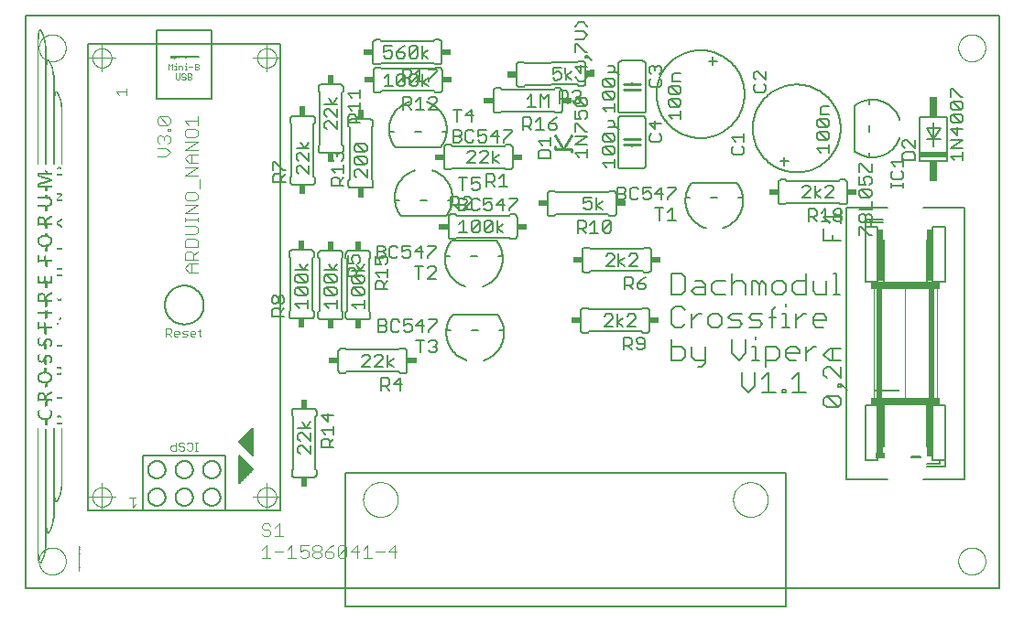
<source format=gto>
G75*
%MOIN*%
%OFA0B0*%
%FSLAX25Y25*%
%IPPOS*%
%LPD*%
%AMOC8*
5,1,8,0,0,1.08239X$1,22.5*
%
%ADD10C,0.00000*%
%ADD11C,0.00600*%
%ADD12R,0.03500X0.00500*%
%ADD13R,0.04000X0.00500*%
%ADD14R,0.00500X0.00500*%
%ADD15R,0.09500X0.00500*%
%ADD16R,0.00100X0.21200*%
%ADD17R,0.00100X0.21300*%
%ADD18R,0.00100X0.21400*%
%ADD19R,0.00100X0.22400*%
%ADD20R,0.00100X0.00600*%
%ADD21R,0.00100X0.00500*%
%ADD22R,0.00100X0.00400*%
%ADD23R,0.00100X0.00700*%
%ADD24R,0.00100X0.00900*%
%ADD25R,0.00100X0.22500*%
%ADD26R,0.00100X0.01600*%
%ADD27R,0.00100X0.00300*%
%ADD28R,0.00100X0.01900*%
%ADD29R,0.00100X0.00200*%
%ADD30R,0.00100X0.01000*%
%ADD31R,0.00100X0.01200*%
%ADD32R,0.00100X0.00100*%
%ADD33R,0.00100X0.01100*%
%ADD34R,0.00100X0.01400*%
%ADD35R,0.00100X0.00800*%
%ADD36R,0.00100X0.03500*%
%ADD37R,0.00100X0.03700*%
%ADD38R,0.00100X0.12900*%
%ADD39R,0.00100X0.12800*%
%ADD40R,0.00100X0.32800*%
%ADD41R,0.00100X0.32900*%
%ADD42R,0.00100X0.33000*%
%ADD43R,0.00100X0.33800*%
%ADD44R,0.00100X0.33900*%
%ADD45R,0.00100X0.01300*%
%ADD46R,0.00100X0.01800*%
%ADD47R,0.00100X0.02800*%
%ADD48R,0.00100X0.02200*%
%ADD49R,0.00100X0.02300*%
%ADD50R,0.00100X0.02100*%
%ADD51R,0.00100X0.02500*%
%ADD52R,0.00100X0.02600*%
%ADD53R,0.00100X0.02700*%
%ADD54R,0.00100X0.02400*%
%ADD55R,0.00100X0.01700*%
%ADD56R,0.00100X0.43200*%
%ADD57R,0.00100X0.02000*%
%ADD58R,0.00100X0.43400*%
%ADD59R,0.00100X0.04100*%
%ADD60R,0.00100X0.03900*%
%ADD61R,0.00100X0.43500*%
%ADD62R,0.00100X0.44500*%
%ADD63R,0.00100X0.01500*%
%ADD64R,0.00100X0.44600*%
%ADD65R,0.00100X0.03200*%
%ADD66R,0.00100X0.04300*%
%ADD67R,0.00100X0.03100*%
%ADD68R,0.00100X0.03300*%
%ADD69R,0.00100X0.02900*%
%ADD70R,0.00100X0.03000*%
%ADD71R,0.00100X0.48300*%
%ADD72R,0.00100X0.47000*%
%ADD73R,0.00100X0.46900*%
%ADD74R,0.00100X0.46800*%
%ADD75C,0.00500*%
%ADD76C,0.00400*%
%ADD77C,0.00300*%
%ADD78C,0.00200*%
%ADD79C,0.00063*%
%ADD80C,0.01000*%
%ADD81R,0.10000X0.02000*%
%ADD82R,0.03000X0.07500*%
%ADD83C,0.00700*%
%ADD84R,0.04500X0.02500*%
%ADD85R,0.16000X0.02500*%
%ADD86R,0.02000X0.40000*%
%ADD87R,0.00500X0.15500*%
%ADD88R,0.02000X0.19000*%
%ADD89R,0.03400X0.02400*%
%ADD90R,0.02400X0.03400*%
D10*
X0290822Y0017805D02*
X0290824Y0017945D01*
X0290830Y0018085D01*
X0290840Y0018224D01*
X0290854Y0018363D01*
X0290872Y0018502D01*
X0290893Y0018640D01*
X0290919Y0018778D01*
X0290949Y0018915D01*
X0290982Y0019050D01*
X0291020Y0019185D01*
X0291061Y0019319D01*
X0291106Y0019452D01*
X0291154Y0019583D01*
X0291207Y0019712D01*
X0291263Y0019841D01*
X0291322Y0019967D01*
X0291386Y0020092D01*
X0291452Y0020215D01*
X0291523Y0020336D01*
X0291596Y0020455D01*
X0291673Y0020572D01*
X0291754Y0020686D01*
X0291837Y0020798D01*
X0291924Y0020908D01*
X0292014Y0021016D01*
X0292106Y0021120D01*
X0292202Y0021222D01*
X0292301Y0021322D01*
X0292402Y0021418D01*
X0292506Y0021512D01*
X0292613Y0021602D01*
X0292722Y0021689D01*
X0292834Y0021774D01*
X0292948Y0021855D01*
X0293064Y0021933D01*
X0293182Y0022007D01*
X0293303Y0022078D01*
X0293425Y0022146D01*
X0293550Y0022210D01*
X0293676Y0022271D01*
X0293803Y0022328D01*
X0293933Y0022381D01*
X0294064Y0022431D01*
X0294196Y0022476D01*
X0294329Y0022519D01*
X0294464Y0022557D01*
X0294599Y0022591D01*
X0294736Y0022622D01*
X0294873Y0022649D01*
X0295011Y0022671D01*
X0295150Y0022690D01*
X0295289Y0022705D01*
X0295428Y0022716D01*
X0295568Y0022723D01*
X0295708Y0022726D01*
X0295848Y0022725D01*
X0295988Y0022720D01*
X0296127Y0022711D01*
X0296267Y0022698D01*
X0296406Y0022681D01*
X0296544Y0022660D01*
X0296682Y0022636D01*
X0296819Y0022607D01*
X0296955Y0022575D01*
X0297090Y0022538D01*
X0297224Y0022498D01*
X0297357Y0022454D01*
X0297488Y0022406D01*
X0297618Y0022355D01*
X0297747Y0022300D01*
X0297874Y0022241D01*
X0297999Y0022178D01*
X0298122Y0022113D01*
X0298244Y0022043D01*
X0298363Y0021970D01*
X0298481Y0021894D01*
X0298596Y0021815D01*
X0298709Y0021732D01*
X0298819Y0021646D01*
X0298927Y0021557D01*
X0299032Y0021465D01*
X0299135Y0021370D01*
X0299235Y0021272D01*
X0299332Y0021172D01*
X0299426Y0021068D01*
X0299518Y0020962D01*
X0299606Y0020854D01*
X0299691Y0020743D01*
X0299773Y0020629D01*
X0299852Y0020513D01*
X0299927Y0020396D01*
X0299999Y0020276D01*
X0300067Y0020154D01*
X0300132Y0020030D01*
X0300194Y0019904D01*
X0300252Y0019777D01*
X0300306Y0019648D01*
X0300357Y0019517D01*
X0300403Y0019385D01*
X0300446Y0019252D01*
X0300486Y0019118D01*
X0300521Y0018983D01*
X0300553Y0018846D01*
X0300580Y0018709D01*
X0300604Y0018571D01*
X0300624Y0018433D01*
X0300640Y0018294D01*
X0300652Y0018154D01*
X0300660Y0018015D01*
X0300664Y0017875D01*
X0300664Y0017735D01*
X0300660Y0017595D01*
X0300652Y0017456D01*
X0300640Y0017316D01*
X0300624Y0017177D01*
X0300604Y0017039D01*
X0300580Y0016901D01*
X0300553Y0016764D01*
X0300521Y0016627D01*
X0300486Y0016492D01*
X0300446Y0016358D01*
X0300403Y0016225D01*
X0300357Y0016093D01*
X0300306Y0015962D01*
X0300252Y0015833D01*
X0300194Y0015706D01*
X0300132Y0015580D01*
X0300067Y0015456D01*
X0299999Y0015334D01*
X0299927Y0015214D01*
X0299852Y0015097D01*
X0299773Y0014981D01*
X0299691Y0014867D01*
X0299606Y0014756D01*
X0299518Y0014648D01*
X0299426Y0014542D01*
X0299332Y0014438D01*
X0299235Y0014338D01*
X0299135Y0014240D01*
X0299032Y0014145D01*
X0298927Y0014053D01*
X0298819Y0013964D01*
X0298709Y0013878D01*
X0298596Y0013795D01*
X0298481Y0013716D01*
X0298363Y0013640D01*
X0298244Y0013567D01*
X0298122Y0013497D01*
X0297999Y0013432D01*
X0297874Y0013369D01*
X0297747Y0013310D01*
X0297618Y0013255D01*
X0297488Y0013204D01*
X0297357Y0013156D01*
X0297224Y0013112D01*
X0297090Y0013072D01*
X0296955Y0013035D01*
X0296819Y0013003D01*
X0296682Y0012974D01*
X0296544Y0012950D01*
X0296406Y0012929D01*
X0296267Y0012912D01*
X0296127Y0012899D01*
X0295988Y0012890D01*
X0295848Y0012885D01*
X0295708Y0012884D01*
X0295568Y0012887D01*
X0295428Y0012894D01*
X0295289Y0012905D01*
X0295150Y0012920D01*
X0295011Y0012939D01*
X0294873Y0012961D01*
X0294736Y0012988D01*
X0294599Y0013019D01*
X0294464Y0013053D01*
X0294329Y0013091D01*
X0294196Y0013134D01*
X0294064Y0013179D01*
X0293933Y0013229D01*
X0293803Y0013282D01*
X0293676Y0013339D01*
X0293550Y0013400D01*
X0293425Y0013464D01*
X0293303Y0013532D01*
X0293182Y0013603D01*
X0293064Y0013677D01*
X0292948Y0013755D01*
X0292834Y0013836D01*
X0292722Y0013921D01*
X0292613Y0014008D01*
X0292506Y0014098D01*
X0292402Y0014192D01*
X0292301Y0014288D01*
X0292202Y0014388D01*
X0292106Y0014490D01*
X0292014Y0014594D01*
X0291924Y0014702D01*
X0291837Y0014812D01*
X0291754Y0014924D01*
X0291673Y0015038D01*
X0291596Y0015155D01*
X0291523Y0015274D01*
X0291452Y0015395D01*
X0291386Y0015518D01*
X0291322Y0015643D01*
X0291263Y0015769D01*
X0291207Y0015898D01*
X0291154Y0016027D01*
X0291106Y0016158D01*
X0291061Y0016291D01*
X0291020Y0016425D01*
X0290982Y0016560D01*
X0290949Y0016695D01*
X0290919Y0016832D01*
X0290893Y0016970D01*
X0290872Y0017108D01*
X0290854Y0017247D01*
X0290840Y0017386D01*
X0290830Y0017525D01*
X0290824Y0017665D01*
X0290822Y0017805D01*
X0305266Y0017733D02*
X0305300Y0017733D01*
X0305367Y0017733D02*
X0305500Y0017733D01*
X0305500Y0017700D02*
X0305500Y0017767D01*
X0305500Y0017823D02*
X0305500Y0017890D01*
X0305500Y0017856D02*
X0305300Y0017856D01*
X0305300Y0017823D01*
X0305367Y0017733D02*
X0305367Y0017700D01*
X0305367Y0017649D02*
X0305400Y0017616D01*
X0305400Y0017516D01*
X0305500Y0017516D02*
X0305500Y0017616D01*
X0305467Y0017649D01*
X0305433Y0017649D01*
X0305400Y0017616D01*
X0305367Y0017649D02*
X0305333Y0017649D01*
X0305300Y0017616D01*
X0305300Y0017516D01*
X0305500Y0017516D01*
X0305500Y0017332D02*
X0305300Y0017465D01*
X0305367Y0017278D02*
X0305367Y0017245D01*
X0305433Y0017178D01*
X0305433Y0017128D02*
X0305433Y0016994D01*
X0305400Y0016994D02*
X0305367Y0017028D01*
X0305367Y0017094D01*
X0305400Y0017128D01*
X0305433Y0017128D01*
X0305500Y0017094D02*
X0305500Y0017028D01*
X0305467Y0016994D01*
X0305400Y0016994D01*
X0305367Y0016943D02*
X0305367Y0016843D01*
X0305400Y0016810D01*
X0305467Y0016810D01*
X0305500Y0016843D01*
X0305500Y0016943D01*
X0305300Y0016943D01*
X0305300Y0016721D02*
X0305500Y0016721D01*
X0305500Y0016754D02*
X0305500Y0016687D01*
X0305500Y0016631D02*
X0305500Y0016565D01*
X0305500Y0016598D02*
X0305367Y0016598D01*
X0305367Y0016565D01*
X0305367Y0016514D02*
X0305400Y0016480D01*
X0305400Y0016380D01*
X0305500Y0016380D02*
X0305500Y0016480D01*
X0305467Y0016514D01*
X0305433Y0016514D01*
X0305400Y0016480D01*
X0305367Y0016514D02*
X0305333Y0016514D01*
X0305300Y0016480D01*
X0305300Y0016380D01*
X0305500Y0016380D01*
X0305500Y0016196D02*
X0305300Y0016330D01*
X0305367Y0016143D02*
X0305367Y0016109D01*
X0305433Y0016043D01*
X0305433Y0015992D02*
X0305433Y0015859D01*
X0305400Y0015859D02*
X0305367Y0015892D01*
X0305367Y0015959D01*
X0305400Y0015992D01*
X0305433Y0015992D01*
X0305500Y0015959D02*
X0305500Y0015892D01*
X0305467Y0015859D01*
X0305400Y0015859D01*
X0305400Y0015808D02*
X0305467Y0015808D01*
X0305500Y0015775D01*
X0305500Y0015674D01*
X0305500Y0015618D02*
X0305500Y0015552D01*
X0305500Y0015585D02*
X0305367Y0015585D01*
X0305367Y0015552D01*
X0305367Y0015501D02*
X0305500Y0015434D01*
X0305367Y0015368D01*
X0305300Y0015317D02*
X0305500Y0015183D01*
X0305433Y0015133D02*
X0305433Y0014999D01*
X0305400Y0014999D02*
X0305367Y0015033D01*
X0305367Y0015099D01*
X0305400Y0015133D01*
X0305433Y0015133D01*
X0305500Y0015099D02*
X0305500Y0015033D01*
X0305467Y0014999D01*
X0305400Y0014999D01*
X0305400Y0014948D02*
X0305500Y0014948D01*
X0305500Y0014882D02*
X0305400Y0014882D01*
X0305367Y0014915D01*
X0305400Y0014948D01*
X0305400Y0014882D02*
X0305367Y0014848D01*
X0305367Y0014815D01*
X0305500Y0014815D01*
X0305467Y0014764D02*
X0305400Y0014764D01*
X0305367Y0014731D01*
X0305367Y0014664D01*
X0305400Y0014631D01*
X0305467Y0014631D01*
X0305500Y0014664D01*
X0305500Y0014731D01*
X0305467Y0014764D01*
X0305500Y0014580D02*
X0305400Y0014580D01*
X0305367Y0014547D01*
X0305367Y0014480D01*
X0305400Y0014447D01*
X0305300Y0014447D02*
X0305500Y0014447D01*
X0305500Y0014263D02*
X0305300Y0014396D01*
X0305266Y0015585D02*
X0305300Y0015585D01*
X0305367Y0015674D02*
X0305367Y0015775D01*
X0305400Y0015808D01*
X0305367Y0015674D02*
X0305567Y0015674D01*
X0305500Y0016043D02*
X0305367Y0016043D01*
X0305300Y0016598D02*
X0305266Y0016598D01*
X0305300Y0016687D02*
X0305300Y0016721D01*
X0305367Y0017178D02*
X0305500Y0017178D01*
X0305467Y0017946D02*
X0305400Y0017946D01*
X0305367Y0017979D01*
X0305367Y0018079D01*
X0305400Y0018130D02*
X0305367Y0018163D01*
X0305367Y0018230D01*
X0305400Y0018263D01*
X0305433Y0018263D01*
X0305433Y0018130D01*
X0305400Y0018130D02*
X0305467Y0018130D01*
X0305500Y0018163D01*
X0305500Y0018230D01*
X0305500Y0018314D02*
X0305367Y0018314D01*
X0305433Y0018314D02*
X0305367Y0018381D01*
X0305367Y0018414D01*
X0305500Y0018467D02*
X0305300Y0018601D01*
X0305333Y0018652D02*
X0305467Y0018652D01*
X0305500Y0018685D01*
X0305500Y0018752D01*
X0305467Y0018785D01*
X0305500Y0018836D02*
X0305300Y0018836D01*
X0305300Y0018969D01*
X0305300Y0019020D02*
X0305300Y0019120D01*
X0305333Y0019153D01*
X0305467Y0019153D01*
X0305500Y0019120D01*
X0305500Y0019020D01*
X0305300Y0019020D01*
X0305400Y0018902D02*
X0305400Y0018836D01*
X0305333Y0018785D02*
X0305300Y0018752D01*
X0305300Y0018685D01*
X0305333Y0018652D01*
X0305300Y0018079D02*
X0305500Y0018079D01*
X0305500Y0017979D01*
X0305467Y0017946D01*
X0305500Y0019204D02*
X0305300Y0019337D01*
X0305300Y0019388D02*
X0305300Y0019522D01*
X0305367Y0019606D02*
X0305400Y0019572D01*
X0305467Y0019572D01*
X0305500Y0019606D01*
X0305500Y0019672D01*
X0305467Y0019706D01*
X0305400Y0019706D01*
X0305367Y0019672D01*
X0305367Y0019606D01*
X0305367Y0019756D02*
X0305500Y0019756D01*
X0305433Y0019756D02*
X0305367Y0019823D01*
X0305367Y0019857D01*
X0305400Y0019910D02*
X0305367Y0019943D01*
X0305367Y0020010D01*
X0305400Y0020043D01*
X0305433Y0020043D01*
X0305433Y0019910D01*
X0305400Y0019910D02*
X0305467Y0019910D01*
X0305500Y0019943D01*
X0305500Y0020010D01*
X0305500Y0020094D02*
X0305367Y0020094D01*
X0305367Y0020194D01*
X0305400Y0020228D01*
X0305500Y0020228D01*
X0305500Y0020278D02*
X0305500Y0020345D01*
X0305500Y0020312D02*
X0305300Y0020312D01*
X0305300Y0020278D01*
X0305400Y0020401D02*
X0305467Y0020401D01*
X0305500Y0020434D01*
X0305500Y0020501D01*
X0305467Y0020534D01*
X0305400Y0020534D01*
X0305367Y0020501D01*
X0305367Y0020434D01*
X0305400Y0020401D01*
X0305400Y0020585D02*
X0305467Y0020585D01*
X0305500Y0020618D01*
X0305500Y0020719D01*
X0305533Y0020719D02*
X0305367Y0020719D01*
X0305367Y0020618D01*
X0305400Y0020585D01*
X0305567Y0020652D02*
X0305567Y0020685D01*
X0305533Y0020719D01*
X0305467Y0020769D02*
X0305500Y0020803D01*
X0305500Y0020869D01*
X0305467Y0020903D01*
X0305400Y0020903D01*
X0305367Y0020869D01*
X0305367Y0020803D01*
X0305400Y0020769D01*
X0305467Y0020769D01*
X0305500Y0020953D02*
X0305300Y0021087D01*
X0305333Y0021138D02*
X0305467Y0021138D01*
X0305500Y0021171D01*
X0305500Y0021238D01*
X0305467Y0021271D01*
X0305500Y0021322D02*
X0305300Y0021322D01*
X0305300Y0021455D01*
X0305300Y0021506D02*
X0305300Y0021606D01*
X0305333Y0021639D01*
X0305467Y0021639D01*
X0305500Y0021606D01*
X0305500Y0021506D01*
X0305300Y0021506D01*
X0305400Y0021388D02*
X0305400Y0021322D01*
X0305333Y0021271D02*
X0305300Y0021238D01*
X0305300Y0021171D01*
X0305333Y0021138D01*
X0305400Y0021690D02*
X0305400Y0021823D01*
X0305500Y0021874D02*
X0305500Y0022008D01*
X0305467Y0022058D02*
X0305500Y0022092D01*
X0305500Y0022158D01*
X0305467Y0022192D01*
X0305400Y0022192D01*
X0305367Y0022158D01*
X0305367Y0022092D01*
X0305400Y0022058D01*
X0305467Y0022058D01*
X0305467Y0022243D02*
X0305500Y0022276D01*
X0305500Y0022376D01*
X0305533Y0022376D02*
X0305367Y0022376D01*
X0305367Y0022276D01*
X0305400Y0022243D01*
X0305467Y0022243D01*
X0305567Y0022309D02*
X0305567Y0022343D01*
X0305533Y0022376D01*
X0305467Y0022427D02*
X0305500Y0022460D01*
X0305500Y0022527D01*
X0305467Y0022560D01*
X0305400Y0022560D01*
X0305367Y0022527D01*
X0305367Y0022460D01*
X0305400Y0022427D01*
X0305467Y0022427D01*
X0305467Y0022611D02*
X0305467Y0022644D01*
X0305500Y0022644D01*
X0305500Y0022611D01*
X0305467Y0022611D01*
X0305500Y0022703D02*
X0305500Y0022803D01*
X0305467Y0022836D01*
X0305400Y0022836D01*
X0305367Y0022803D01*
X0305367Y0022703D01*
X0305300Y0022703D02*
X0305500Y0022703D01*
X0305500Y0022887D02*
X0305367Y0022887D01*
X0305367Y0022920D01*
X0305400Y0022954D01*
X0305367Y0022987D01*
X0305400Y0023020D01*
X0305500Y0023020D01*
X0305500Y0023071D02*
X0305500Y0023171D01*
X0305467Y0023205D01*
X0305400Y0023205D01*
X0305367Y0023171D01*
X0305367Y0023071D01*
X0305567Y0023071D01*
X0305500Y0022954D02*
X0305400Y0022954D01*
X0305300Y0021874D02*
X0305500Y0021874D01*
X0305400Y0019455D02*
X0305400Y0019388D01*
X0305500Y0019388D02*
X0305300Y0019388D01*
X0310294Y0041152D02*
X0310296Y0041270D01*
X0310302Y0041388D01*
X0310312Y0041506D01*
X0310326Y0041623D01*
X0310344Y0041740D01*
X0310366Y0041857D01*
X0310391Y0041972D01*
X0310421Y0042086D01*
X0310455Y0042200D01*
X0310492Y0042312D01*
X0310533Y0042423D01*
X0310578Y0042532D01*
X0310626Y0042640D01*
X0310678Y0042746D01*
X0310734Y0042851D01*
X0310793Y0042953D01*
X0310855Y0043053D01*
X0310921Y0043151D01*
X0310990Y0043247D01*
X0311063Y0043341D01*
X0311138Y0043432D01*
X0311217Y0043520D01*
X0311298Y0043606D01*
X0311383Y0043689D01*
X0311470Y0043769D01*
X0311559Y0043846D01*
X0311652Y0043920D01*
X0311746Y0043990D01*
X0311843Y0044058D01*
X0311943Y0044122D01*
X0312044Y0044183D01*
X0312147Y0044240D01*
X0312253Y0044294D01*
X0312360Y0044345D01*
X0312468Y0044391D01*
X0312578Y0044434D01*
X0312690Y0044473D01*
X0312803Y0044509D01*
X0312917Y0044540D01*
X0313032Y0044568D01*
X0313147Y0044592D01*
X0313264Y0044612D01*
X0313381Y0044628D01*
X0313499Y0044640D01*
X0313617Y0044648D01*
X0313735Y0044652D01*
X0313853Y0044652D01*
X0313971Y0044648D01*
X0314089Y0044640D01*
X0314207Y0044628D01*
X0314324Y0044612D01*
X0314441Y0044592D01*
X0314556Y0044568D01*
X0314671Y0044540D01*
X0314785Y0044509D01*
X0314898Y0044473D01*
X0315010Y0044434D01*
X0315120Y0044391D01*
X0315228Y0044345D01*
X0315335Y0044294D01*
X0315441Y0044240D01*
X0315544Y0044183D01*
X0315645Y0044122D01*
X0315745Y0044058D01*
X0315842Y0043990D01*
X0315936Y0043920D01*
X0316029Y0043846D01*
X0316118Y0043769D01*
X0316205Y0043689D01*
X0316290Y0043606D01*
X0316371Y0043520D01*
X0316450Y0043432D01*
X0316525Y0043341D01*
X0316598Y0043247D01*
X0316667Y0043151D01*
X0316733Y0043053D01*
X0316795Y0042953D01*
X0316854Y0042851D01*
X0316910Y0042746D01*
X0316962Y0042640D01*
X0317010Y0042532D01*
X0317055Y0042423D01*
X0317096Y0042312D01*
X0317133Y0042200D01*
X0317167Y0042086D01*
X0317197Y0041972D01*
X0317222Y0041857D01*
X0317244Y0041740D01*
X0317262Y0041623D01*
X0317276Y0041506D01*
X0317286Y0041388D01*
X0317292Y0041270D01*
X0317294Y0041152D01*
X0317292Y0041034D01*
X0317286Y0040916D01*
X0317276Y0040798D01*
X0317262Y0040681D01*
X0317244Y0040564D01*
X0317222Y0040447D01*
X0317197Y0040332D01*
X0317167Y0040218D01*
X0317133Y0040104D01*
X0317096Y0039992D01*
X0317055Y0039881D01*
X0317010Y0039772D01*
X0316962Y0039664D01*
X0316910Y0039558D01*
X0316854Y0039453D01*
X0316795Y0039351D01*
X0316733Y0039251D01*
X0316667Y0039153D01*
X0316598Y0039057D01*
X0316525Y0038963D01*
X0316450Y0038872D01*
X0316371Y0038784D01*
X0316290Y0038698D01*
X0316205Y0038615D01*
X0316118Y0038535D01*
X0316029Y0038458D01*
X0315936Y0038384D01*
X0315842Y0038314D01*
X0315745Y0038246D01*
X0315645Y0038182D01*
X0315544Y0038121D01*
X0315441Y0038064D01*
X0315335Y0038010D01*
X0315228Y0037959D01*
X0315120Y0037913D01*
X0315010Y0037870D01*
X0314898Y0037831D01*
X0314785Y0037795D01*
X0314671Y0037764D01*
X0314556Y0037736D01*
X0314441Y0037712D01*
X0314324Y0037692D01*
X0314207Y0037676D01*
X0314089Y0037664D01*
X0313971Y0037656D01*
X0313853Y0037652D01*
X0313735Y0037652D01*
X0313617Y0037656D01*
X0313499Y0037664D01*
X0313381Y0037676D01*
X0313264Y0037692D01*
X0313147Y0037712D01*
X0313032Y0037736D01*
X0312917Y0037764D01*
X0312803Y0037795D01*
X0312690Y0037831D01*
X0312578Y0037870D01*
X0312468Y0037913D01*
X0312360Y0037959D01*
X0312253Y0038010D01*
X0312147Y0038064D01*
X0312044Y0038121D01*
X0311943Y0038182D01*
X0311843Y0038246D01*
X0311746Y0038314D01*
X0311652Y0038384D01*
X0311559Y0038458D01*
X0311470Y0038535D01*
X0311383Y0038615D01*
X0311298Y0038698D01*
X0311217Y0038784D01*
X0311138Y0038872D01*
X0311063Y0038963D01*
X0310990Y0039057D01*
X0310921Y0039153D01*
X0310855Y0039251D01*
X0310793Y0039351D01*
X0310734Y0039453D01*
X0310678Y0039558D01*
X0310626Y0039664D01*
X0310578Y0039772D01*
X0310533Y0039881D01*
X0310492Y0039992D01*
X0310455Y0040104D01*
X0310421Y0040218D01*
X0310391Y0040332D01*
X0310366Y0040447D01*
X0310344Y0040564D01*
X0310326Y0040681D01*
X0310312Y0040798D01*
X0310302Y0040916D01*
X0310296Y0041034D01*
X0310294Y0041152D01*
X0370294Y0041152D02*
X0370296Y0041270D01*
X0370302Y0041388D01*
X0370312Y0041506D01*
X0370326Y0041623D01*
X0370344Y0041740D01*
X0370366Y0041857D01*
X0370391Y0041972D01*
X0370421Y0042086D01*
X0370455Y0042200D01*
X0370492Y0042312D01*
X0370533Y0042423D01*
X0370578Y0042532D01*
X0370626Y0042640D01*
X0370678Y0042746D01*
X0370734Y0042851D01*
X0370793Y0042953D01*
X0370855Y0043053D01*
X0370921Y0043151D01*
X0370990Y0043247D01*
X0371063Y0043341D01*
X0371138Y0043432D01*
X0371217Y0043520D01*
X0371298Y0043606D01*
X0371383Y0043689D01*
X0371470Y0043769D01*
X0371559Y0043846D01*
X0371652Y0043920D01*
X0371746Y0043990D01*
X0371843Y0044058D01*
X0371943Y0044122D01*
X0372044Y0044183D01*
X0372147Y0044240D01*
X0372253Y0044294D01*
X0372360Y0044345D01*
X0372468Y0044391D01*
X0372578Y0044434D01*
X0372690Y0044473D01*
X0372803Y0044509D01*
X0372917Y0044540D01*
X0373032Y0044568D01*
X0373147Y0044592D01*
X0373264Y0044612D01*
X0373381Y0044628D01*
X0373499Y0044640D01*
X0373617Y0044648D01*
X0373735Y0044652D01*
X0373853Y0044652D01*
X0373971Y0044648D01*
X0374089Y0044640D01*
X0374207Y0044628D01*
X0374324Y0044612D01*
X0374441Y0044592D01*
X0374556Y0044568D01*
X0374671Y0044540D01*
X0374785Y0044509D01*
X0374898Y0044473D01*
X0375010Y0044434D01*
X0375120Y0044391D01*
X0375228Y0044345D01*
X0375335Y0044294D01*
X0375441Y0044240D01*
X0375544Y0044183D01*
X0375645Y0044122D01*
X0375745Y0044058D01*
X0375842Y0043990D01*
X0375936Y0043920D01*
X0376029Y0043846D01*
X0376118Y0043769D01*
X0376205Y0043689D01*
X0376290Y0043606D01*
X0376371Y0043520D01*
X0376450Y0043432D01*
X0376525Y0043341D01*
X0376598Y0043247D01*
X0376667Y0043151D01*
X0376733Y0043053D01*
X0376795Y0042953D01*
X0376854Y0042851D01*
X0376910Y0042746D01*
X0376962Y0042640D01*
X0377010Y0042532D01*
X0377055Y0042423D01*
X0377096Y0042312D01*
X0377133Y0042200D01*
X0377167Y0042086D01*
X0377197Y0041972D01*
X0377222Y0041857D01*
X0377244Y0041740D01*
X0377262Y0041623D01*
X0377276Y0041506D01*
X0377286Y0041388D01*
X0377292Y0041270D01*
X0377294Y0041152D01*
X0377292Y0041034D01*
X0377286Y0040916D01*
X0377276Y0040798D01*
X0377262Y0040681D01*
X0377244Y0040564D01*
X0377222Y0040447D01*
X0377197Y0040332D01*
X0377167Y0040218D01*
X0377133Y0040104D01*
X0377096Y0039992D01*
X0377055Y0039881D01*
X0377010Y0039772D01*
X0376962Y0039664D01*
X0376910Y0039558D01*
X0376854Y0039453D01*
X0376795Y0039351D01*
X0376733Y0039251D01*
X0376667Y0039153D01*
X0376598Y0039057D01*
X0376525Y0038963D01*
X0376450Y0038872D01*
X0376371Y0038784D01*
X0376290Y0038698D01*
X0376205Y0038615D01*
X0376118Y0038535D01*
X0376029Y0038458D01*
X0375936Y0038384D01*
X0375842Y0038314D01*
X0375745Y0038246D01*
X0375645Y0038182D01*
X0375544Y0038121D01*
X0375441Y0038064D01*
X0375335Y0038010D01*
X0375228Y0037959D01*
X0375120Y0037913D01*
X0375010Y0037870D01*
X0374898Y0037831D01*
X0374785Y0037795D01*
X0374671Y0037764D01*
X0374556Y0037736D01*
X0374441Y0037712D01*
X0374324Y0037692D01*
X0374207Y0037676D01*
X0374089Y0037664D01*
X0373971Y0037656D01*
X0373853Y0037652D01*
X0373735Y0037652D01*
X0373617Y0037656D01*
X0373499Y0037664D01*
X0373381Y0037676D01*
X0373264Y0037692D01*
X0373147Y0037712D01*
X0373032Y0037736D01*
X0372917Y0037764D01*
X0372803Y0037795D01*
X0372690Y0037831D01*
X0372578Y0037870D01*
X0372468Y0037913D01*
X0372360Y0037959D01*
X0372253Y0038010D01*
X0372147Y0038064D01*
X0372044Y0038121D01*
X0371943Y0038182D01*
X0371843Y0038246D01*
X0371746Y0038314D01*
X0371652Y0038384D01*
X0371559Y0038458D01*
X0371470Y0038535D01*
X0371383Y0038615D01*
X0371298Y0038698D01*
X0371217Y0038784D01*
X0371138Y0038872D01*
X0371063Y0038963D01*
X0370990Y0039057D01*
X0370921Y0039153D01*
X0370855Y0039251D01*
X0370793Y0039351D01*
X0370734Y0039453D01*
X0370678Y0039558D01*
X0370626Y0039664D01*
X0370578Y0039772D01*
X0370533Y0039881D01*
X0370492Y0039992D01*
X0370455Y0040104D01*
X0370421Y0040218D01*
X0370391Y0040332D01*
X0370366Y0040447D01*
X0370344Y0040564D01*
X0370326Y0040681D01*
X0370312Y0040798D01*
X0370302Y0040916D01*
X0370296Y0041034D01*
X0370294Y0041152D01*
X0408873Y0040226D02*
X0408875Y0040384D01*
X0408881Y0040542D01*
X0408891Y0040700D01*
X0408905Y0040858D01*
X0408923Y0041015D01*
X0408944Y0041172D01*
X0408970Y0041328D01*
X0409000Y0041484D01*
X0409033Y0041639D01*
X0409071Y0041792D01*
X0409112Y0041945D01*
X0409157Y0042097D01*
X0409206Y0042248D01*
X0409259Y0042397D01*
X0409315Y0042545D01*
X0409375Y0042691D01*
X0409439Y0042836D01*
X0409507Y0042979D01*
X0409578Y0043121D01*
X0409652Y0043261D01*
X0409730Y0043398D01*
X0409812Y0043534D01*
X0409896Y0043668D01*
X0409985Y0043799D01*
X0410076Y0043928D01*
X0410171Y0044055D01*
X0410268Y0044180D01*
X0410369Y0044302D01*
X0410473Y0044421D01*
X0410580Y0044538D01*
X0410690Y0044652D01*
X0410803Y0044763D01*
X0410918Y0044872D01*
X0411036Y0044977D01*
X0411157Y0045079D01*
X0411280Y0045179D01*
X0411406Y0045275D01*
X0411534Y0045368D01*
X0411664Y0045458D01*
X0411797Y0045544D01*
X0411932Y0045628D01*
X0412068Y0045707D01*
X0412207Y0045784D01*
X0412348Y0045856D01*
X0412490Y0045926D01*
X0412634Y0045991D01*
X0412780Y0046053D01*
X0412927Y0046111D01*
X0413076Y0046166D01*
X0413226Y0046217D01*
X0413377Y0046264D01*
X0413529Y0046307D01*
X0413682Y0046346D01*
X0413837Y0046382D01*
X0413992Y0046413D01*
X0414148Y0046441D01*
X0414304Y0046465D01*
X0414461Y0046485D01*
X0414619Y0046501D01*
X0414776Y0046513D01*
X0414935Y0046521D01*
X0415093Y0046525D01*
X0415251Y0046525D01*
X0415409Y0046521D01*
X0415568Y0046513D01*
X0415725Y0046501D01*
X0415883Y0046485D01*
X0416040Y0046465D01*
X0416196Y0046441D01*
X0416352Y0046413D01*
X0416507Y0046382D01*
X0416662Y0046346D01*
X0416815Y0046307D01*
X0416967Y0046264D01*
X0417118Y0046217D01*
X0417268Y0046166D01*
X0417417Y0046111D01*
X0417564Y0046053D01*
X0417710Y0045991D01*
X0417854Y0045926D01*
X0417996Y0045856D01*
X0418137Y0045784D01*
X0418276Y0045707D01*
X0418412Y0045628D01*
X0418547Y0045544D01*
X0418680Y0045458D01*
X0418810Y0045368D01*
X0418938Y0045275D01*
X0419064Y0045179D01*
X0419187Y0045079D01*
X0419308Y0044977D01*
X0419426Y0044872D01*
X0419541Y0044763D01*
X0419654Y0044652D01*
X0419764Y0044538D01*
X0419871Y0044421D01*
X0419975Y0044302D01*
X0420076Y0044180D01*
X0420173Y0044055D01*
X0420268Y0043928D01*
X0420359Y0043799D01*
X0420448Y0043668D01*
X0420532Y0043534D01*
X0420614Y0043398D01*
X0420692Y0043261D01*
X0420766Y0043121D01*
X0420837Y0042979D01*
X0420905Y0042836D01*
X0420969Y0042691D01*
X0421029Y0042545D01*
X0421085Y0042397D01*
X0421138Y0042248D01*
X0421187Y0042097D01*
X0421232Y0041945D01*
X0421273Y0041792D01*
X0421311Y0041639D01*
X0421344Y0041484D01*
X0421374Y0041328D01*
X0421400Y0041172D01*
X0421421Y0041015D01*
X0421439Y0040858D01*
X0421453Y0040700D01*
X0421463Y0040542D01*
X0421469Y0040384D01*
X0421471Y0040226D01*
X0421469Y0040068D01*
X0421463Y0039910D01*
X0421453Y0039752D01*
X0421439Y0039594D01*
X0421421Y0039437D01*
X0421400Y0039280D01*
X0421374Y0039124D01*
X0421344Y0038968D01*
X0421311Y0038813D01*
X0421273Y0038660D01*
X0421232Y0038507D01*
X0421187Y0038355D01*
X0421138Y0038204D01*
X0421085Y0038055D01*
X0421029Y0037907D01*
X0420969Y0037761D01*
X0420905Y0037616D01*
X0420837Y0037473D01*
X0420766Y0037331D01*
X0420692Y0037191D01*
X0420614Y0037054D01*
X0420532Y0036918D01*
X0420448Y0036784D01*
X0420359Y0036653D01*
X0420268Y0036524D01*
X0420173Y0036397D01*
X0420076Y0036272D01*
X0419975Y0036150D01*
X0419871Y0036031D01*
X0419764Y0035914D01*
X0419654Y0035800D01*
X0419541Y0035689D01*
X0419426Y0035580D01*
X0419308Y0035475D01*
X0419187Y0035373D01*
X0419064Y0035273D01*
X0418938Y0035177D01*
X0418810Y0035084D01*
X0418680Y0034994D01*
X0418547Y0034908D01*
X0418412Y0034824D01*
X0418276Y0034745D01*
X0418137Y0034668D01*
X0417996Y0034596D01*
X0417854Y0034526D01*
X0417710Y0034461D01*
X0417564Y0034399D01*
X0417417Y0034341D01*
X0417268Y0034286D01*
X0417118Y0034235D01*
X0416967Y0034188D01*
X0416815Y0034145D01*
X0416662Y0034106D01*
X0416507Y0034070D01*
X0416352Y0034039D01*
X0416196Y0034011D01*
X0416040Y0033987D01*
X0415883Y0033967D01*
X0415725Y0033951D01*
X0415568Y0033939D01*
X0415409Y0033931D01*
X0415251Y0033927D01*
X0415093Y0033927D01*
X0414935Y0033931D01*
X0414776Y0033939D01*
X0414619Y0033951D01*
X0414461Y0033967D01*
X0414304Y0033987D01*
X0414148Y0034011D01*
X0413992Y0034039D01*
X0413837Y0034070D01*
X0413682Y0034106D01*
X0413529Y0034145D01*
X0413377Y0034188D01*
X0413226Y0034235D01*
X0413076Y0034286D01*
X0412927Y0034341D01*
X0412780Y0034399D01*
X0412634Y0034461D01*
X0412490Y0034526D01*
X0412348Y0034596D01*
X0412207Y0034668D01*
X0412068Y0034745D01*
X0411932Y0034824D01*
X0411797Y0034908D01*
X0411664Y0034994D01*
X0411534Y0035084D01*
X0411406Y0035177D01*
X0411280Y0035273D01*
X0411157Y0035373D01*
X0411036Y0035475D01*
X0410918Y0035580D01*
X0410803Y0035689D01*
X0410690Y0035800D01*
X0410580Y0035914D01*
X0410473Y0036031D01*
X0410369Y0036150D01*
X0410268Y0036272D01*
X0410171Y0036397D01*
X0410076Y0036524D01*
X0409985Y0036653D01*
X0409896Y0036784D01*
X0409812Y0036918D01*
X0409730Y0037054D01*
X0409652Y0037191D01*
X0409578Y0037331D01*
X0409507Y0037473D01*
X0409439Y0037616D01*
X0409375Y0037761D01*
X0409315Y0037907D01*
X0409259Y0038055D01*
X0409206Y0038204D01*
X0409157Y0038355D01*
X0409112Y0038507D01*
X0409071Y0038660D01*
X0409033Y0038813D01*
X0409000Y0038968D01*
X0408970Y0039124D01*
X0408944Y0039280D01*
X0408923Y0039437D01*
X0408905Y0039594D01*
X0408891Y0039752D01*
X0408881Y0039910D01*
X0408875Y0040068D01*
X0408873Y0040226D01*
X0543518Y0040226D02*
X0543520Y0040384D01*
X0543526Y0040542D01*
X0543536Y0040700D01*
X0543550Y0040858D01*
X0543568Y0041015D01*
X0543589Y0041172D01*
X0543615Y0041328D01*
X0543645Y0041484D01*
X0543678Y0041639D01*
X0543716Y0041792D01*
X0543757Y0041945D01*
X0543802Y0042097D01*
X0543851Y0042248D01*
X0543904Y0042397D01*
X0543960Y0042545D01*
X0544020Y0042691D01*
X0544084Y0042836D01*
X0544152Y0042979D01*
X0544223Y0043121D01*
X0544297Y0043261D01*
X0544375Y0043398D01*
X0544457Y0043534D01*
X0544541Y0043668D01*
X0544630Y0043799D01*
X0544721Y0043928D01*
X0544816Y0044055D01*
X0544913Y0044180D01*
X0545014Y0044302D01*
X0545118Y0044421D01*
X0545225Y0044538D01*
X0545335Y0044652D01*
X0545448Y0044763D01*
X0545563Y0044872D01*
X0545681Y0044977D01*
X0545802Y0045079D01*
X0545925Y0045179D01*
X0546051Y0045275D01*
X0546179Y0045368D01*
X0546309Y0045458D01*
X0546442Y0045544D01*
X0546577Y0045628D01*
X0546713Y0045707D01*
X0546852Y0045784D01*
X0546993Y0045856D01*
X0547135Y0045926D01*
X0547279Y0045991D01*
X0547425Y0046053D01*
X0547572Y0046111D01*
X0547721Y0046166D01*
X0547871Y0046217D01*
X0548022Y0046264D01*
X0548174Y0046307D01*
X0548327Y0046346D01*
X0548482Y0046382D01*
X0548637Y0046413D01*
X0548793Y0046441D01*
X0548949Y0046465D01*
X0549106Y0046485D01*
X0549264Y0046501D01*
X0549421Y0046513D01*
X0549580Y0046521D01*
X0549738Y0046525D01*
X0549896Y0046525D01*
X0550054Y0046521D01*
X0550213Y0046513D01*
X0550370Y0046501D01*
X0550528Y0046485D01*
X0550685Y0046465D01*
X0550841Y0046441D01*
X0550997Y0046413D01*
X0551152Y0046382D01*
X0551307Y0046346D01*
X0551460Y0046307D01*
X0551612Y0046264D01*
X0551763Y0046217D01*
X0551913Y0046166D01*
X0552062Y0046111D01*
X0552209Y0046053D01*
X0552355Y0045991D01*
X0552499Y0045926D01*
X0552641Y0045856D01*
X0552782Y0045784D01*
X0552921Y0045707D01*
X0553057Y0045628D01*
X0553192Y0045544D01*
X0553325Y0045458D01*
X0553455Y0045368D01*
X0553583Y0045275D01*
X0553709Y0045179D01*
X0553832Y0045079D01*
X0553953Y0044977D01*
X0554071Y0044872D01*
X0554186Y0044763D01*
X0554299Y0044652D01*
X0554409Y0044538D01*
X0554516Y0044421D01*
X0554620Y0044302D01*
X0554721Y0044180D01*
X0554818Y0044055D01*
X0554913Y0043928D01*
X0555004Y0043799D01*
X0555093Y0043668D01*
X0555177Y0043534D01*
X0555259Y0043398D01*
X0555337Y0043261D01*
X0555411Y0043121D01*
X0555482Y0042979D01*
X0555550Y0042836D01*
X0555614Y0042691D01*
X0555674Y0042545D01*
X0555730Y0042397D01*
X0555783Y0042248D01*
X0555832Y0042097D01*
X0555877Y0041945D01*
X0555918Y0041792D01*
X0555956Y0041639D01*
X0555989Y0041484D01*
X0556019Y0041328D01*
X0556045Y0041172D01*
X0556066Y0041015D01*
X0556084Y0040858D01*
X0556098Y0040700D01*
X0556108Y0040542D01*
X0556114Y0040384D01*
X0556116Y0040226D01*
X0556114Y0040068D01*
X0556108Y0039910D01*
X0556098Y0039752D01*
X0556084Y0039594D01*
X0556066Y0039437D01*
X0556045Y0039280D01*
X0556019Y0039124D01*
X0555989Y0038968D01*
X0555956Y0038813D01*
X0555918Y0038660D01*
X0555877Y0038507D01*
X0555832Y0038355D01*
X0555783Y0038204D01*
X0555730Y0038055D01*
X0555674Y0037907D01*
X0555614Y0037761D01*
X0555550Y0037616D01*
X0555482Y0037473D01*
X0555411Y0037331D01*
X0555337Y0037191D01*
X0555259Y0037054D01*
X0555177Y0036918D01*
X0555093Y0036784D01*
X0555004Y0036653D01*
X0554913Y0036524D01*
X0554818Y0036397D01*
X0554721Y0036272D01*
X0554620Y0036150D01*
X0554516Y0036031D01*
X0554409Y0035914D01*
X0554299Y0035800D01*
X0554186Y0035689D01*
X0554071Y0035580D01*
X0553953Y0035475D01*
X0553832Y0035373D01*
X0553709Y0035273D01*
X0553583Y0035177D01*
X0553455Y0035084D01*
X0553325Y0034994D01*
X0553192Y0034908D01*
X0553057Y0034824D01*
X0552921Y0034745D01*
X0552782Y0034668D01*
X0552641Y0034596D01*
X0552499Y0034526D01*
X0552355Y0034461D01*
X0552209Y0034399D01*
X0552062Y0034341D01*
X0551913Y0034286D01*
X0551763Y0034235D01*
X0551612Y0034188D01*
X0551460Y0034145D01*
X0551307Y0034106D01*
X0551152Y0034070D01*
X0550997Y0034039D01*
X0550841Y0034011D01*
X0550685Y0033987D01*
X0550528Y0033967D01*
X0550370Y0033951D01*
X0550213Y0033939D01*
X0550054Y0033931D01*
X0549896Y0033927D01*
X0549738Y0033927D01*
X0549580Y0033931D01*
X0549421Y0033939D01*
X0549264Y0033951D01*
X0549106Y0033967D01*
X0548949Y0033987D01*
X0548793Y0034011D01*
X0548637Y0034039D01*
X0548482Y0034070D01*
X0548327Y0034106D01*
X0548174Y0034145D01*
X0548022Y0034188D01*
X0547871Y0034235D01*
X0547721Y0034286D01*
X0547572Y0034341D01*
X0547425Y0034399D01*
X0547279Y0034461D01*
X0547135Y0034526D01*
X0546993Y0034596D01*
X0546852Y0034668D01*
X0546713Y0034745D01*
X0546577Y0034824D01*
X0546442Y0034908D01*
X0546309Y0034994D01*
X0546179Y0035084D01*
X0546051Y0035177D01*
X0545925Y0035273D01*
X0545802Y0035373D01*
X0545681Y0035475D01*
X0545563Y0035580D01*
X0545448Y0035689D01*
X0545335Y0035800D01*
X0545225Y0035914D01*
X0545118Y0036031D01*
X0545014Y0036150D01*
X0544913Y0036272D01*
X0544816Y0036397D01*
X0544721Y0036524D01*
X0544630Y0036653D01*
X0544541Y0036784D01*
X0544457Y0036918D01*
X0544375Y0037054D01*
X0544297Y0037191D01*
X0544223Y0037331D01*
X0544152Y0037473D01*
X0544084Y0037616D01*
X0544020Y0037761D01*
X0543960Y0037907D01*
X0543904Y0038055D01*
X0543851Y0038204D01*
X0543802Y0038355D01*
X0543757Y0038507D01*
X0543716Y0038660D01*
X0543678Y0038813D01*
X0543645Y0038968D01*
X0543615Y0039124D01*
X0543589Y0039280D01*
X0543568Y0039437D01*
X0543550Y0039594D01*
X0543536Y0039752D01*
X0543526Y0039910D01*
X0543520Y0040068D01*
X0543518Y0040226D01*
X0625467Y0017805D02*
X0625469Y0017945D01*
X0625475Y0018085D01*
X0625485Y0018224D01*
X0625499Y0018363D01*
X0625517Y0018502D01*
X0625538Y0018640D01*
X0625564Y0018778D01*
X0625594Y0018915D01*
X0625627Y0019050D01*
X0625665Y0019185D01*
X0625706Y0019319D01*
X0625751Y0019452D01*
X0625799Y0019583D01*
X0625852Y0019712D01*
X0625908Y0019841D01*
X0625967Y0019967D01*
X0626031Y0020092D01*
X0626097Y0020215D01*
X0626168Y0020336D01*
X0626241Y0020455D01*
X0626318Y0020572D01*
X0626399Y0020686D01*
X0626482Y0020798D01*
X0626569Y0020908D01*
X0626659Y0021016D01*
X0626751Y0021120D01*
X0626847Y0021222D01*
X0626946Y0021322D01*
X0627047Y0021418D01*
X0627151Y0021512D01*
X0627258Y0021602D01*
X0627367Y0021689D01*
X0627479Y0021774D01*
X0627593Y0021855D01*
X0627709Y0021933D01*
X0627827Y0022007D01*
X0627948Y0022078D01*
X0628070Y0022146D01*
X0628195Y0022210D01*
X0628321Y0022271D01*
X0628448Y0022328D01*
X0628578Y0022381D01*
X0628709Y0022431D01*
X0628841Y0022476D01*
X0628974Y0022519D01*
X0629109Y0022557D01*
X0629244Y0022591D01*
X0629381Y0022622D01*
X0629518Y0022649D01*
X0629656Y0022671D01*
X0629795Y0022690D01*
X0629934Y0022705D01*
X0630073Y0022716D01*
X0630213Y0022723D01*
X0630353Y0022726D01*
X0630493Y0022725D01*
X0630633Y0022720D01*
X0630772Y0022711D01*
X0630912Y0022698D01*
X0631051Y0022681D01*
X0631189Y0022660D01*
X0631327Y0022636D01*
X0631464Y0022607D01*
X0631600Y0022575D01*
X0631735Y0022538D01*
X0631869Y0022498D01*
X0632002Y0022454D01*
X0632133Y0022406D01*
X0632263Y0022355D01*
X0632392Y0022300D01*
X0632519Y0022241D01*
X0632644Y0022178D01*
X0632767Y0022113D01*
X0632889Y0022043D01*
X0633008Y0021970D01*
X0633126Y0021894D01*
X0633241Y0021815D01*
X0633354Y0021732D01*
X0633464Y0021646D01*
X0633572Y0021557D01*
X0633677Y0021465D01*
X0633780Y0021370D01*
X0633880Y0021272D01*
X0633977Y0021172D01*
X0634071Y0021068D01*
X0634163Y0020962D01*
X0634251Y0020854D01*
X0634336Y0020743D01*
X0634418Y0020629D01*
X0634497Y0020513D01*
X0634572Y0020396D01*
X0634644Y0020276D01*
X0634712Y0020154D01*
X0634777Y0020030D01*
X0634839Y0019904D01*
X0634897Y0019777D01*
X0634951Y0019648D01*
X0635002Y0019517D01*
X0635048Y0019385D01*
X0635091Y0019252D01*
X0635131Y0019118D01*
X0635166Y0018983D01*
X0635198Y0018846D01*
X0635225Y0018709D01*
X0635249Y0018571D01*
X0635269Y0018433D01*
X0635285Y0018294D01*
X0635297Y0018154D01*
X0635305Y0018015D01*
X0635309Y0017875D01*
X0635309Y0017735D01*
X0635305Y0017595D01*
X0635297Y0017456D01*
X0635285Y0017316D01*
X0635269Y0017177D01*
X0635249Y0017039D01*
X0635225Y0016901D01*
X0635198Y0016764D01*
X0635166Y0016627D01*
X0635131Y0016492D01*
X0635091Y0016358D01*
X0635048Y0016225D01*
X0635002Y0016093D01*
X0634951Y0015962D01*
X0634897Y0015833D01*
X0634839Y0015706D01*
X0634777Y0015580D01*
X0634712Y0015456D01*
X0634644Y0015334D01*
X0634572Y0015214D01*
X0634497Y0015097D01*
X0634418Y0014981D01*
X0634336Y0014867D01*
X0634251Y0014756D01*
X0634163Y0014648D01*
X0634071Y0014542D01*
X0633977Y0014438D01*
X0633880Y0014338D01*
X0633780Y0014240D01*
X0633677Y0014145D01*
X0633572Y0014053D01*
X0633464Y0013964D01*
X0633354Y0013878D01*
X0633241Y0013795D01*
X0633126Y0013716D01*
X0633008Y0013640D01*
X0632889Y0013567D01*
X0632767Y0013497D01*
X0632644Y0013432D01*
X0632519Y0013369D01*
X0632392Y0013310D01*
X0632263Y0013255D01*
X0632133Y0013204D01*
X0632002Y0013156D01*
X0631869Y0013112D01*
X0631735Y0013072D01*
X0631600Y0013035D01*
X0631464Y0013003D01*
X0631327Y0012974D01*
X0631189Y0012950D01*
X0631051Y0012929D01*
X0630912Y0012912D01*
X0630772Y0012899D01*
X0630633Y0012890D01*
X0630493Y0012885D01*
X0630353Y0012884D01*
X0630213Y0012887D01*
X0630073Y0012894D01*
X0629934Y0012905D01*
X0629795Y0012920D01*
X0629656Y0012939D01*
X0629518Y0012961D01*
X0629381Y0012988D01*
X0629244Y0013019D01*
X0629109Y0013053D01*
X0628974Y0013091D01*
X0628841Y0013134D01*
X0628709Y0013179D01*
X0628578Y0013229D01*
X0628448Y0013282D01*
X0628321Y0013339D01*
X0628195Y0013400D01*
X0628070Y0013464D01*
X0627948Y0013532D01*
X0627827Y0013603D01*
X0627709Y0013677D01*
X0627593Y0013755D01*
X0627479Y0013836D01*
X0627367Y0013921D01*
X0627258Y0014008D01*
X0627151Y0014098D01*
X0627047Y0014192D01*
X0626946Y0014288D01*
X0626847Y0014388D01*
X0626751Y0014490D01*
X0626659Y0014594D01*
X0626569Y0014702D01*
X0626482Y0014812D01*
X0626399Y0014924D01*
X0626318Y0015038D01*
X0626241Y0015155D01*
X0626168Y0015274D01*
X0626097Y0015395D01*
X0626031Y0015518D01*
X0625967Y0015643D01*
X0625908Y0015769D01*
X0625852Y0015898D01*
X0625799Y0016027D01*
X0625751Y0016158D01*
X0625706Y0016291D01*
X0625665Y0016425D01*
X0625627Y0016560D01*
X0625594Y0016695D01*
X0625564Y0016832D01*
X0625538Y0016970D01*
X0625517Y0017108D01*
X0625499Y0017247D01*
X0625485Y0017386D01*
X0625475Y0017525D01*
X0625469Y0017665D01*
X0625467Y0017805D01*
X0370294Y0201152D02*
X0370296Y0201270D01*
X0370302Y0201388D01*
X0370312Y0201506D01*
X0370326Y0201623D01*
X0370344Y0201740D01*
X0370366Y0201857D01*
X0370391Y0201972D01*
X0370421Y0202086D01*
X0370455Y0202200D01*
X0370492Y0202312D01*
X0370533Y0202423D01*
X0370578Y0202532D01*
X0370626Y0202640D01*
X0370678Y0202746D01*
X0370734Y0202851D01*
X0370793Y0202953D01*
X0370855Y0203053D01*
X0370921Y0203151D01*
X0370990Y0203247D01*
X0371063Y0203341D01*
X0371138Y0203432D01*
X0371217Y0203520D01*
X0371298Y0203606D01*
X0371383Y0203689D01*
X0371470Y0203769D01*
X0371559Y0203846D01*
X0371652Y0203920D01*
X0371746Y0203990D01*
X0371843Y0204058D01*
X0371943Y0204122D01*
X0372044Y0204183D01*
X0372147Y0204240D01*
X0372253Y0204294D01*
X0372360Y0204345D01*
X0372468Y0204391D01*
X0372578Y0204434D01*
X0372690Y0204473D01*
X0372803Y0204509D01*
X0372917Y0204540D01*
X0373032Y0204568D01*
X0373147Y0204592D01*
X0373264Y0204612D01*
X0373381Y0204628D01*
X0373499Y0204640D01*
X0373617Y0204648D01*
X0373735Y0204652D01*
X0373853Y0204652D01*
X0373971Y0204648D01*
X0374089Y0204640D01*
X0374207Y0204628D01*
X0374324Y0204612D01*
X0374441Y0204592D01*
X0374556Y0204568D01*
X0374671Y0204540D01*
X0374785Y0204509D01*
X0374898Y0204473D01*
X0375010Y0204434D01*
X0375120Y0204391D01*
X0375228Y0204345D01*
X0375335Y0204294D01*
X0375441Y0204240D01*
X0375544Y0204183D01*
X0375645Y0204122D01*
X0375745Y0204058D01*
X0375842Y0203990D01*
X0375936Y0203920D01*
X0376029Y0203846D01*
X0376118Y0203769D01*
X0376205Y0203689D01*
X0376290Y0203606D01*
X0376371Y0203520D01*
X0376450Y0203432D01*
X0376525Y0203341D01*
X0376598Y0203247D01*
X0376667Y0203151D01*
X0376733Y0203053D01*
X0376795Y0202953D01*
X0376854Y0202851D01*
X0376910Y0202746D01*
X0376962Y0202640D01*
X0377010Y0202532D01*
X0377055Y0202423D01*
X0377096Y0202312D01*
X0377133Y0202200D01*
X0377167Y0202086D01*
X0377197Y0201972D01*
X0377222Y0201857D01*
X0377244Y0201740D01*
X0377262Y0201623D01*
X0377276Y0201506D01*
X0377286Y0201388D01*
X0377292Y0201270D01*
X0377294Y0201152D01*
X0377292Y0201034D01*
X0377286Y0200916D01*
X0377276Y0200798D01*
X0377262Y0200681D01*
X0377244Y0200564D01*
X0377222Y0200447D01*
X0377197Y0200332D01*
X0377167Y0200218D01*
X0377133Y0200104D01*
X0377096Y0199992D01*
X0377055Y0199881D01*
X0377010Y0199772D01*
X0376962Y0199664D01*
X0376910Y0199558D01*
X0376854Y0199453D01*
X0376795Y0199351D01*
X0376733Y0199251D01*
X0376667Y0199153D01*
X0376598Y0199057D01*
X0376525Y0198963D01*
X0376450Y0198872D01*
X0376371Y0198784D01*
X0376290Y0198698D01*
X0376205Y0198615D01*
X0376118Y0198535D01*
X0376029Y0198458D01*
X0375936Y0198384D01*
X0375842Y0198314D01*
X0375745Y0198246D01*
X0375645Y0198182D01*
X0375544Y0198121D01*
X0375441Y0198064D01*
X0375335Y0198010D01*
X0375228Y0197959D01*
X0375120Y0197913D01*
X0375010Y0197870D01*
X0374898Y0197831D01*
X0374785Y0197795D01*
X0374671Y0197764D01*
X0374556Y0197736D01*
X0374441Y0197712D01*
X0374324Y0197692D01*
X0374207Y0197676D01*
X0374089Y0197664D01*
X0373971Y0197656D01*
X0373853Y0197652D01*
X0373735Y0197652D01*
X0373617Y0197656D01*
X0373499Y0197664D01*
X0373381Y0197676D01*
X0373264Y0197692D01*
X0373147Y0197712D01*
X0373032Y0197736D01*
X0372917Y0197764D01*
X0372803Y0197795D01*
X0372690Y0197831D01*
X0372578Y0197870D01*
X0372468Y0197913D01*
X0372360Y0197959D01*
X0372253Y0198010D01*
X0372147Y0198064D01*
X0372044Y0198121D01*
X0371943Y0198182D01*
X0371843Y0198246D01*
X0371746Y0198314D01*
X0371652Y0198384D01*
X0371559Y0198458D01*
X0371470Y0198535D01*
X0371383Y0198615D01*
X0371298Y0198698D01*
X0371217Y0198784D01*
X0371138Y0198872D01*
X0371063Y0198963D01*
X0370990Y0199057D01*
X0370921Y0199153D01*
X0370855Y0199251D01*
X0370793Y0199351D01*
X0370734Y0199453D01*
X0370678Y0199558D01*
X0370626Y0199664D01*
X0370578Y0199772D01*
X0370533Y0199881D01*
X0370492Y0199992D01*
X0370455Y0200104D01*
X0370421Y0200218D01*
X0370391Y0200332D01*
X0370366Y0200447D01*
X0370344Y0200564D01*
X0370326Y0200681D01*
X0370312Y0200798D01*
X0370302Y0200916D01*
X0370296Y0201034D01*
X0370294Y0201152D01*
X0348933Y0201652D02*
X0348799Y0201652D01*
X0348749Y0201652D02*
X0348615Y0201652D01*
X0348615Y0201452D01*
X0348749Y0201452D01*
X0348866Y0201452D02*
X0348866Y0201652D01*
X0348802Y0201752D02*
X0348769Y0201752D01*
X0348769Y0201785D01*
X0348802Y0201785D01*
X0348802Y0201752D01*
X0348718Y0201752D02*
X0348651Y0201818D01*
X0348685Y0201818D02*
X0348584Y0201818D01*
X0348534Y0201852D02*
X0348400Y0201852D01*
X0348400Y0201885D02*
X0348467Y0201952D01*
X0348534Y0201885D01*
X0348534Y0201752D01*
X0348584Y0201752D02*
X0348584Y0201952D01*
X0348685Y0201952D01*
X0348718Y0201918D01*
X0348718Y0201852D01*
X0348685Y0201818D01*
X0348564Y0201652D02*
X0348564Y0201452D01*
X0348431Y0201652D01*
X0348431Y0201452D01*
X0348372Y0201452D02*
X0348339Y0201452D01*
X0348339Y0201485D01*
X0348372Y0201485D01*
X0348372Y0201452D01*
X0348288Y0201518D02*
X0348288Y0201652D01*
X0348283Y0201752D02*
X0348350Y0201818D01*
X0348350Y0201952D01*
X0348400Y0201885D02*
X0348400Y0201752D01*
X0348283Y0201752D02*
X0348216Y0201818D01*
X0348216Y0201952D01*
X0348165Y0201918D02*
X0348132Y0201952D01*
X0348065Y0201952D01*
X0348032Y0201918D01*
X0348032Y0201785D01*
X0348065Y0201752D01*
X0348132Y0201752D01*
X0348165Y0201785D01*
X0348165Y0201918D01*
X0347981Y0201952D02*
X0347848Y0201952D01*
X0347915Y0201952D02*
X0347915Y0201752D01*
X0347920Y0201652D02*
X0347920Y0201452D01*
X0347786Y0201652D01*
X0347786Y0201452D01*
X0347736Y0201452D02*
X0347736Y0201585D01*
X0347669Y0201652D01*
X0347602Y0201585D01*
X0347602Y0201452D01*
X0347552Y0201485D02*
X0347518Y0201452D01*
X0347452Y0201452D01*
X0347418Y0201485D01*
X0347418Y0201618D01*
X0347452Y0201652D01*
X0347518Y0201652D01*
X0347552Y0201618D01*
X0347602Y0201552D02*
X0347736Y0201552D01*
X0347580Y0201752D02*
X0347613Y0201785D01*
X0347613Y0201918D01*
X0347580Y0201952D01*
X0347513Y0201952D01*
X0347480Y0201918D01*
X0347480Y0201785D01*
X0347513Y0201752D01*
X0347580Y0201752D01*
X0347429Y0201785D02*
X0347429Y0201918D01*
X0347395Y0201952D01*
X0347295Y0201952D01*
X0347295Y0201752D01*
X0347395Y0201752D01*
X0347429Y0201785D01*
X0347334Y0201652D02*
X0347367Y0201618D01*
X0347367Y0201552D01*
X0347334Y0201518D01*
X0347334Y0201585D01*
X0347267Y0201585D01*
X0347267Y0201518D01*
X0347334Y0201518D01*
X0347367Y0201485D02*
X0347334Y0201452D01*
X0347267Y0201452D01*
X0347234Y0201485D01*
X0347234Y0201618D01*
X0347267Y0201652D01*
X0347334Y0201652D01*
X0347245Y0201752D02*
X0347111Y0201752D01*
X0347111Y0201952D01*
X0347245Y0201952D01*
X0347178Y0201852D02*
X0347111Y0201852D01*
X0347061Y0201918D02*
X0347027Y0201952D01*
X0346960Y0201952D01*
X0346927Y0201918D01*
X0346927Y0201785D01*
X0346960Y0201752D01*
X0347027Y0201752D01*
X0347061Y0201785D01*
X0347050Y0201652D02*
X0347183Y0201452D01*
X0347050Y0201452D02*
X0347183Y0201652D01*
X0346999Y0201652D02*
X0346999Y0201452D01*
X0346999Y0201552D02*
X0346866Y0201552D01*
X0346866Y0201452D02*
X0346866Y0201652D01*
X0346876Y0201752D02*
X0346743Y0201752D01*
X0346743Y0201952D01*
X0346692Y0201885D02*
X0346692Y0201752D01*
X0346692Y0201852D02*
X0346559Y0201852D01*
X0346559Y0201885D02*
X0346626Y0201952D01*
X0346692Y0201885D01*
X0346559Y0201885D02*
X0346559Y0201752D01*
X0346508Y0201785D02*
X0346475Y0201752D01*
X0346408Y0201752D01*
X0346375Y0201785D01*
X0346408Y0201852D02*
X0346475Y0201852D01*
X0346508Y0201818D01*
X0346508Y0201785D01*
X0346408Y0201852D02*
X0346375Y0201885D01*
X0346375Y0201918D01*
X0346408Y0201952D01*
X0346475Y0201952D01*
X0346508Y0201918D01*
X0346497Y0201652D02*
X0346497Y0201518D01*
X0346564Y0201452D01*
X0346631Y0201518D01*
X0346631Y0201652D01*
X0346682Y0201585D02*
X0346748Y0201652D01*
X0346748Y0201452D01*
X0346682Y0201452D02*
X0346815Y0201452D01*
X0346447Y0201618D02*
X0346447Y0201652D01*
X0346447Y0201618D02*
X0346380Y0201552D01*
X0346380Y0201452D01*
X0346380Y0201552D02*
X0346313Y0201618D01*
X0346313Y0201652D01*
X0346140Y0201785D02*
X0346106Y0201818D01*
X0346040Y0201818D01*
X0346006Y0201852D01*
X0346040Y0201885D01*
X0346140Y0201885D01*
X0346140Y0201785D02*
X0346106Y0201752D01*
X0346006Y0201752D01*
X0345950Y0201752D02*
X0345884Y0201752D01*
X0345917Y0201752D02*
X0345917Y0201885D01*
X0345884Y0201885D01*
X0345833Y0201885D02*
X0345833Y0201752D01*
X0345733Y0201752D01*
X0345699Y0201785D01*
X0345699Y0201885D01*
X0345649Y0201752D02*
X0345515Y0201752D01*
X0345515Y0201952D01*
X0345465Y0201852D02*
X0345331Y0201852D01*
X0345280Y0201852D02*
X0345247Y0201885D01*
X0345180Y0201885D01*
X0345147Y0201852D01*
X0345147Y0201785D01*
X0345180Y0201752D01*
X0345247Y0201752D01*
X0345280Y0201785D01*
X0345280Y0201852D01*
X0345096Y0201885D02*
X0344996Y0201885D01*
X0344963Y0201852D01*
X0344963Y0201785D01*
X0344996Y0201752D01*
X0345096Y0201752D01*
X0345094Y0201585D02*
X0345027Y0201585D01*
X0344993Y0201552D01*
X0344993Y0201485D01*
X0345027Y0201452D01*
X0345094Y0201452D01*
X0345127Y0201485D01*
X0345127Y0201552D01*
X0345094Y0201585D01*
X0345178Y0201585D02*
X0345278Y0201585D01*
X0345311Y0201552D01*
X0345311Y0201452D01*
X0345362Y0201452D02*
X0345462Y0201452D01*
X0345495Y0201485D01*
X0345462Y0201518D01*
X0345395Y0201518D01*
X0345362Y0201552D01*
X0345395Y0201585D01*
X0345495Y0201585D01*
X0345730Y0201585D02*
X0345797Y0201585D01*
X0345763Y0201618D02*
X0345763Y0201485D01*
X0345797Y0201452D01*
X0345853Y0201485D02*
X0345886Y0201452D01*
X0345953Y0201452D01*
X0345986Y0201485D01*
X0345986Y0201552D01*
X0345953Y0201585D01*
X0345886Y0201585D01*
X0345853Y0201552D01*
X0345853Y0201485D01*
X0346037Y0201485D02*
X0346037Y0201452D01*
X0346070Y0201452D01*
X0346070Y0201485D01*
X0346037Y0201485D01*
X0346037Y0201552D02*
X0346037Y0201585D01*
X0346070Y0201585D01*
X0346070Y0201552D01*
X0346037Y0201552D01*
X0345917Y0201952D02*
X0345917Y0201985D01*
X0345178Y0201585D02*
X0345178Y0201452D01*
X0344937Y0201452D02*
X0344871Y0201452D01*
X0344904Y0201452D02*
X0344904Y0201585D01*
X0344871Y0201585D01*
X0344815Y0201585D02*
X0344748Y0201585D01*
X0344781Y0201618D02*
X0344781Y0201485D01*
X0344815Y0201452D01*
X0344697Y0201485D02*
X0344664Y0201518D01*
X0344597Y0201518D01*
X0344564Y0201552D01*
X0344597Y0201585D01*
X0344697Y0201585D01*
X0344697Y0201485D02*
X0344664Y0201452D01*
X0344564Y0201452D01*
X0344513Y0201518D02*
X0344380Y0201518D01*
X0344380Y0201485D02*
X0344380Y0201552D01*
X0344413Y0201585D01*
X0344480Y0201585D01*
X0344513Y0201552D01*
X0344513Y0201518D01*
X0344480Y0201452D02*
X0344413Y0201452D01*
X0344380Y0201485D01*
X0344329Y0201452D02*
X0344229Y0201452D01*
X0344195Y0201485D01*
X0344195Y0201552D01*
X0344229Y0201585D01*
X0344329Y0201585D01*
X0344329Y0201418D01*
X0344296Y0201385D01*
X0344262Y0201385D01*
X0344145Y0201418D02*
X0344145Y0201585D01*
X0344045Y0201585D01*
X0344011Y0201552D01*
X0344011Y0201485D01*
X0344045Y0201452D01*
X0344145Y0201452D01*
X0344145Y0201418D02*
X0344111Y0201385D01*
X0344078Y0201385D01*
X0343961Y0201452D02*
X0343961Y0201585D01*
X0343981Y0201685D02*
X0343981Y0201885D01*
X0344081Y0201885D01*
X0344114Y0201852D01*
X0344114Y0201785D01*
X0344081Y0201752D01*
X0343981Y0201752D01*
X0343930Y0201785D02*
X0343897Y0201818D01*
X0343830Y0201818D01*
X0343796Y0201852D01*
X0343830Y0201885D01*
X0343930Y0201885D01*
X0343930Y0201785D02*
X0343897Y0201752D01*
X0343796Y0201752D01*
X0343746Y0201752D02*
X0343612Y0201752D01*
X0343612Y0201952D01*
X0343746Y0201952D01*
X0343679Y0201852D02*
X0343612Y0201852D01*
X0343377Y0201885D02*
X0343377Y0201718D01*
X0343344Y0201685D01*
X0343311Y0201685D01*
X0343277Y0201752D02*
X0343377Y0201752D01*
X0343277Y0201752D02*
X0343244Y0201785D01*
X0343244Y0201885D01*
X0343193Y0201852D02*
X0343160Y0201885D01*
X0343060Y0201885D01*
X0343060Y0201952D02*
X0343060Y0201752D01*
X0343160Y0201752D01*
X0343193Y0201785D01*
X0343193Y0201852D01*
X0343221Y0201585D02*
X0343155Y0201585D01*
X0343121Y0201552D01*
X0343121Y0201485D01*
X0343155Y0201452D01*
X0343221Y0201452D01*
X0343255Y0201485D01*
X0343255Y0201552D01*
X0343221Y0201585D01*
X0343305Y0201585D02*
X0343305Y0201452D01*
X0343305Y0201518D02*
X0343372Y0201585D01*
X0343405Y0201585D01*
X0343643Y0201552D02*
X0343676Y0201585D01*
X0343776Y0201585D01*
X0343827Y0201585D02*
X0343827Y0201485D01*
X0343861Y0201452D01*
X0343961Y0201452D01*
X0343776Y0201485D02*
X0343743Y0201518D01*
X0343676Y0201518D01*
X0343643Y0201552D01*
X0343643Y0201452D02*
X0343743Y0201452D01*
X0343776Y0201485D01*
X0344165Y0201752D02*
X0344198Y0201752D01*
X0344198Y0201785D01*
X0344165Y0201785D01*
X0344165Y0201752D01*
X0344441Y0201752D02*
X0344441Y0201952D01*
X0344508Y0201885D01*
X0344574Y0201952D01*
X0344574Y0201752D01*
X0344625Y0201785D02*
X0344659Y0201818D01*
X0344759Y0201818D01*
X0344759Y0201852D02*
X0344759Y0201752D01*
X0344659Y0201752D01*
X0344625Y0201785D01*
X0344659Y0201885D02*
X0344725Y0201885D01*
X0344759Y0201852D01*
X0344809Y0201885D02*
X0344809Y0201752D01*
X0344809Y0201818D02*
X0344876Y0201885D01*
X0344909Y0201885D01*
X0344904Y0201685D02*
X0344904Y0201652D01*
X0342886Y0201585D02*
X0342786Y0201585D01*
X0342753Y0201552D01*
X0342786Y0201518D01*
X0342853Y0201518D01*
X0342886Y0201485D01*
X0342853Y0201452D01*
X0342753Y0201452D01*
X0342700Y0201585D02*
X0342666Y0201585D01*
X0342600Y0201518D01*
X0342549Y0201485D02*
X0342549Y0201552D01*
X0342515Y0201585D01*
X0342449Y0201585D01*
X0342415Y0201552D01*
X0342415Y0201485D01*
X0342449Y0201452D01*
X0342515Y0201452D01*
X0342549Y0201485D01*
X0342600Y0201452D02*
X0342600Y0201585D01*
X0342607Y0201752D02*
X0342541Y0201752D01*
X0342507Y0201785D01*
X0342507Y0201852D01*
X0342541Y0201885D01*
X0342607Y0201885D01*
X0342641Y0201852D01*
X0342641Y0201818D01*
X0342507Y0201818D01*
X0342451Y0201752D02*
X0342418Y0201785D01*
X0342418Y0201918D01*
X0342385Y0201885D02*
X0342451Y0201885D01*
X0342334Y0201852D02*
X0342334Y0201752D01*
X0342234Y0201752D01*
X0342201Y0201785D01*
X0342234Y0201818D01*
X0342334Y0201818D01*
X0342334Y0201852D02*
X0342301Y0201885D01*
X0342234Y0201885D01*
X0342150Y0201852D02*
X0342150Y0201818D01*
X0342016Y0201818D01*
X0342016Y0201785D02*
X0342016Y0201852D01*
X0342050Y0201885D01*
X0342116Y0201885D01*
X0342150Y0201852D01*
X0342116Y0201752D02*
X0342050Y0201752D01*
X0342016Y0201785D01*
X0341963Y0201885D02*
X0341930Y0201885D01*
X0341863Y0201818D01*
X0341863Y0201752D02*
X0341863Y0201885D01*
X0341812Y0201885D02*
X0341712Y0201885D01*
X0341679Y0201852D01*
X0341679Y0201785D01*
X0341712Y0201752D01*
X0341812Y0201752D01*
X0341689Y0201585D02*
X0341689Y0201418D01*
X0341656Y0201385D01*
X0341623Y0201385D01*
X0341589Y0201452D02*
X0341689Y0201452D01*
X0341589Y0201452D02*
X0341556Y0201485D01*
X0341556Y0201585D01*
X0341505Y0201552D02*
X0341505Y0201452D01*
X0341505Y0201552D02*
X0341472Y0201585D01*
X0341372Y0201585D01*
X0341372Y0201452D01*
X0341321Y0201452D02*
X0341221Y0201452D01*
X0341188Y0201485D01*
X0341221Y0201518D01*
X0341321Y0201518D01*
X0341321Y0201552D02*
X0341321Y0201452D01*
X0341321Y0201552D02*
X0341288Y0201585D01*
X0341221Y0201585D01*
X0341260Y0201752D02*
X0341160Y0201752D01*
X0341126Y0201785D01*
X0341160Y0201818D01*
X0341260Y0201818D01*
X0341260Y0201852D02*
X0341260Y0201752D01*
X0341310Y0201752D02*
X0341411Y0201752D01*
X0341444Y0201785D01*
X0341411Y0201818D01*
X0341344Y0201818D01*
X0341310Y0201852D01*
X0341344Y0201885D01*
X0341444Y0201885D01*
X0341260Y0201852D02*
X0341226Y0201885D01*
X0341160Y0201885D01*
X0341076Y0201885D02*
X0341076Y0201785D01*
X0341042Y0201752D01*
X0341009Y0201785D01*
X0340975Y0201752D01*
X0340942Y0201785D01*
X0340942Y0201885D01*
X0340707Y0201885D02*
X0340707Y0201718D01*
X0340674Y0201685D01*
X0340641Y0201685D01*
X0340607Y0201752D02*
X0340707Y0201752D01*
X0340607Y0201752D02*
X0340574Y0201785D01*
X0340574Y0201885D01*
X0340520Y0201885D02*
X0340487Y0201885D01*
X0340420Y0201818D01*
X0340370Y0201818D02*
X0340270Y0201818D01*
X0340236Y0201785D01*
X0340270Y0201752D01*
X0340370Y0201752D01*
X0340370Y0201852D01*
X0340336Y0201885D01*
X0340270Y0201885D01*
X0340183Y0201885D02*
X0340149Y0201885D01*
X0340083Y0201818D01*
X0340032Y0201785D02*
X0340032Y0201852D01*
X0339999Y0201885D01*
X0339899Y0201885D01*
X0339899Y0201952D02*
X0339899Y0201752D01*
X0339999Y0201752D01*
X0340032Y0201785D01*
X0340083Y0201752D02*
X0340083Y0201885D01*
X0339809Y0201885D02*
X0339809Y0201752D01*
X0339776Y0201752D02*
X0339843Y0201752D01*
X0339720Y0201752D02*
X0339653Y0201752D01*
X0339686Y0201752D02*
X0339686Y0201952D01*
X0339653Y0201952D01*
X0339776Y0201885D02*
X0339809Y0201885D01*
X0339809Y0201952D02*
X0339809Y0201985D01*
X0339418Y0201885D02*
X0339318Y0201885D01*
X0339285Y0201852D01*
X0339318Y0201818D01*
X0339385Y0201818D01*
X0339418Y0201785D01*
X0339385Y0201752D01*
X0339285Y0201752D01*
X0339229Y0201752D02*
X0339162Y0201752D01*
X0339195Y0201752D02*
X0339195Y0201885D01*
X0339162Y0201885D01*
X0339111Y0201852D02*
X0339111Y0201752D01*
X0339111Y0201852D02*
X0339078Y0201885D01*
X0339011Y0201885D01*
X0338978Y0201852D01*
X0338978Y0201952D02*
X0338978Y0201752D01*
X0338978Y0201652D02*
X0339011Y0201652D01*
X0339011Y0201452D01*
X0338978Y0201452D02*
X0339045Y0201452D01*
X0339101Y0201485D02*
X0339101Y0201552D01*
X0339134Y0201585D01*
X0339201Y0201585D01*
X0339234Y0201552D01*
X0339234Y0201518D01*
X0339101Y0201518D01*
X0339101Y0201485D02*
X0339134Y0201452D01*
X0339201Y0201452D01*
X0339285Y0201485D02*
X0339318Y0201518D01*
X0339418Y0201518D01*
X0339418Y0201552D02*
X0339418Y0201452D01*
X0339318Y0201452D01*
X0339285Y0201485D01*
X0339318Y0201585D02*
X0339385Y0201585D01*
X0339418Y0201552D01*
X0339469Y0201552D02*
X0339502Y0201585D01*
X0339602Y0201585D01*
X0339653Y0201552D02*
X0339686Y0201585D01*
X0339753Y0201585D01*
X0339787Y0201552D01*
X0339787Y0201518D01*
X0339653Y0201518D01*
X0339653Y0201485D02*
X0339653Y0201552D01*
X0339653Y0201485D02*
X0339686Y0201452D01*
X0339753Y0201452D01*
X0339602Y0201485D02*
X0339569Y0201518D01*
X0339502Y0201518D01*
X0339469Y0201552D01*
X0339469Y0201452D02*
X0339569Y0201452D01*
X0339602Y0201485D01*
X0339530Y0201352D02*
X0339530Y0201152D01*
X0339480Y0201152D02*
X0339480Y0201252D01*
X0339446Y0201285D01*
X0339346Y0201285D01*
X0339346Y0201152D01*
X0339295Y0201152D02*
X0339195Y0201152D01*
X0339162Y0201185D01*
X0339195Y0201218D01*
X0339295Y0201218D01*
X0339295Y0201252D02*
X0339295Y0201152D01*
X0339295Y0201252D02*
X0339262Y0201285D01*
X0339195Y0201285D01*
X0339111Y0201252D02*
X0339111Y0201152D01*
X0339111Y0201252D02*
X0339078Y0201285D01*
X0339011Y0201285D01*
X0338978Y0201252D01*
X0338978Y0201352D02*
X0338978Y0201152D01*
X0338860Y0201152D02*
X0338860Y0201352D01*
X0338794Y0201352D02*
X0338927Y0201352D01*
X0338794Y0201452D02*
X0338794Y0201652D01*
X0338894Y0201652D01*
X0338927Y0201618D01*
X0338927Y0201552D01*
X0338894Y0201518D01*
X0338794Y0201518D01*
X0338860Y0201752D02*
X0338860Y0201952D01*
X0338794Y0201952D02*
X0338927Y0201952D01*
X0339195Y0201952D02*
X0339195Y0201985D01*
X0339630Y0201285D02*
X0339530Y0201218D01*
X0339630Y0201152D01*
X0339684Y0201152D02*
X0339784Y0201152D01*
X0339817Y0201185D01*
X0339784Y0201218D01*
X0339717Y0201218D01*
X0339684Y0201252D01*
X0339717Y0201285D01*
X0339817Y0201285D01*
X0340052Y0201285D02*
X0340052Y0201185D01*
X0340085Y0201152D01*
X0340186Y0201152D01*
X0340186Y0201118D02*
X0340152Y0201085D01*
X0340119Y0201085D01*
X0340186Y0201118D02*
X0340186Y0201285D01*
X0340236Y0201252D02*
X0340236Y0201185D01*
X0340270Y0201152D01*
X0340336Y0201152D01*
X0340370Y0201185D01*
X0340370Y0201252D01*
X0340336Y0201285D01*
X0340270Y0201285D01*
X0340236Y0201252D01*
X0340359Y0201385D02*
X0340359Y0201585D01*
X0340459Y0201585D01*
X0340492Y0201552D01*
X0340492Y0201485D01*
X0340459Y0201452D01*
X0340359Y0201452D01*
X0340308Y0201518D02*
X0340175Y0201518D01*
X0340175Y0201485D02*
X0340175Y0201552D01*
X0340208Y0201585D01*
X0340275Y0201585D01*
X0340308Y0201552D01*
X0340308Y0201518D01*
X0340275Y0201452D02*
X0340208Y0201452D01*
X0340175Y0201485D01*
X0340121Y0201585D02*
X0340088Y0201585D01*
X0340021Y0201518D01*
X0340021Y0201452D02*
X0340021Y0201585D01*
X0340420Y0201752D02*
X0340420Y0201885D01*
X0340577Y0201585D02*
X0340543Y0201552D01*
X0340543Y0201485D01*
X0340577Y0201452D01*
X0340643Y0201452D01*
X0340677Y0201485D01*
X0340677Y0201552D01*
X0340643Y0201585D01*
X0340577Y0201585D01*
X0340727Y0201585D02*
X0340727Y0201452D01*
X0340727Y0201518D02*
X0340794Y0201585D01*
X0340827Y0201585D01*
X0340881Y0201585D02*
X0340947Y0201585D01*
X0340914Y0201618D02*
X0340914Y0201485D01*
X0340947Y0201452D01*
X0340727Y0201385D02*
X0340727Y0201252D01*
X0340666Y0201252D02*
X0340666Y0201385D01*
X0340605Y0201385D02*
X0340605Y0201252D01*
X0340554Y0201285D02*
X0340554Y0201152D01*
X0340454Y0201152D01*
X0340420Y0201185D01*
X0340420Y0201285D01*
X0340605Y0201185D02*
X0340605Y0201152D01*
X0340666Y0201152D02*
X0340666Y0201185D01*
X0340727Y0201185D02*
X0340727Y0201152D01*
X0341924Y0201485D02*
X0341924Y0201552D01*
X0341958Y0201585D01*
X0342024Y0201585D01*
X0342058Y0201552D01*
X0342058Y0201518D01*
X0341924Y0201518D01*
X0341924Y0201485D02*
X0341958Y0201452D01*
X0342024Y0201452D01*
X0342108Y0201452D02*
X0342108Y0201585D01*
X0342108Y0201518D02*
X0342175Y0201585D01*
X0342209Y0201585D01*
X0342262Y0201585D02*
X0342262Y0201452D01*
X0342262Y0201518D02*
X0342329Y0201585D01*
X0342362Y0201585D01*
X0342692Y0201785D02*
X0342692Y0201852D01*
X0342725Y0201885D01*
X0342825Y0201885D01*
X0342825Y0201952D02*
X0342825Y0201752D01*
X0342725Y0201752D01*
X0342692Y0201785D01*
X0347971Y0201652D02*
X0348104Y0201652D01*
X0348155Y0201652D02*
X0348155Y0201518D01*
X0348221Y0201452D01*
X0348288Y0201518D01*
X0348037Y0201452D02*
X0348037Y0201652D01*
X0348615Y0201552D02*
X0348682Y0201552D01*
X0310294Y0201152D02*
X0310296Y0201270D01*
X0310302Y0201388D01*
X0310312Y0201506D01*
X0310326Y0201623D01*
X0310344Y0201740D01*
X0310366Y0201857D01*
X0310391Y0201972D01*
X0310421Y0202086D01*
X0310455Y0202200D01*
X0310492Y0202312D01*
X0310533Y0202423D01*
X0310578Y0202532D01*
X0310626Y0202640D01*
X0310678Y0202746D01*
X0310734Y0202851D01*
X0310793Y0202953D01*
X0310855Y0203053D01*
X0310921Y0203151D01*
X0310990Y0203247D01*
X0311063Y0203341D01*
X0311138Y0203432D01*
X0311217Y0203520D01*
X0311298Y0203606D01*
X0311383Y0203689D01*
X0311470Y0203769D01*
X0311559Y0203846D01*
X0311652Y0203920D01*
X0311746Y0203990D01*
X0311843Y0204058D01*
X0311943Y0204122D01*
X0312044Y0204183D01*
X0312147Y0204240D01*
X0312253Y0204294D01*
X0312360Y0204345D01*
X0312468Y0204391D01*
X0312578Y0204434D01*
X0312690Y0204473D01*
X0312803Y0204509D01*
X0312917Y0204540D01*
X0313032Y0204568D01*
X0313147Y0204592D01*
X0313264Y0204612D01*
X0313381Y0204628D01*
X0313499Y0204640D01*
X0313617Y0204648D01*
X0313735Y0204652D01*
X0313853Y0204652D01*
X0313971Y0204648D01*
X0314089Y0204640D01*
X0314207Y0204628D01*
X0314324Y0204612D01*
X0314441Y0204592D01*
X0314556Y0204568D01*
X0314671Y0204540D01*
X0314785Y0204509D01*
X0314898Y0204473D01*
X0315010Y0204434D01*
X0315120Y0204391D01*
X0315228Y0204345D01*
X0315335Y0204294D01*
X0315441Y0204240D01*
X0315544Y0204183D01*
X0315645Y0204122D01*
X0315745Y0204058D01*
X0315842Y0203990D01*
X0315936Y0203920D01*
X0316029Y0203846D01*
X0316118Y0203769D01*
X0316205Y0203689D01*
X0316290Y0203606D01*
X0316371Y0203520D01*
X0316450Y0203432D01*
X0316525Y0203341D01*
X0316598Y0203247D01*
X0316667Y0203151D01*
X0316733Y0203053D01*
X0316795Y0202953D01*
X0316854Y0202851D01*
X0316910Y0202746D01*
X0316962Y0202640D01*
X0317010Y0202532D01*
X0317055Y0202423D01*
X0317096Y0202312D01*
X0317133Y0202200D01*
X0317167Y0202086D01*
X0317197Y0201972D01*
X0317222Y0201857D01*
X0317244Y0201740D01*
X0317262Y0201623D01*
X0317276Y0201506D01*
X0317286Y0201388D01*
X0317292Y0201270D01*
X0317294Y0201152D01*
X0317292Y0201034D01*
X0317286Y0200916D01*
X0317276Y0200798D01*
X0317262Y0200681D01*
X0317244Y0200564D01*
X0317222Y0200447D01*
X0317197Y0200332D01*
X0317167Y0200218D01*
X0317133Y0200104D01*
X0317096Y0199992D01*
X0317055Y0199881D01*
X0317010Y0199772D01*
X0316962Y0199664D01*
X0316910Y0199558D01*
X0316854Y0199453D01*
X0316795Y0199351D01*
X0316733Y0199251D01*
X0316667Y0199153D01*
X0316598Y0199057D01*
X0316525Y0198963D01*
X0316450Y0198872D01*
X0316371Y0198784D01*
X0316290Y0198698D01*
X0316205Y0198615D01*
X0316118Y0198535D01*
X0316029Y0198458D01*
X0315936Y0198384D01*
X0315842Y0198314D01*
X0315745Y0198246D01*
X0315645Y0198182D01*
X0315544Y0198121D01*
X0315441Y0198064D01*
X0315335Y0198010D01*
X0315228Y0197959D01*
X0315120Y0197913D01*
X0315010Y0197870D01*
X0314898Y0197831D01*
X0314785Y0197795D01*
X0314671Y0197764D01*
X0314556Y0197736D01*
X0314441Y0197712D01*
X0314324Y0197692D01*
X0314207Y0197676D01*
X0314089Y0197664D01*
X0313971Y0197656D01*
X0313853Y0197652D01*
X0313735Y0197652D01*
X0313617Y0197656D01*
X0313499Y0197664D01*
X0313381Y0197676D01*
X0313264Y0197692D01*
X0313147Y0197712D01*
X0313032Y0197736D01*
X0312917Y0197764D01*
X0312803Y0197795D01*
X0312690Y0197831D01*
X0312578Y0197870D01*
X0312468Y0197913D01*
X0312360Y0197959D01*
X0312253Y0198010D01*
X0312147Y0198064D01*
X0312044Y0198121D01*
X0311943Y0198182D01*
X0311843Y0198246D01*
X0311746Y0198314D01*
X0311652Y0198384D01*
X0311559Y0198458D01*
X0311470Y0198535D01*
X0311383Y0198615D01*
X0311298Y0198698D01*
X0311217Y0198784D01*
X0311138Y0198872D01*
X0311063Y0198963D01*
X0310990Y0199057D01*
X0310921Y0199153D01*
X0310855Y0199251D01*
X0310793Y0199351D01*
X0310734Y0199453D01*
X0310678Y0199558D01*
X0310626Y0199664D01*
X0310578Y0199772D01*
X0310533Y0199881D01*
X0310492Y0199992D01*
X0310455Y0200104D01*
X0310421Y0200218D01*
X0310391Y0200332D01*
X0310366Y0200447D01*
X0310344Y0200564D01*
X0310326Y0200681D01*
X0310312Y0200798D01*
X0310302Y0200916D01*
X0310296Y0201034D01*
X0310294Y0201152D01*
X0290822Y0204813D02*
X0290824Y0204953D01*
X0290830Y0205093D01*
X0290840Y0205232D01*
X0290854Y0205371D01*
X0290872Y0205510D01*
X0290893Y0205648D01*
X0290919Y0205786D01*
X0290949Y0205923D01*
X0290982Y0206058D01*
X0291020Y0206193D01*
X0291061Y0206327D01*
X0291106Y0206460D01*
X0291154Y0206591D01*
X0291207Y0206720D01*
X0291263Y0206849D01*
X0291322Y0206975D01*
X0291386Y0207100D01*
X0291452Y0207223D01*
X0291523Y0207344D01*
X0291596Y0207463D01*
X0291673Y0207580D01*
X0291754Y0207694D01*
X0291837Y0207806D01*
X0291924Y0207916D01*
X0292014Y0208024D01*
X0292106Y0208128D01*
X0292202Y0208230D01*
X0292301Y0208330D01*
X0292402Y0208426D01*
X0292506Y0208520D01*
X0292613Y0208610D01*
X0292722Y0208697D01*
X0292834Y0208782D01*
X0292948Y0208863D01*
X0293064Y0208941D01*
X0293182Y0209015D01*
X0293303Y0209086D01*
X0293425Y0209154D01*
X0293550Y0209218D01*
X0293676Y0209279D01*
X0293803Y0209336D01*
X0293933Y0209389D01*
X0294064Y0209439D01*
X0294196Y0209484D01*
X0294329Y0209527D01*
X0294464Y0209565D01*
X0294599Y0209599D01*
X0294736Y0209630D01*
X0294873Y0209657D01*
X0295011Y0209679D01*
X0295150Y0209698D01*
X0295289Y0209713D01*
X0295428Y0209724D01*
X0295568Y0209731D01*
X0295708Y0209734D01*
X0295848Y0209733D01*
X0295988Y0209728D01*
X0296127Y0209719D01*
X0296267Y0209706D01*
X0296406Y0209689D01*
X0296544Y0209668D01*
X0296682Y0209644D01*
X0296819Y0209615D01*
X0296955Y0209583D01*
X0297090Y0209546D01*
X0297224Y0209506D01*
X0297357Y0209462D01*
X0297488Y0209414D01*
X0297618Y0209363D01*
X0297747Y0209308D01*
X0297874Y0209249D01*
X0297999Y0209186D01*
X0298122Y0209121D01*
X0298244Y0209051D01*
X0298363Y0208978D01*
X0298481Y0208902D01*
X0298596Y0208823D01*
X0298709Y0208740D01*
X0298819Y0208654D01*
X0298927Y0208565D01*
X0299032Y0208473D01*
X0299135Y0208378D01*
X0299235Y0208280D01*
X0299332Y0208180D01*
X0299426Y0208076D01*
X0299518Y0207970D01*
X0299606Y0207862D01*
X0299691Y0207751D01*
X0299773Y0207637D01*
X0299852Y0207521D01*
X0299927Y0207404D01*
X0299999Y0207284D01*
X0300067Y0207162D01*
X0300132Y0207038D01*
X0300194Y0206912D01*
X0300252Y0206785D01*
X0300306Y0206656D01*
X0300357Y0206525D01*
X0300403Y0206393D01*
X0300446Y0206260D01*
X0300486Y0206126D01*
X0300521Y0205991D01*
X0300553Y0205854D01*
X0300580Y0205717D01*
X0300604Y0205579D01*
X0300624Y0205441D01*
X0300640Y0205302D01*
X0300652Y0205162D01*
X0300660Y0205023D01*
X0300664Y0204883D01*
X0300664Y0204743D01*
X0300660Y0204603D01*
X0300652Y0204464D01*
X0300640Y0204324D01*
X0300624Y0204185D01*
X0300604Y0204047D01*
X0300580Y0203909D01*
X0300553Y0203772D01*
X0300521Y0203635D01*
X0300486Y0203500D01*
X0300446Y0203366D01*
X0300403Y0203233D01*
X0300357Y0203101D01*
X0300306Y0202970D01*
X0300252Y0202841D01*
X0300194Y0202714D01*
X0300132Y0202588D01*
X0300067Y0202464D01*
X0299999Y0202342D01*
X0299927Y0202222D01*
X0299852Y0202105D01*
X0299773Y0201989D01*
X0299691Y0201875D01*
X0299606Y0201764D01*
X0299518Y0201656D01*
X0299426Y0201550D01*
X0299332Y0201446D01*
X0299235Y0201346D01*
X0299135Y0201248D01*
X0299032Y0201153D01*
X0298927Y0201061D01*
X0298819Y0200972D01*
X0298709Y0200886D01*
X0298596Y0200803D01*
X0298481Y0200724D01*
X0298363Y0200648D01*
X0298244Y0200575D01*
X0298122Y0200505D01*
X0297999Y0200440D01*
X0297874Y0200377D01*
X0297747Y0200318D01*
X0297618Y0200263D01*
X0297488Y0200212D01*
X0297357Y0200164D01*
X0297224Y0200120D01*
X0297090Y0200080D01*
X0296955Y0200043D01*
X0296819Y0200011D01*
X0296682Y0199982D01*
X0296544Y0199958D01*
X0296406Y0199937D01*
X0296267Y0199920D01*
X0296127Y0199907D01*
X0295988Y0199898D01*
X0295848Y0199893D01*
X0295708Y0199892D01*
X0295568Y0199895D01*
X0295428Y0199902D01*
X0295289Y0199913D01*
X0295150Y0199928D01*
X0295011Y0199947D01*
X0294873Y0199969D01*
X0294736Y0199996D01*
X0294599Y0200027D01*
X0294464Y0200061D01*
X0294329Y0200099D01*
X0294196Y0200142D01*
X0294064Y0200187D01*
X0293933Y0200237D01*
X0293803Y0200290D01*
X0293676Y0200347D01*
X0293550Y0200408D01*
X0293425Y0200472D01*
X0293303Y0200540D01*
X0293182Y0200611D01*
X0293064Y0200685D01*
X0292948Y0200763D01*
X0292834Y0200844D01*
X0292722Y0200929D01*
X0292613Y0201016D01*
X0292506Y0201106D01*
X0292402Y0201200D01*
X0292301Y0201296D01*
X0292202Y0201396D01*
X0292106Y0201498D01*
X0292014Y0201602D01*
X0291924Y0201710D01*
X0291837Y0201820D01*
X0291754Y0201932D01*
X0291673Y0202046D01*
X0291596Y0202163D01*
X0291523Y0202282D01*
X0291452Y0202403D01*
X0291386Y0202526D01*
X0291322Y0202651D01*
X0291263Y0202777D01*
X0291207Y0202906D01*
X0291154Y0203035D01*
X0291106Y0203166D01*
X0291061Y0203299D01*
X0291020Y0203433D01*
X0290982Y0203568D01*
X0290949Y0203703D01*
X0290919Y0203840D01*
X0290893Y0203978D01*
X0290872Y0204116D01*
X0290854Y0204255D01*
X0290840Y0204394D01*
X0290830Y0204533D01*
X0290824Y0204673D01*
X0290822Y0204813D01*
X0625467Y0204813D02*
X0625469Y0204953D01*
X0625475Y0205093D01*
X0625485Y0205232D01*
X0625499Y0205371D01*
X0625517Y0205510D01*
X0625538Y0205648D01*
X0625564Y0205786D01*
X0625594Y0205923D01*
X0625627Y0206058D01*
X0625665Y0206193D01*
X0625706Y0206327D01*
X0625751Y0206460D01*
X0625799Y0206591D01*
X0625852Y0206720D01*
X0625908Y0206849D01*
X0625967Y0206975D01*
X0626031Y0207100D01*
X0626097Y0207223D01*
X0626168Y0207344D01*
X0626241Y0207463D01*
X0626318Y0207580D01*
X0626399Y0207694D01*
X0626482Y0207806D01*
X0626569Y0207916D01*
X0626659Y0208024D01*
X0626751Y0208128D01*
X0626847Y0208230D01*
X0626946Y0208330D01*
X0627047Y0208426D01*
X0627151Y0208520D01*
X0627258Y0208610D01*
X0627367Y0208697D01*
X0627479Y0208782D01*
X0627593Y0208863D01*
X0627709Y0208941D01*
X0627827Y0209015D01*
X0627948Y0209086D01*
X0628070Y0209154D01*
X0628195Y0209218D01*
X0628321Y0209279D01*
X0628448Y0209336D01*
X0628578Y0209389D01*
X0628709Y0209439D01*
X0628841Y0209484D01*
X0628974Y0209527D01*
X0629109Y0209565D01*
X0629244Y0209599D01*
X0629381Y0209630D01*
X0629518Y0209657D01*
X0629656Y0209679D01*
X0629795Y0209698D01*
X0629934Y0209713D01*
X0630073Y0209724D01*
X0630213Y0209731D01*
X0630353Y0209734D01*
X0630493Y0209733D01*
X0630633Y0209728D01*
X0630772Y0209719D01*
X0630912Y0209706D01*
X0631051Y0209689D01*
X0631189Y0209668D01*
X0631327Y0209644D01*
X0631464Y0209615D01*
X0631600Y0209583D01*
X0631735Y0209546D01*
X0631869Y0209506D01*
X0632002Y0209462D01*
X0632133Y0209414D01*
X0632263Y0209363D01*
X0632392Y0209308D01*
X0632519Y0209249D01*
X0632644Y0209186D01*
X0632767Y0209121D01*
X0632889Y0209051D01*
X0633008Y0208978D01*
X0633126Y0208902D01*
X0633241Y0208823D01*
X0633354Y0208740D01*
X0633464Y0208654D01*
X0633572Y0208565D01*
X0633677Y0208473D01*
X0633780Y0208378D01*
X0633880Y0208280D01*
X0633977Y0208180D01*
X0634071Y0208076D01*
X0634163Y0207970D01*
X0634251Y0207862D01*
X0634336Y0207751D01*
X0634418Y0207637D01*
X0634497Y0207521D01*
X0634572Y0207404D01*
X0634644Y0207284D01*
X0634712Y0207162D01*
X0634777Y0207038D01*
X0634839Y0206912D01*
X0634897Y0206785D01*
X0634951Y0206656D01*
X0635002Y0206525D01*
X0635048Y0206393D01*
X0635091Y0206260D01*
X0635131Y0206126D01*
X0635166Y0205991D01*
X0635198Y0205854D01*
X0635225Y0205717D01*
X0635249Y0205579D01*
X0635269Y0205441D01*
X0635285Y0205302D01*
X0635297Y0205162D01*
X0635305Y0205023D01*
X0635309Y0204883D01*
X0635309Y0204743D01*
X0635305Y0204603D01*
X0635297Y0204464D01*
X0635285Y0204324D01*
X0635269Y0204185D01*
X0635249Y0204047D01*
X0635225Y0203909D01*
X0635198Y0203772D01*
X0635166Y0203635D01*
X0635131Y0203500D01*
X0635091Y0203366D01*
X0635048Y0203233D01*
X0635002Y0203101D01*
X0634951Y0202970D01*
X0634897Y0202841D01*
X0634839Y0202714D01*
X0634777Y0202588D01*
X0634712Y0202464D01*
X0634644Y0202342D01*
X0634572Y0202222D01*
X0634497Y0202105D01*
X0634418Y0201989D01*
X0634336Y0201875D01*
X0634251Y0201764D01*
X0634163Y0201656D01*
X0634071Y0201550D01*
X0633977Y0201446D01*
X0633880Y0201346D01*
X0633780Y0201248D01*
X0633677Y0201153D01*
X0633572Y0201061D01*
X0633464Y0200972D01*
X0633354Y0200886D01*
X0633241Y0200803D01*
X0633126Y0200724D01*
X0633008Y0200648D01*
X0632889Y0200575D01*
X0632767Y0200505D01*
X0632644Y0200440D01*
X0632519Y0200377D01*
X0632392Y0200318D01*
X0632263Y0200263D01*
X0632133Y0200212D01*
X0632002Y0200164D01*
X0631869Y0200120D01*
X0631735Y0200080D01*
X0631600Y0200043D01*
X0631464Y0200011D01*
X0631327Y0199982D01*
X0631189Y0199958D01*
X0631051Y0199937D01*
X0630912Y0199920D01*
X0630772Y0199907D01*
X0630633Y0199898D01*
X0630493Y0199893D01*
X0630353Y0199892D01*
X0630213Y0199895D01*
X0630073Y0199902D01*
X0629934Y0199913D01*
X0629795Y0199928D01*
X0629656Y0199947D01*
X0629518Y0199969D01*
X0629381Y0199996D01*
X0629244Y0200027D01*
X0629109Y0200061D01*
X0628974Y0200099D01*
X0628841Y0200142D01*
X0628709Y0200187D01*
X0628578Y0200237D01*
X0628448Y0200290D01*
X0628321Y0200347D01*
X0628195Y0200408D01*
X0628070Y0200472D01*
X0627948Y0200540D01*
X0627827Y0200611D01*
X0627709Y0200685D01*
X0627593Y0200763D01*
X0627479Y0200844D01*
X0627367Y0200929D01*
X0627258Y0201016D01*
X0627151Y0201106D01*
X0627047Y0201200D01*
X0626946Y0201296D01*
X0626847Y0201396D01*
X0626751Y0201498D01*
X0626659Y0201602D01*
X0626569Y0201710D01*
X0626482Y0201820D01*
X0626399Y0201932D01*
X0626318Y0202046D01*
X0626241Y0202163D01*
X0626168Y0202282D01*
X0626097Y0202403D01*
X0626031Y0202526D01*
X0625967Y0202651D01*
X0625908Y0202777D01*
X0625852Y0202906D01*
X0625799Y0203035D01*
X0625751Y0203166D01*
X0625706Y0203299D01*
X0625665Y0203433D01*
X0625627Y0203568D01*
X0625594Y0203703D01*
X0625564Y0203840D01*
X0625538Y0203978D01*
X0625517Y0204116D01*
X0625499Y0204255D01*
X0625485Y0204394D01*
X0625475Y0204533D01*
X0625469Y0204673D01*
X0625467Y0204813D01*
D11*
X0640231Y0007963D02*
X0285900Y0007963D01*
X0285900Y0216624D01*
X0640231Y0216624D01*
X0640231Y0007963D01*
X0627695Y0047656D02*
X0612695Y0047656D01*
X0614195Y0052156D02*
X0620695Y0052156D01*
X0620695Y0054656D01*
X0620695Y0074656D01*
X0616195Y0074656D01*
X0616195Y0054656D01*
X0618695Y0054656D01*
X0618695Y0053156D01*
X0614195Y0053156D01*
X0618695Y0054656D02*
X0620695Y0054656D01*
X0627695Y0047656D02*
X0627695Y0146656D01*
X0612695Y0146656D01*
X0616195Y0139656D02*
X0616195Y0119656D01*
X0620695Y0119656D01*
X0620695Y0139656D01*
X0616195Y0139656D01*
X0599695Y0146656D02*
X0584695Y0146656D01*
X0584695Y0047656D01*
X0599695Y0047656D01*
X0596195Y0054656D02*
X0596195Y0074656D01*
X0591695Y0074656D01*
X0591695Y0054656D01*
X0596195Y0054656D01*
X0569953Y0079163D02*
X0565016Y0079163D01*
X0562567Y0079163D02*
X0561333Y0079163D01*
X0561333Y0080397D01*
X0562567Y0080397D01*
X0562567Y0079163D01*
X0558904Y0079163D02*
X0553966Y0079163D01*
X0556435Y0079163D02*
X0556435Y0086569D01*
X0553966Y0084100D01*
X0551538Y0081631D02*
X0549069Y0079163D01*
X0546600Y0081631D01*
X0546600Y0086569D01*
X0551538Y0086569D02*
X0551538Y0081631D01*
X0555376Y0088594D02*
X0555376Y0096000D01*
X0559079Y0096000D01*
X0560314Y0094766D01*
X0560314Y0092297D01*
X0559079Y0091063D01*
X0555376Y0091063D01*
X0552934Y0091063D02*
X0550465Y0091063D01*
X0551700Y0091063D02*
X0551700Y0096000D01*
X0550465Y0096000D01*
X0551700Y0098469D02*
X0551700Y0099703D01*
X0552941Y0103063D02*
X0549237Y0103063D01*
X0546809Y0104297D02*
X0545574Y0103063D01*
X0541871Y0103063D01*
X0539442Y0104297D02*
X0539442Y0106766D01*
X0538208Y0108000D01*
X0535739Y0108000D01*
X0534505Y0106766D01*
X0534505Y0104297D01*
X0535739Y0103063D01*
X0538208Y0103063D01*
X0539442Y0104297D01*
X0541871Y0106766D02*
X0543106Y0105531D01*
X0545574Y0105531D01*
X0546809Y0104297D01*
X0549237Y0106766D02*
X0550472Y0105531D01*
X0552941Y0105531D01*
X0554175Y0104297D01*
X0552941Y0103063D01*
X0557838Y0103063D02*
X0557838Y0109235D01*
X0559073Y0110469D01*
X0561515Y0108000D02*
X0562749Y0108000D01*
X0562749Y0103063D01*
X0561515Y0103063D02*
X0563983Y0103063D01*
X0566425Y0103063D02*
X0566425Y0108000D01*
X0566425Y0105531D02*
X0568894Y0108000D01*
X0570129Y0108000D01*
X0572564Y0106766D02*
X0572564Y0104297D01*
X0573798Y0103063D01*
X0576267Y0103063D01*
X0577502Y0105531D02*
X0572564Y0105531D01*
X0572564Y0106766D02*
X0573798Y0108000D01*
X0576267Y0108000D01*
X0577502Y0106766D01*
X0577502Y0105531D01*
X0577502Y0115063D02*
X0573798Y0115063D01*
X0572564Y0116297D01*
X0572564Y0120000D01*
X0570135Y0120000D02*
X0566432Y0120000D01*
X0565198Y0118766D01*
X0565198Y0116297D01*
X0566432Y0115063D01*
X0570135Y0115063D01*
X0570135Y0122469D01*
X0562769Y0118766D02*
X0561535Y0120000D01*
X0559066Y0120000D01*
X0557831Y0118766D01*
X0557831Y0116297D01*
X0559066Y0115063D01*
X0561535Y0115063D01*
X0562769Y0116297D01*
X0562769Y0118766D01*
X0555403Y0118766D02*
X0555403Y0115063D01*
X0552934Y0115063D02*
X0552934Y0118766D01*
X0554168Y0120000D01*
X0555403Y0118766D01*
X0552934Y0118766D02*
X0551700Y0120000D01*
X0550465Y0120000D01*
X0550465Y0115063D01*
X0548036Y0115063D02*
X0548036Y0118766D01*
X0546802Y0120000D01*
X0544333Y0120000D01*
X0543099Y0118766D01*
X0540670Y0120000D02*
X0536967Y0120000D01*
X0535733Y0118766D01*
X0535733Y0116297D01*
X0536967Y0115063D01*
X0540670Y0115063D01*
X0543099Y0115063D02*
X0543099Y0122469D01*
X0533304Y0118766D02*
X0533304Y0115063D01*
X0529601Y0115063D01*
X0528366Y0116297D01*
X0529601Y0117531D01*
X0533304Y0117531D01*
X0533304Y0118766D02*
X0532069Y0120000D01*
X0529601Y0120000D01*
X0525938Y0121235D02*
X0525938Y0116297D01*
X0524703Y0115063D01*
X0521000Y0115063D01*
X0521000Y0122469D01*
X0524703Y0122469D01*
X0525938Y0121235D01*
X0513636Y0124089D02*
X0513636Y0131089D01*
X0513634Y0131149D01*
X0513629Y0131210D01*
X0513620Y0131269D01*
X0513607Y0131328D01*
X0513591Y0131387D01*
X0513571Y0131444D01*
X0513548Y0131499D01*
X0513521Y0131554D01*
X0513492Y0131606D01*
X0513459Y0131657D01*
X0513423Y0131706D01*
X0513385Y0131752D01*
X0513343Y0131796D01*
X0513299Y0131838D01*
X0513253Y0131876D01*
X0513204Y0131912D01*
X0513153Y0131945D01*
X0513101Y0131974D01*
X0513046Y0132001D01*
X0512991Y0132024D01*
X0512934Y0132044D01*
X0512875Y0132060D01*
X0512816Y0132073D01*
X0512757Y0132082D01*
X0512696Y0132087D01*
X0512636Y0132089D01*
X0511136Y0132089D01*
X0510636Y0131589D01*
X0491636Y0131589D01*
X0491136Y0132089D01*
X0489636Y0132089D01*
X0489576Y0132087D01*
X0489515Y0132082D01*
X0489456Y0132073D01*
X0489397Y0132060D01*
X0489338Y0132044D01*
X0489281Y0132024D01*
X0489226Y0132001D01*
X0489171Y0131974D01*
X0489119Y0131945D01*
X0489068Y0131912D01*
X0489019Y0131876D01*
X0488973Y0131838D01*
X0488929Y0131796D01*
X0488887Y0131752D01*
X0488849Y0131706D01*
X0488813Y0131657D01*
X0488780Y0131606D01*
X0488751Y0131554D01*
X0488724Y0131499D01*
X0488701Y0131444D01*
X0488681Y0131387D01*
X0488665Y0131328D01*
X0488652Y0131269D01*
X0488643Y0131210D01*
X0488638Y0131149D01*
X0488636Y0131089D01*
X0488636Y0124089D01*
X0488638Y0124029D01*
X0488643Y0123968D01*
X0488652Y0123909D01*
X0488665Y0123850D01*
X0488681Y0123791D01*
X0488701Y0123734D01*
X0488724Y0123679D01*
X0488751Y0123624D01*
X0488780Y0123572D01*
X0488813Y0123521D01*
X0488849Y0123472D01*
X0488887Y0123426D01*
X0488929Y0123382D01*
X0488973Y0123340D01*
X0489019Y0123302D01*
X0489068Y0123266D01*
X0489119Y0123233D01*
X0489171Y0123204D01*
X0489226Y0123177D01*
X0489281Y0123154D01*
X0489338Y0123134D01*
X0489397Y0123118D01*
X0489456Y0123105D01*
X0489515Y0123096D01*
X0489576Y0123091D01*
X0489636Y0123089D01*
X0491136Y0123089D01*
X0491636Y0123589D01*
X0510636Y0123589D01*
X0511136Y0123089D01*
X0512636Y0123089D01*
X0512696Y0123091D01*
X0512757Y0123096D01*
X0512816Y0123105D01*
X0512875Y0123118D01*
X0512934Y0123134D01*
X0512991Y0123154D01*
X0513046Y0123177D01*
X0513101Y0123204D01*
X0513153Y0123233D01*
X0513204Y0123266D01*
X0513253Y0123302D01*
X0513299Y0123340D01*
X0513343Y0123382D01*
X0513385Y0123426D01*
X0513423Y0123472D01*
X0513459Y0123521D01*
X0513492Y0123572D01*
X0513521Y0123624D01*
X0513548Y0123679D01*
X0513571Y0123734D01*
X0513591Y0123791D01*
X0513607Y0123850D01*
X0513620Y0123909D01*
X0513629Y0123968D01*
X0513634Y0124029D01*
X0513636Y0124089D01*
X0512085Y0110061D02*
X0510585Y0110061D01*
X0510085Y0109561D01*
X0491085Y0109561D01*
X0490585Y0110061D01*
X0489085Y0110061D01*
X0489025Y0110059D01*
X0488964Y0110054D01*
X0488905Y0110045D01*
X0488846Y0110032D01*
X0488787Y0110016D01*
X0488730Y0109996D01*
X0488675Y0109973D01*
X0488620Y0109946D01*
X0488568Y0109917D01*
X0488517Y0109884D01*
X0488468Y0109848D01*
X0488422Y0109810D01*
X0488378Y0109768D01*
X0488336Y0109724D01*
X0488298Y0109678D01*
X0488262Y0109629D01*
X0488229Y0109578D01*
X0488200Y0109526D01*
X0488173Y0109471D01*
X0488150Y0109416D01*
X0488130Y0109359D01*
X0488114Y0109300D01*
X0488101Y0109241D01*
X0488092Y0109182D01*
X0488087Y0109121D01*
X0488085Y0109061D01*
X0488085Y0102061D01*
X0488087Y0102001D01*
X0488092Y0101940D01*
X0488101Y0101881D01*
X0488114Y0101822D01*
X0488130Y0101763D01*
X0488150Y0101706D01*
X0488173Y0101651D01*
X0488200Y0101596D01*
X0488229Y0101544D01*
X0488262Y0101493D01*
X0488298Y0101444D01*
X0488336Y0101398D01*
X0488378Y0101354D01*
X0488422Y0101312D01*
X0488468Y0101274D01*
X0488517Y0101238D01*
X0488568Y0101205D01*
X0488620Y0101176D01*
X0488675Y0101149D01*
X0488730Y0101126D01*
X0488787Y0101106D01*
X0488846Y0101090D01*
X0488905Y0101077D01*
X0488964Y0101068D01*
X0489025Y0101063D01*
X0489085Y0101061D01*
X0490585Y0101061D01*
X0491085Y0101561D01*
X0510085Y0101561D01*
X0510585Y0101061D01*
X0512085Y0101061D01*
X0512145Y0101063D01*
X0512206Y0101068D01*
X0512265Y0101077D01*
X0512324Y0101090D01*
X0512383Y0101106D01*
X0512440Y0101126D01*
X0512495Y0101149D01*
X0512550Y0101176D01*
X0512602Y0101205D01*
X0512653Y0101238D01*
X0512702Y0101274D01*
X0512748Y0101312D01*
X0512792Y0101354D01*
X0512834Y0101398D01*
X0512872Y0101444D01*
X0512908Y0101493D01*
X0512941Y0101544D01*
X0512970Y0101596D01*
X0512997Y0101651D01*
X0513020Y0101706D01*
X0513040Y0101763D01*
X0513056Y0101822D01*
X0513069Y0101881D01*
X0513078Y0101940D01*
X0513083Y0102001D01*
X0513085Y0102061D01*
X0513085Y0109061D01*
X0513083Y0109121D01*
X0513078Y0109182D01*
X0513069Y0109241D01*
X0513056Y0109300D01*
X0513040Y0109359D01*
X0513020Y0109416D01*
X0512997Y0109471D01*
X0512970Y0109526D01*
X0512941Y0109578D01*
X0512908Y0109629D01*
X0512872Y0109678D01*
X0512834Y0109724D01*
X0512792Y0109768D01*
X0512748Y0109810D01*
X0512702Y0109848D01*
X0512653Y0109884D01*
X0512602Y0109917D01*
X0512550Y0109946D01*
X0512495Y0109973D01*
X0512440Y0109996D01*
X0512383Y0110016D01*
X0512324Y0110032D01*
X0512265Y0110045D01*
X0512206Y0110054D01*
X0512145Y0110059D01*
X0512085Y0110061D01*
X0521000Y0109235D02*
X0521000Y0104297D01*
X0522234Y0103063D01*
X0524703Y0103063D01*
X0525938Y0104297D01*
X0528366Y0105531D02*
X0530835Y0108000D01*
X0532069Y0108000D01*
X0528366Y0108000D02*
X0528366Y0103063D01*
X0521000Y0098469D02*
X0521000Y0091063D01*
X0524703Y0091063D01*
X0525938Y0092297D01*
X0525938Y0094766D01*
X0524703Y0096000D01*
X0521000Y0096000D01*
X0528366Y0096000D02*
X0528366Y0092297D01*
X0529601Y0091063D01*
X0533304Y0091063D01*
X0533304Y0089828D02*
X0532069Y0088594D01*
X0530835Y0088594D01*
X0533304Y0089828D02*
X0533304Y0096000D01*
X0543099Y0093531D02*
X0545568Y0091063D01*
X0548036Y0093531D01*
X0548036Y0098469D01*
X0543099Y0098469D02*
X0543099Y0093531D01*
X0562742Y0093531D02*
X0567680Y0093531D01*
X0567680Y0094766D01*
X0566445Y0096000D01*
X0563977Y0096000D01*
X0562742Y0094766D01*
X0562742Y0092297D01*
X0563977Y0091063D01*
X0566445Y0091063D01*
X0570109Y0091063D02*
X0570109Y0096000D01*
X0572577Y0096000D02*
X0570109Y0093531D01*
X0572577Y0096000D02*
X0573812Y0096000D01*
X0567484Y0086569D02*
X0567484Y0079163D01*
X0565016Y0084100D02*
X0567484Y0086569D01*
X0559073Y0106766D02*
X0556604Y0106766D01*
X0554175Y0108000D02*
X0550472Y0108000D01*
X0549237Y0106766D01*
X0546809Y0108000D02*
X0543106Y0108000D01*
X0541871Y0106766D01*
X0525938Y0109235D02*
X0524703Y0110469D01*
X0522234Y0110469D01*
X0521000Y0109235D01*
X0562749Y0110469D02*
X0562749Y0111703D01*
X0577502Y0115063D02*
X0577502Y0120000D01*
X0579930Y0122469D02*
X0581165Y0122469D01*
X0581165Y0115063D01*
X0582399Y0115063D02*
X0579930Y0115063D01*
X0591695Y0119656D02*
X0596195Y0119656D01*
X0596195Y0139656D01*
X0593695Y0139656D01*
X0593695Y0141156D01*
X0598195Y0141156D01*
X0598195Y0142156D02*
X0591695Y0142156D01*
X0591695Y0139656D01*
X0591695Y0119656D01*
X0591695Y0139656D02*
X0593695Y0139656D01*
X0585024Y0148862D02*
X0585024Y0155862D01*
X0585022Y0155922D01*
X0585017Y0155983D01*
X0585008Y0156042D01*
X0584995Y0156101D01*
X0584979Y0156160D01*
X0584959Y0156217D01*
X0584936Y0156272D01*
X0584909Y0156327D01*
X0584880Y0156379D01*
X0584847Y0156430D01*
X0584811Y0156479D01*
X0584773Y0156525D01*
X0584731Y0156569D01*
X0584687Y0156611D01*
X0584641Y0156649D01*
X0584592Y0156685D01*
X0584541Y0156718D01*
X0584489Y0156747D01*
X0584434Y0156774D01*
X0584379Y0156797D01*
X0584322Y0156817D01*
X0584263Y0156833D01*
X0584204Y0156846D01*
X0584145Y0156855D01*
X0584084Y0156860D01*
X0584024Y0156862D01*
X0582524Y0156862D01*
X0582024Y0156362D01*
X0563024Y0156362D01*
X0562524Y0156862D01*
X0561024Y0156862D01*
X0560964Y0156860D01*
X0560903Y0156855D01*
X0560844Y0156846D01*
X0560785Y0156833D01*
X0560726Y0156817D01*
X0560669Y0156797D01*
X0560614Y0156774D01*
X0560559Y0156747D01*
X0560507Y0156718D01*
X0560456Y0156685D01*
X0560407Y0156649D01*
X0560361Y0156611D01*
X0560317Y0156569D01*
X0560275Y0156525D01*
X0560237Y0156479D01*
X0560201Y0156430D01*
X0560168Y0156379D01*
X0560139Y0156327D01*
X0560112Y0156272D01*
X0560089Y0156217D01*
X0560069Y0156160D01*
X0560053Y0156101D01*
X0560040Y0156042D01*
X0560031Y0155983D01*
X0560026Y0155922D01*
X0560024Y0155862D01*
X0560024Y0148862D01*
X0560026Y0148802D01*
X0560031Y0148741D01*
X0560040Y0148682D01*
X0560053Y0148623D01*
X0560069Y0148564D01*
X0560089Y0148507D01*
X0560112Y0148452D01*
X0560139Y0148397D01*
X0560168Y0148345D01*
X0560201Y0148294D01*
X0560237Y0148245D01*
X0560275Y0148199D01*
X0560317Y0148155D01*
X0560361Y0148113D01*
X0560407Y0148075D01*
X0560456Y0148039D01*
X0560507Y0148006D01*
X0560559Y0147977D01*
X0560614Y0147950D01*
X0560669Y0147927D01*
X0560726Y0147907D01*
X0560785Y0147891D01*
X0560844Y0147878D01*
X0560903Y0147869D01*
X0560964Y0147864D01*
X0561024Y0147862D01*
X0562524Y0147862D01*
X0563024Y0148362D01*
X0582024Y0148362D01*
X0582524Y0147862D01*
X0584024Y0147862D01*
X0584084Y0147864D01*
X0584145Y0147869D01*
X0584204Y0147878D01*
X0584263Y0147891D01*
X0584322Y0147907D01*
X0584379Y0147927D01*
X0584434Y0147950D01*
X0584489Y0147977D01*
X0584541Y0148006D01*
X0584592Y0148039D01*
X0584641Y0148075D01*
X0584687Y0148113D01*
X0584731Y0148155D01*
X0584773Y0148199D01*
X0584811Y0148245D01*
X0584847Y0148294D01*
X0584880Y0148345D01*
X0584909Y0148397D01*
X0584936Y0148452D01*
X0584959Y0148507D01*
X0584979Y0148564D01*
X0584995Y0148623D01*
X0585008Y0148682D01*
X0585017Y0148741D01*
X0585022Y0148802D01*
X0585024Y0148862D01*
X0562168Y0161963D02*
X0562168Y0164963D01*
X0563668Y0163463D02*
X0560668Y0163463D01*
X0550668Y0175463D02*
X0550673Y0175856D01*
X0550687Y0176248D01*
X0550711Y0176640D01*
X0550745Y0177031D01*
X0550788Y0177422D01*
X0550841Y0177811D01*
X0550904Y0178198D01*
X0550975Y0178584D01*
X0551057Y0178969D01*
X0551147Y0179351D01*
X0551248Y0179730D01*
X0551357Y0180108D01*
X0551476Y0180482D01*
X0551603Y0180853D01*
X0551740Y0181221D01*
X0551886Y0181586D01*
X0552041Y0181947D01*
X0552204Y0182304D01*
X0552376Y0182657D01*
X0552557Y0183005D01*
X0552747Y0183349D01*
X0552944Y0183689D01*
X0553150Y0184023D01*
X0553364Y0184352D01*
X0553587Y0184676D01*
X0553817Y0184994D01*
X0554054Y0185307D01*
X0554300Y0185613D01*
X0554553Y0185914D01*
X0554813Y0186208D01*
X0555080Y0186496D01*
X0555354Y0186777D01*
X0555635Y0187051D01*
X0555923Y0187318D01*
X0556217Y0187578D01*
X0556518Y0187831D01*
X0556824Y0188077D01*
X0557137Y0188314D01*
X0557455Y0188544D01*
X0557779Y0188767D01*
X0558108Y0188981D01*
X0558442Y0189187D01*
X0558782Y0189384D01*
X0559126Y0189574D01*
X0559474Y0189755D01*
X0559827Y0189927D01*
X0560184Y0190090D01*
X0560545Y0190245D01*
X0560910Y0190391D01*
X0561278Y0190528D01*
X0561649Y0190655D01*
X0562023Y0190774D01*
X0562401Y0190883D01*
X0562780Y0190984D01*
X0563162Y0191074D01*
X0563547Y0191156D01*
X0563933Y0191227D01*
X0564320Y0191290D01*
X0564709Y0191343D01*
X0565100Y0191386D01*
X0565491Y0191420D01*
X0565883Y0191444D01*
X0566275Y0191458D01*
X0566668Y0191463D01*
X0567061Y0191458D01*
X0567453Y0191444D01*
X0567845Y0191420D01*
X0568236Y0191386D01*
X0568627Y0191343D01*
X0569016Y0191290D01*
X0569403Y0191227D01*
X0569789Y0191156D01*
X0570174Y0191074D01*
X0570556Y0190984D01*
X0570935Y0190883D01*
X0571313Y0190774D01*
X0571687Y0190655D01*
X0572058Y0190528D01*
X0572426Y0190391D01*
X0572791Y0190245D01*
X0573152Y0190090D01*
X0573509Y0189927D01*
X0573862Y0189755D01*
X0574210Y0189574D01*
X0574554Y0189384D01*
X0574894Y0189187D01*
X0575228Y0188981D01*
X0575557Y0188767D01*
X0575881Y0188544D01*
X0576199Y0188314D01*
X0576512Y0188077D01*
X0576818Y0187831D01*
X0577119Y0187578D01*
X0577413Y0187318D01*
X0577701Y0187051D01*
X0577982Y0186777D01*
X0578256Y0186496D01*
X0578523Y0186208D01*
X0578783Y0185914D01*
X0579036Y0185613D01*
X0579282Y0185307D01*
X0579519Y0184994D01*
X0579749Y0184676D01*
X0579972Y0184352D01*
X0580186Y0184023D01*
X0580392Y0183689D01*
X0580589Y0183349D01*
X0580779Y0183005D01*
X0580960Y0182657D01*
X0581132Y0182304D01*
X0581295Y0181947D01*
X0581450Y0181586D01*
X0581596Y0181221D01*
X0581733Y0180853D01*
X0581860Y0180482D01*
X0581979Y0180108D01*
X0582088Y0179730D01*
X0582189Y0179351D01*
X0582279Y0178969D01*
X0582361Y0178584D01*
X0582432Y0178198D01*
X0582495Y0177811D01*
X0582548Y0177422D01*
X0582591Y0177031D01*
X0582625Y0176640D01*
X0582649Y0176248D01*
X0582663Y0175856D01*
X0582668Y0175463D01*
X0582663Y0175070D01*
X0582649Y0174678D01*
X0582625Y0174286D01*
X0582591Y0173895D01*
X0582548Y0173504D01*
X0582495Y0173115D01*
X0582432Y0172728D01*
X0582361Y0172342D01*
X0582279Y0171957D01*
X0582189Y0171575D01*
X0582088Y0171196D01*
X0581979Y0170818D01*
X0581860Y0170444D01*
X0581733Y0170073D01*
X0581596Y0169705D01*
X0581450Y0169340D01*
X0581295Y0168979D01*
X0581132Y0168622D01*
X0580960Y0168269D01*
X0580779Y0167921D01*
X0580589Y0167577D01*
X0580392Y0167237D01*
X0580186Y0166903D01*
X0579972Y0166574D01*
X0579749Y0166250D01*
X0579519Y0165932D01*
X0579282Y0165619D01*
X0579036Y0165313D01*
X0578783Y0165012D01*
X0578523Y0164718D01*
X0578256Y0164430D01*
X0577982Y0164149D01*
X0577701Y0163875D01*
X0577413Y0163608D01*
X0577119Y0163348D01*
X0576818Y0163095D01*
X0576512Y0162849D01*
X0576199Y0162612D01*
X0575881Y0162382D01*
X0575557Y0162159D01*
X0575228Y0161945D01*
X0574894Y0161739D01*
X0574554Y0161542D01*
X0574210Y0161352D01*
X0573862Y0161171D01*
X0573509Y0160999D01*
X0573152Y0160836D01*
X0572791Y0160681D01*
X0572426Y0160535D01*
X0572058Y0160398D01*
X0571687Y0160271D01*
X0571313Y0160152D01*
X0570935Y0160043D01*
X0570556Y0159942D01*
X0570174Y0159852D01*
X0569789Y0159770D01*
X0569403Y0159699D01*
X0569016Y0159636D01*
X0568627Y0159583D01*
X0568236Y0159540D01*
X0567845Y0159506D01*
X0567453Y0159482D01*
X0567061Y0159468D01*
X0566668Y0159463D01*
X0566275Y0159468D01*
X0565883Y0159482D01*
X0565491Y0159506D01*
X0565100Y0159540D01*
X0564709Y0159583D01*
X0564320Y0159636D01*
X0563933Y0159699D01*
X0563547Y0159770D01*
X0563162Y0159852D01*
X0562780Y0159942D01*
X0562401Y0160043D01*
X0562023Y0160152D01*
X0561649Y0160271D01*
X0561278Y0160398D01*
X0560910Y0160535D01*
X0560545Y0160681D01*
X0560184Y0160836D01*
X0559827Y0160999D01*
X0559474Y0161171D01*
X0559126Y0161352D01*
X0558782Y0161542D01*
X0558442Y0161739D01*
X0558108Y0161945D01*
X0557779Y0162159D01*
X0557455Y0162382D01*
X0557137Y0162612D01*
X0556824Y0162849D01*
X0556518Y0163095D01*
X0556217Y0163348D01*
X0555923Y0163608D01*
X0555635Y0163875D01*
X0555354Y0164149D01*
X0555080Y0164430D01*
X0554813Y0164718D01*
X0554553Y0165012D01*
X0554300Y0165313D01*
X0554054Y0165619D01*
X0553817Y0165932D01*
X0553587Y0166250D01*
X0553364Y0166574D01*
X0553150Y0166903D01*
X0552944Y0167237D01*
X0552747Y0167577D01*
X0552557Y0167921D01*
X0552376Y0168269D01*
X0552204Y0168622D01*
X0552041Y0168979D01*
X0551886Y0169340D01*
X0551740Y0169705D01*
X0551603Y0170073D01*
X0551476Y0170444D01*
X0551357Y0170818D01*
X0551248Y0171196D01*
X0551147Y0171575D01*
X0551057Y0171957D01*
X0550975Y0172342D01*
X0550904Y0172728D01*
X0550841Y0173115D01*
X0550788Y0173504D01*
X0550745Y0173895D01*
X0550711Y0174286D01*
X0550687Y0174678D01*
X0550673Y0175070D01*
X0550668Y0175463D01*
X0515668Y0187963D02*
X0515673Y0188356D01*
X0515687Y0188748D01*
X0515711Y0189140D01*
X0515745Y0189531D01*
X0515788Y0189922D01*
X0515841Y0190311D01*
X0515904Y0190698D01*
X0515975Y0191084D01*
X0516057Y0191469D01*
X0516147Y0191851D01*
X0516248Y0192230D01*
X0516357Y0192608D01*
X0516476Y0192982D01*
X0516603Y0193353D01*
X0516740Y0193721D01*
X0516886Y0194086D01*
X0517041Y0194447D01*
X0517204Y0194804D01*
X0517376Y0195157D01*
X0517557Y0195505D01*
X0517747Y0195849D01*
X0517944Y0196189D01*
X0518150Y0196523D01*
X0518364Y0196852D01*
X0518587Y0197176D01*
X0518817Y0197494D01*
X0519054Y0197807D01*
X0519300Y0198113D01*
X0519553Y0198414D01*
X0519813Y0198708D01*
X0520080Y0198996D01*
X0520354Y0199277D01*
X0520635Y0199551D01*
X0520923Y0199818D01*
X0521217Y0200078D01*
X0521518Y0200331D01*
X0521824Y0200577D01*
X0522137Y0200814D01*
X0522455Y0201044D01*
X0522779Y0201267D01*
X0523108Y0201481D01*
X0523442Y0201687D01*
X0523782Y0201884D01*
X0524126Y0202074D01*
X0524474Y0202255D01*
X0524827Y0202427D01*
X0525184Y0202590D01*
X0525545Y0202745D01*
X0525910Y0202891D01*
X0526278Y0203028D01*
X0526649Y0203155D01*
X0527023Y0203274D01*
X0527401Y0203383D01*
X0527780Y0203484D01*
X0528162Y0203574D01*
X0528547Y0203656D01*
X0528933Y0203727D01*
X0529320Y0203790D01*
X0529709Y0203843D01*
X0530100Y0203886D01*
X0530491Y0203920D01*
X0530883Y0203944D01*
X0531275Y0203958D01*
X0531668Y0203963D01*
X0532061Y0203958D01*
X0532453Y0203944D01*
X0532845Y0203920D01*
X0533236Y0203886D01*
X0533627Y0203843D01*
X0534016Y0203790D01*
X0534403Y0203727D01*
X0534789Y0203656D01*
X0535174Y0203574D01*
X0535556Y0203484D01*
X0535935Y0203383D01*
X0536313Y0203274D01*
X0536687Y0203155D01*
X0537058Y0203028D01*
X0537426Y0202891D01*
X0537791Y0202745D01*
X0538152Y0202590D01*
X0538509Y0202427D01*
X0538862Y0202255D01*
X0539210Y0202074D01*
X0539554Y0201884D01*
X0539894Y0201687D01*
X0540228Y0201481D01*
X0540557Y0201267D01*
X0540881Y0201044D01*
X0541199Y0200814D01*
X0541512Y0200577D01*
X0541818Y0200331D01*
X0542119Y0200078D01*
X0542413Y0199818D01*
X0542701Y0199551D01*
X0542982Y0199277D01*
X0543256Y0198996D01*
X0543523Y0198708D01*
X0543783Y0198414D01*
X0544036Y0198113D01*
X0544282Y0197807D01*
X0544519Y0197494D01*
X0544749Y0197176D01*
X0544972Y0196852D01*
X0545186Y0196523D01*
X0545392Y0196189D01*
X0545589Y0195849D01*
X0545779Y0195505D01*
X0545960Y0195157D01*
X0546132Y0194804D01*
X0546295Y0194447D01*
X0546450Y0194086D01*
X0546596Y0193721D01*
X0546733Y0193353D01*
X0546860Y0192982D01*
X0546979Y0192608D01*
X0547088Y0192230D01*
X0547189Y0191851D01*
X0547279Y0191469D01*
X0547361Y0191084D01*
X0547432Y0190698D01*
X0547495Y0190311D01*
X0547548Y0189922D01*
X0547591Y0189531D01*
X0547625Y0189140D01*
X0547649Y0188748D01*
X0547663Y0188356D01*
X0547668Y0187963D01*
X0547663Y0187570D01*
X0547649Y0187178D01*
X0547625Y0186786D01*
X0547591Y0186395D01*
X0547548Y0186004D01*
X0547495Y0185615D01*
X0547432Y0185228D01*
X0547361Y0184842D01*
X0547279Y0184457D01*
X0547189Y0184075D01*
X0547088Y0183696D01*
X0546979Y0183318D01*
X0546860Y0182944D01*
X0546733Y0182573D01*
X0546596Y0182205D01*
X0546450Y0181840D01*
X0546295Y0181479D01*
X0546132Y0181122D01*
X0545960Y0180769D01*
X0545779Y0180421D01*
X0545589Y0180077D01*
X0545392Y0179737D01*
X0545186Y0179403D01*
X0544972Y0179074D01*
X0544749Y0178750D01*
X0544519Y0178432D01*
X0544282Y0178119D01*
X0544036Y0177813D01*
X0543783Y0177512D01*
X0543523Y0177218D01*
X0543256Y0176930D01*
X0542982Y0176649D01*
X0542701Y0176375D01*
X0542413Y0176108D01*
X0542119Y0175848D01*
X0541818Y0175595D01*
X0541512Y0175349D01*
X0541199Y0175112D01*
X0540881Y0174882D01*
X0540557Y0174659D01*
X0540228Y0174445D01*
X0539894Y0174239D01*
X0539554Y0174042D01*
X0539210Y0173852D01*
X0538862Y0173671D01*
X0538509Y0173499D01*
X0538152Y0173336D01*
X0537791Y0173181D01*
X0537426Y0173035D01*
X0537058Y0172898D01*
X0536687Y0172771D01*
X0536313Y0172652D01*
X0535935Y0172543D01*
X0535556Y0172442D01*
X0535174Y0172352D01*
X0534789Y0172270D01*
X0534403Y0172199D01*
X0534016Y0172136D01*
X0533627Y0172083D01*
X0533236Y0172040D01*
X0532845Y0172006D01*
X0532453Y0171982D01*
X0532061Y0171968D01*
X0531668Y0171963D01*
X0531275Y0171968D01*
X0530883Y0171982D01*
X0530491Y0172006D01*
X0530100Y0172040D01*
X0529709Y0172083D01*
X0529320Y0172136D01*
X0528933Y0172199D01*
X0528547Y0172270D01*
X0528162Y0172352D01*
X0527780Y0172442D01*
X0527401Y0172543D01*
X0527023Y0172652D01*
X0526649Y0172771D01*
X0526278Y0172898D01*
X0525910Y0173035D01*
X0525545Y0173181D01*
X0525184Y0173336D01*
X0524827Y0173499D01*
X0524474Y0173671D01*
X0524126Y0173852D01*
X0523782Y0174042D01*
X0523442Y0174239D01*
X0523108Y0174445D01*
X0522779Y0174659D01*
X0522455Y0174882D01*
X0522137Y0175112D01*
X0521824Y0175349D01*
X0521518Y0175595D01*
X0521217Y0175848D01*
X0520923Y0176108D01*
X0520635Y0176375D01*
X0520354Y0176649D01*
X0520080Y0176930D01*
X0519813Y0177218D01*
X0519553Y0177512D01*
X0519300Y0177813D01*
X0519054Y0178119D01*
X0518817Y0178432D01*
X0518587Y0178750D01*
X0518364Y0179074D01*
X0518150Y0179403D01*
X0517944Y0179737D01*
X0517747Y0180077D01*
X0517557Y0180421D01*
X0517376Y0180769D01*
X0517204Y0181122D01*
X0517041Y0181479D01*
X0516886Y0181840D01*
X0516740Y0182205D01*
X0516603Y0182573D01*
X0516476Y0182944D01*
X0516357Y0183318D01*
X0516248Y0183696D01*
X0516147Y0184075D01*
X0516057Y0184457D01*
X0515975Y0184842D01*
X0515904Y0185228D01*
X0515841Y0185615D01*
X0515788Y0186004D01*
X0515745Y0186395D01*
X0515711Y0186786D01*
X0515687Y0187178D01*
X0515673Y0187570D01*
X0515668Y0187963D01*
X0511668Y0182100D02*
X0511668Y0199100D01*
X0511666Y0199160D01*
X0511661Y0199221D01*
X0511652Y0199280D01*
X0511639Y0199339D01*
X0511623Y0199398D01*
X0511603Y0199455D01*
X0511580Y0199510D01*
X0511553Y0199565D01*
X0511524Y0199617D01*
X0511491Y0199668D01*
X0511455Y0199717D01*
X0511417Y0199763D01*
X0511375Y0199807D01*
X0511331Y0199849D01*
X0511285Y0199887D01*
X0511236Y0199923D01*
X0511185Y0199956D01*
X0511133Y0199985D01*
X0511078Y0200012D01*
X0511023Y0200035D01*
X0510966Y0200055D01*
X0510907Y0200071D01*
X0510848Y0200084D01*
X0510789Y0200093D01*
X0510728Y0200098D01*
X0510668Y0200100D01*
X0502668Y0200100D01*
X0502608Y0200098D01*
X0502547Y0200093D01*
X0502488Y0200084D01*
X0502429Y0200071D01*
X0502370Y0200055D01*
X0502313Y0200035D01*
X0502258Y0200012D01*
X0502203Y0199985D01*
X0502151Y0199956D01*
X0502100Y0199923D01*
X0502051Y0199887D01*
X0502005Y0199849D01*
X0501961Y0199807D01*
X0501919Y0199763D01*
X0501881Y0199717D01*
X0501845Y0199668D01*
X0501812Y0199617D01*
X0501783Y0199565D01*
X0501756Y0199510D01*
X0501733Y0199455D01*
X0501713Y0199398D01*
X0501697Y0199339D01*
X0501684Y0199280D01*
X0501675Y0199221D01*
X0501670Y0199160D01*
X0501668Y0199100D01*
X0501668Y0182100D01*
X0501670Y0182040D01*
X0501675Y0181979D01*
X0501684Y0181920D01*
X0501697Y0181861D01*
X0501713Y0181802D01*
X0501733Y0181745D01*
X0501756Y0181690D01*
X0501783Y0181635D01*
X0501812Y0181583D01*
X0501845Y0181532D01*
X0501881Y0181483D01*
X0501919Y0181437D01*
X0501961Y0181393D01*
X0502005Y0181351D01*
X0502051Y0181313D01*
X0502100Y0181277D01*
X0502151Y0181244D01*
X0502203Y0181215D01*
X0502258Y0181188D01*
X0502313Y0181165D01*
X0502370Y0181145D01*
X0502429Y0181129D01*
X0502488Y0181116D01*
X0502547Y0181107D01*
X0502608Y0181102D01*
X0502668Y0181100D01*
X0510668Y0181100D01*
X0510728Y0181102D01*
X0510789Y0181107D01*
X0510848Y0181116D01*
X0510907Y0181129D01*
X0510966Y0181145D01*
X0511023Y0181165D01*
X0511078Y0181188D01*
X0511133Y0181215D01*
X0511185Y0181244D01*
X0511236Y0181277D01*
X0511285Y0181313D01*
X0511331Y0181351D01*
X0511375Y0181393D01*
X0511417Y0181437D01*
X0511455Y0181483D01*
X0511491Y0181532D01*
X0511524Y0181583D01*
X0511553Y0181635D01*
X0511580Y0181690D01*
X0511603Y0181745D01*
X0511623Y0181802D01*
X0511639Y0181861D01*
X0511652Y0181920D01*
X0511661Y0181979D01*
X0511666Y0182040D01*
X0511668Y0182100D01*
X0510668Y0179963D02*
X0502668Y0179963D01*
X0502608Y0179961D01*
X0502547Y0179956D01*
X0502488Y0179947D01*
X0502429Y0179934D01*
X0502370Y0179918D01*
X0502313Y0179898D01*
X0502258Y0179875D01*
X0502203Y0179848D01*
X0502151Y0179819D01*
X0502100Y0179786D01*
X0502051Y0179750D01*
X0502005Y0179712D01*
X0501961Y0179670D01*
X0501919Y0179626D01*
X0501881Y0179580D01*
X0501845Y0179531D01*
X0501812Y0179480D01*
X0501783Y0179428D01*
X0501756Y0179373D01*
X0501733Y0179318D01*
X0501713Y0179261D01*
X0501697Y0179202D01*
X0501684Y0179143D01*
X0501675Y0179084D01*
X0501670Y0179023D01*
X0501668Y0178963D01*
X0501668Y0161963D01*
X0501670Y0161903D01*
X0501675Y0161842D01*
X0501684Y0161783D01*
X0501697Y0161724D01*
X0501713Y0161665D01*
X0501733Y0161608D01*
X0501756Y0161553D01*
X0501783Y0161498D01*
X0501812Y0161446D01*
X0501845Y0161395D01*
X0501881Y0161346D01*
X0501919Y0161300D01*
X0501961Y0161256D01*
X0502005Y0161214D01*
X0502051Y0161176D01*
X0502100Y0161140D01*
X0502151Y0161107D01*
X0502203Y0161078D01*
X0502258Y0161051D01*
X0502313Y0161028D01*
X0502370Y0161008D01*
X0502429Y0160992D01*
X0502488Y0160979D01*
X0502547Y0160970D01*
X0502608Y0160965D01*
X0502668Y0160963D01*
X0510668Y0160963D01*
X0510728Y0160965D01*
X0510789Y0160970D01*
X0510848Y0160979D01*
X0510907Y0160992D01*
X0510966Y0161008D01*
X0511023Y0161028D01*
X0511078Y0161051D01*
X0511133Y0161078D01*
X0511185Y0161107D01*
X0511236Y0161140D01*
X0511285Y0161176D01*
X0511331Y0161214D01*
X0511375Y0161256D01*
X0511417Y0161300D01*
X0511455Y0161346D01*
X0511491Y0161395D01*
X0511524Y0161446D01*
X0511553Y0161498D01*
X0511580Y0161553D01*
X0511603Y0161608D01*
X0511623Y0161665D01*
X0511639Y0161724D01*
X0511652Y0161783D01*
X0511661Y0161842D01*
X0511666Y0161903D01*
X0511668Y0161963D01*
X0511668Y0178963D01*
X0511666Y0179023D01*
X0511661Y0179084D01*
X0511652Y0179143D01*
X0511639Y0179202D01*
X0511623Y0179261D01*
X0511603Y0179318D01*
X0511580Y0179373D01*
X0511553Y0179428D01*
X0511524Y0179480D01*
X0511491Y0179531D01*
X0511455Y0179580D01*
X0511417Y0179626D01*
X0511375Y0179670D01*
X0511331Y0179712D01*
X0511285Y0179750D01*
X0511236Y0179786D01*
X0511185Y0179819D01*
X0511133Y0179848D01*
X0511078Y0179875D01*
X0511023Y0179898D01*
X0510966Y0179918D01*
X0510907Y0179934D01*
X0510848Y0179947D01*
X0510789Y0179956D01*
X0510728Y0179961D01*
X0510668Y0179963D01*
X0506668Y0171963D02*
X0506668Y0171463D01*
X0506668Y0169463D02*
X0506668Y0168963D01*
X0480254Y0181179D02*
X0478754Y0181179D01*
X0478254Y0181679D01*
X0459254Y0181679D01*
X0458754Y0181179D01*
X0457254Y0181179D01*
X0457194Y0181181D01*
X0457133Y0181186D01*
X0457074Y0181195D01*
X0457015Y0181208D01*
X0456956Y0181224D01*
X0456899Y0181244D01*
X0456844Y0181267D01*
X0456789Y0181294D01*
X0456737Y0181323D01*
X0456686Y0181356D01*
X0456637Y0181392D01*
X0456591Y0181430D01*
X0456547Y0181472D01*
X0456505Y0181516D01*
X0456467Y0181562D01*
X0456431Y0181611D01*
X0456398Y0181662D01*
X0456369Y0181714D01*
X0456342Y0181769D01*
X0456319Y0181824D01*
X0456299Y0181881D01*
X0456283Y0181940D01*
X0456270Y0181999D01*
X0456261Y0182058D01*
X0456256Y0182119D01*
X0456254Y0182179D01*
X0456254Y0189179D01*
X0456256Y0189239D01*
X0456261Y0189300D01*
X0456270Y0189359D01*
X0456283Y0189418D01*
X0456299Y0189477D01*
X0456319Y0189534D01*
X0456342Y0189589D01*
X0456369Y0189644D01*
X0456398Y0189696D01*
X0456431Y0189747D01*
X0456467Y0189796D01*
X0456505Y0189842D01*
X0456547Y0189886D01*
X0456591Y0189928D01*
X0456637Y0189966D01*
X0456686Y0190002D01*
X0456737Y0190035D01*
X0456789Y0190064D01*
X0456844Y0190091D01*
X0456899Y0190114D01*
X0456956Y0190134D01*
X0457015Y0190150D01*
X0457074Y0190163D01*
X0457133Y0190172D01*
X0457194Y0190177D01*
X0457254Y0190179D01*
X0458754Y0190179D01*
X0459254Y0189679D01*
X0478254Y0189679D01*
X0478754Y0190179D01*
X0480254Y0190179D01*
X0480314Y0190177D01*
X0480375Y0190172D01*
X0480434Y0190163D01*
X0480493Y0190150D01*
X0480552Y0190134D01*
X0480609Y0190114D01*
X0480664Y0190091D01*
X0480719Y0190064D01*
X0480771Y0190035D01*
X0480822Y0190002D01*
X0480871Y0189966D01*
X0480917Y0189928D01*
X0480961Y0189886D01*
X0481003Y0189842D01*
X0481041Y0189796D01*
X0481077Y0189747D01*
X0481110Y0189696D01*
X0481139Y0189644D01*
X0481166Y0189589D01*
X0481189Y0189534D01*
X0481209Y0189477D01*
X0481225Y0189418D01*
X0481238Y0189359D01*
X0481247Y0189300D01*
X0481252Y0189239D01*
X0481254Y0189179D01*
X0481254Y0182179D01*
X0481252Y0182119D01*
X0481247Y0182058D01*
X0481238Y0181999D01*
X0481225Y0181940D01*
X0481209Y0181881D01*
X0481189Y0181824D01*
X0481166Y0181769D01*
X0481139Y0181714D01*
X0481110Y0181662D01*
X0481077Y0181611D01*
X0481041Y0181562D01*
X0481003Y0181516D01*
X0480961Y0181472D01*
X0480917Y0181430D01*
X0480871Y0181392D01*
X0480822Y0181356D01*
X0480771Y0181323D01*
X0480719Y0181294D01*
X0480664Y0181267D01*
X0480609Y0181244D01*
X0480552Y0181224D01*
X0480493Y0181208D01*
X0480434Y0181195D01*
X0480375Y0181186D01*
X0480314Y0181181D01*
X0480254Y0181179D01*
X0487308Y0190982D02*
X0486800Y0191475D01*
X0467803Y0191176D01*
X0467310Y0190668D01*
X0465811Y0190645D01*
X0465750Y0190646D01*
X0465690Y0190651D01*
X0465630Y0190659D01*
X0465571Y0190670D01*
X0465513Y0190686D01*
X0465455Y0190705D01*
X0465399Y0190727D01*
X0465344Y0190752D01*
X0465291Y0190781D01*
X0465240Y0190813D01*
X0465191Y0190848D01*
X0465144Y0190886D01*
X0465099Y0190927D01*
X0465057Y0190970D01*
X0465018Y0191016D01*
X0464981Y0191064D01*
X0464947Y0191114D01*
X0464917Y0191166D01*
X0464890Y0191220D01*
X0464866Y0191276D01*
X0464845Y0191333D01*
X0464828Y0191390D01*
X0464814Y0191449D01*
X0464804Y0191509D01*
X0464798Y0191569D01*
X0464795Y0191629D01*
X0464685Y0198628D01*
X0464686Y0198689D01*
X0464691Y0198749D01*
X0464699Y0198809D01*
X0464710Y0198868D01*
X0464726Y0198926D01*
X0464745Y0198984D01*
X0464767Y0199040D01*
X0464792Y0199095D01*
X0464821Y0199148D01*
X0464853Y0199199D01*
X0464888Y0199248D01*
X0464926Y0199295D01*
X0464967Y0199340D01*
X0465010Y0199382D01*
X0465056Y0199421D01*
X0465104Y0199458D01*
X0465154Y0199492D01*
X0465206Y0199522D01*
X0465260Y0199549D01*
X0465316Y0199573D01*
X0465373Y0199594D01*
X0465430Y0199611D01*
X0465489Y0199625D01*
X0465549Y0199635D01*
X0465609Y0199641D01*
X0465669Y0199644D01*
X0467169Y0199667D01*
X0467677Y0199175D01*
X0486675Y0199474D01*
X0487167Y0199981D01*
X0488666Y0200005D01*
X0488727Y0200004D01*
X0488787Y0199999D01*
X0488847Y0199991D01*
X0488906Y0199980D01*
X0488964Y0199964D01*
X0489022Y0199945D01*
X0489078Y0199923D01*
X0489133Y0199898D01*
X0489186Y0199869D01*
X0489237Y0199837D01*
X0489286Y0199802D01*
X0489333Y0199764D01*
X0489378Y0199723D01*
X0489420Y0199680D01*
X0489459Y0199634D01*
X0489496Y0199586D01*
X0489530Y0199536D01*
X0489560Y0199484D01*
X0489587Y0199430D01*
X0489611Y0199374D01*
X0489632Y0199317D01*
X0489649Y0199260D01*
X0489663Y0199201D01*
X0489673Y0199141D01*
X0489679Y0199081D01*
X0489682Y0199021D01*
X0489792Y0192022D01*
X0489791Y0191961D01*
X0489786Y0191901D01*
X0489778Y0191841D01*
X0489767Y0191782D01*
X0489751Y0191724D01*
X0489732Y0191666D01*
X0489710Y0191610D01*
X0489685Y0191555D01*
X0489656Y0191502D01*
X0489624Y0191451D01*
X0489589Y0191402D01*
X0489551Y0191355D01*
X0489510Y0191310D01*
X0489467Y0191268D01*
X0489421Y0191229D01*
X0489373Y0191192D01*
X0489323Y0191158D01*
X0489271Y0191128D01*
X0489217Y0191101D01*
X0489161Y0191077D01*
X0489104Y0191056D01*
X0489047Y0191039D01*
X0488988Y0191025D01*
X0488928Y0191015D01*
X0488868Y0191009D01*
X0488808Y0191006D01*
X0487308Y0190982D01*
X0506668Y0191600D02*
X0506668Y0192100D01*
X0506668Y0189600D02*
X0506668Y0189100D01*
X0534668Y0199963D02*
X0537668Y0199963D01*
X0536168Y0201463D02*
X0536168Y0198463D01*
X0587668Y0183711D02*
X0587668Y0167215D01*
X0593168Y0166589D02*
X0593168Y0165010D01*
X0593168Y0174337D02*
X0593168Y0176589D01*
X0587668Y0183711D02*
X0587870Y0183866D01*
X0588075Y0184016D01*
X0588284Y0184162D01*
X0588497Y0184302D01*
X0588712Y0184436D01*
X0588932Y0184566D01*
X0589154Y0184690D01*
X0589379Y0184809D01*
X0589607Y0184922D01*
X0589837Y0185030D01*
X0590070Y0185132D01*
X0590306Y0185229D01*
X0590543Y0185320D01*
X0590783Y0185405D01*
X0591025Y0185484D01*
X0591269Y0185557D01*
X0591514Y0185624D01*
X0591761Y0185685D01*
X0592010Y0185741D01*
X0592259Y0185790D01*
X0592510Y0185833D01*
X0592762Y0185870D01*
X0593015Y0185901D01*
X0593268Y0185926D01*
X0593522Y0185945D01*
X0593776Y0185958D01*
X0594030Y0185964D01*
X0594285Y0185964D01*
X0594539Y0185958D01*
X0594793Y0185946D01*
X0595047Y0185928D01*
X0595301Y0185904D01*
X0595553Y0185873D01*
X0595805Y0185837D01*
X0596056Y0185794D01*
X0596306Y0185745D01*
X0596554Y0185690D01*
X0596801Y0185629D01*
X0597047Y0185563D01*
X0597291Y0185490D01*
X0597533Y0185411D01*
X0597773Y0185327D01*
X0598011Y0185237D01*
X0598246Y0185141D01*
X0598480Y0185039D01*
X0598711Y0184932D01*
X0598939Y0184819D01*
X0599164Y0184700D01*
X0599386Y0184577D01*
X0599606Y0184447D01*
X0599822Y0184313D01*
X0600034Y0184173D01*
X0600244Y0184029D01*
X0600449Y0183879D01*
X0600652Y0183724D01*
X0600850Y0183565D01*
X0601044Y0183400D01*
X0601234Y0183231D01*
X0601421Y0183058D01*
X0601602Y0182880D01*
X0601780Y0182697D01*
X0601953Y0182511D01*
X0602122Y0182320D01*
X0602285Y0182125D01*
X0602444Y0181927D01*
X0602599Y0181724D01*
X0602748Y0181518D01*
X0602892Y0181308D01*
X0603031Y0181095D01*
X0603165Y0180879D01*
X0603293Y0180659D01*
X0603417Y0180436D01*
X0603534Y0180211D01*
X0603647Y0179982D01*
X0603753Y0179751D01*
X0603854Y0179518D01*
X0603950Y0179282D01*
X0604039Y0179044D01*
X0604123Y0178803D01*
X0604201Y0178561D01*
X0611412Y0179526D02*
X0611412Y0163526D01*
X0621412Y0163526D01*
X0621412Y0179526D01*
X0611412Y0179526D01*
X0613912Y0175526D02*
X0616412Y0171526D01*
X0618912Y0171526D01*
X0616412Y0171526D02*
X0613912Y0171526D01*
X0616412Y0171526D02*
X0616412Y0169026D01*
X0616412Y0171526D02*
X0616412Y0177526D01*
X0618912Y0175526D02*
X0616412Y0171526D01*
X0613912Y0175526D02*
X0618912Y0175526D01*
X0604201Y0172365D02*
X0604123Y0172123D01*
X0604039Y0171882D01*
X0603950Y0171644D01*
X0603854Y0171408D01*
X0603753Y0171175D01*
X0603647Y0170944D01*
X0603534Y0170715D01*
X0603417Y0170490D01*
X0603293Y0170267D01*
X0603165Y0170047D01*
X0603031Y0169831D01*
X0602892Y0169618D01*
X0602748Y0169408D01*
X0602599Y0169202D01*
X0602444Y0168999D01*
X0602285Y0168801D01*
X0602122Y0168606D01*
X0601953Y0168415D01*
X0601780Y0168229D01*
X0601602Y0168046D01*
X0601421Y0167868D01*
X0601234Y0167695D01*
X0601044Y0167526D01*
X0600850Y0167361D01*
X0600652Y0167202D01*
X0600449Y0167047D01*
X0600244Y0166897D01*
X0600034Y0166753D01*
X0599822Y0166613D01*
X0599606Y0166479D01*
X0599386Y0166349D01*
X0599164Y0166226D01*
X0598939Y0166107D01*
X0598711Y0165994D01*
X0598480Y0165887D01*
X0598246Y0165785D01*
X0598011Y0165689D01*
X0597773Y0165599D01*
X0597533Y0165515D01*
X0597291Y0165436D01*
X0597047Y0165363D01*
X0596801Y0165297D01*
X0596554Y0165236D01*
X0596306Y0165181D01*
X0596056Y0165132D01*
X0595805Y0165089D01*
X0595553Y0165053D01*
X0595301Y0165022D01*
X0595047Y0164998D01*
X0594793Y0164980D01*
X0594539Y0164968D01*
X0594285Y0164962D01*
X0594030Y0164962D01*
X0593776Y0164968D01*
X0593522Y0164981D01*
X0593268Y0165000D01*
X0593015Y0165025D01*
X0592762Y0165056D01*
X0592510Y0165093D01*
X0592259Y0165136D01*
X0592010Y0165185D01*
X0591761Y0165241D01*
X0591514Y0165302D01*
X0591269Y0165369D01*
X0591025Y0165442D01*
X0590783Y0165521D01*
X0590543Y0165606D01*
X0590306Y0165697D01*
X0590070Y0165794D01*
X0589837Y0165896D01*
X0589607Y0166004D01*
X0589379Y0166117D01*
X0589154Y0166236D01*
X0588932Y0166360D01*
X0588712Y0166490D01*
X0588497Y0166624D01*
X0588284Y0166764D01*
X0588075Y0166910D01*
X0587870Y0167060D01*
X0587668Y0167215D01*
X0593168Y0184337D02*
X0593168Y0185915D01*
X0500998Y0151600D02*
X0500998Y0144600D01*
X0500996Y0144540D01*
X0500991Y0144479D01*
X0500982Y0144420D01*
X0500969Y0144361D01*
X0500953Y0144302D01*
X0500933Y0144245D01*
X0500910Y0144190D01*
X0500883Y0144135D01*
X0500854Y0144083D01*
X0500821Y0144032D01*
X0500785Y0143983D01*
X0500747Y0143937D01*
X0500705Y0143893D01*
X0500661Y0143851D01*
X0500615Y0143813D01*
X0500566Y0143777D01*
X0500515Y0143744D01*
X0500463Y0143715D01*
X0500408Y0143688D01*
X0500353Y0143665D01*
X0500296Y0143645D01*
X0500237Y0143629D01*
X0500178Y0143616D01*
X0500119Y0143607D01*
X0500058Y0143602D01*
X0499998Y0143600D01*
X0498498Y0143600D01*
X0497998Y0144100D01*
X0478998Y0144100D01*
X0478498Y0143600D01*
X0476998Y0143600D01*
X0476938Y0143602D01*
X0476877Y0143607D01*
X0476818Y0143616D01*
X0476759Y0143629D01*
X0476700Y0143645D01*
X0476643Y0143665D01*
X0476588Y0143688D01*
X0476533Y0143715D01*
X0476481Y0143744D01*
X0476430Y0143777D01*
X0476381Y0143813D01*
X0476335Y0143851D01*
X0476291Y0143893D01*
X0476249Y0143937D01*
X0476211Y0143983D01*
X0476175Y0144032D01*
X0476142Y0144083D01*
X0476113Y0144135D01*
X0476086Y0144190D01*
X0476063Y0144245D01*
X0476043Y0144302D01*
X0476027Y0144361D01*
X0476014Y0144420D01*
X0476005Y0144479D01*
X0476000Y0144540D01*
X0475998Y0144600D01*
X0475998Y0151600D01*
X0476000Y0151660D01*
X0476005Y0151721D01*
X0476014Y0151780D01*
X0476027Y0151839D01*
X0476043Y0151898D01*
X0476063Y0151955D01*
X0476086Y0152010D01*
X0476113Y0152065D01*
X0476142Y0152117D01*
X0476175Y0152168D01*
X0476211Y0152217D01*
X0476249Y0152263D01*
X0476291Y0152307D01*
X0476335Y0152349D01*
X0476381Y0152387D01*
X0476430Y0152423D01*
X0476481Y0152456D01*
X0476533Y0152485D01*
X0476588Y0152512D01*
X0476643Y0152535D01*
X0476700Y0152555D01*
X0476759Y0152571D01*
X0476818Y0152584D01*
X0476877Y0152593D01*
X0476938Y0152598D01*
X0476998Y0152600D01*
X0478498Y0152600D01*
X0478998Y0152100D01*
X0497998Y0152100D01*
X0498498Y0152600D01*
X0499998Y0152600D01*
X0500058Y0152598D01*
X0500119Y0152593D01*
X0500178Y0152584D01*
X0500237Y0152571D01*
X0500296Y0152555D01*
X0500353Y0152535D01*
X0500408Y0152512D01*
X0500463Y0152485D01*
X0500515Y0152456D01*
X0500566Y0152423D01*
X0500615Y0152387D01*
X0500661Y0152349D01*
X0500705Y0152307D01*
X0500747Y0152263D01*
X0500785Y0152217D01*
X0500821Y0152168D01*
X0500854Y0152117D01*
X0500883Y0152065D01*
X0500910Y0152010D01*
X0500933Y0151955D01*
X0500953Y0151898D01*
X0500969Y0151839D01*
X0500982Y0151780D01*
X0500991Y0151721D01*
X0500996Y0151660D01*
X0500998Y0151600D01*
X0464896Y0143234D02*
X0464896Y0136234D01*
X0464894Y0136174D01*
X0464889Y0136113D01*
X0464880Y0136054D01*
X0464867Y0135995D01*
X0464851Y0135936D01*
X0464831Y0135879D01*
X0464808Y0135824D01*
X0464781Y0135769D01*
X0464752Y0135717D01*
X0464719Y0135666D01*
X0464683Y0135617D01*
X0464645Y0135571D01*
X0464603Y0135527D01*
X0464559Y0135485D01*
X0464513Y0135447D01*
X0464464Y0135411D01*
X0464413Y0135378D01*
X0464361Y0135349D01*
X0464306Y0135322D01*
X0464251Y0135299D01*
X0464194Y0135279D01*
X0464135Y0135263D01*
X0464076Y0135250D01*
X0464017Y0135241D01*
X0463956Y0135236D01*
X0463896Y0135234D01*
X0462396Y0135234D01*
X0461896Y0135734D01*
X0442896Y0135734D01*
X0442396Y0135234D01*
X0440896Y0135234D01*
X0440836Y0135236D01*
X0440775Y0135241D01*
X0440716Y0135250D01*
X0440657Y0135263D01*
X0440598Y0135279D01*
X0440541Y0135299D01*
X0440486Y0135322D01*
X0440431Y0135349D01*
X0440379Y0135378D01*
X0440328Y0135411D01*
X0440279Y0135447D01*
X0440233Y0135485D01*
X0440189Y0135527D01*
X0440147Y0135571D01*
X0440109Y0135617D01*
X0440073Y0135666D01*
X0440040Y0135717D01*
X0440011Y0135769D01*
X0439984Y0135824D01*
X0439961Y0135879D01*
X0439941Y0135936D01*
X0439925Y0135995D01*
X0439912Y0136054D01*
X0439903Y0136113D01*
X0439898Y0136174D01*
X0439896Y0136234D01*
X0439896Y0143234D01*
X0439898Y0143294D01*
X0439903Y0143355D01*
X0439912Y0143414D01*
X0439925Y0143473D01*
X0439941Y0143532D01*
X0439961Y0143589D01*
X0439984Y0143644D01*
X0440011Y0143699D01*
X0440040Y0143751D01*
X0440073Y0143802D01*
X0440109Y0143851D01*
X0440147Y0143897D01*
X0440189Y0143941D01*
X0440233Y0143983D01*
X0440279Y0144021D01*
X0440328Y0144057D01*
X0440379Y0144090D01*
X0440431Y0144119D01*
X0440486Y0144146D01*
X0440541Y0144169D01*
X0440598Y0144189D01*
X0440657Y0144205D01*
X0440716Y0144218D01*
X0440775Y0144227D01*
X0440836Y0144232D01*
X0440896Y0144234D01*
X0442396Y0144234D01*
X0442896Y0143734D01*
X0461896Y0143734D01*
X0462396Y0144234D01*
X0463896Y0144234D01*
X0463956Y0144232D01*
X0464017Y0144227D01*
X0464076Y0144218D01*
X0464135Y0144205D01*
X0464194Y0144189D01*
X0464251Y0144169D01*
X0464306Y0144146D01*
X0464361Y0144119D01*
X0464413Y0144090D01*
X0464464Y0144057D01*
X0464513Y0144021D01*
X0464559Y0143983D01*
X0464603Y0143941D01*
X0464645Y0143897D01*
X0464683Y0143851D01*
X0464719Y0143802D01*
X0464752Y0143751D01*
X0464781Y0143699D01*
X0464808Y0143644D01*
X0464831Y0143589D01*
X0464851Y0143532D01*
X0464867Y0143473D01*
X0464880Y0143414D01*
X0464889Y0143355D01*
X0464894Y0143294D01*
X0464896Y0143234D01*
X0462262Y0160530D02*
X0460762Y0160530D01*
X0460262Y0161030D01*
X0441262Y0161030D01*
X0440762Y0160530D01*
X0439262Y0160530D01*
X0439202Y0160532D01*
X0439141Y0160537D01*
X0439082Y0160546D01*
X0439023Y0160559D01*
X0438964Y0160575D01*
X0438907Y0160595D01*
X0438852Y0160618D01*
X0438797Y0160645D01*
X0438745Y0160674D01*
X0438694Y0160707D01*
X0438645Y0160743D01*
X0438599Y0160781D01*
X0438555Y0160823D01*
X0438513Y0160867D01*
X0438475Y0160913D01*
X0438439Y0160962D01*
X0438406Y0161013D01*
X0438377Y0161065D01*
X0438350Y0161120D01*
X0438327Y0161175D01*
X0438307Y0161232D01*
X0438291Y0161291D01*
X0438278Y0161350D01*
X0438269Y0161409D01*
X0438264Y0161470D01*
X0438262Y0161530D01*
X0438262Y0168530D01*
X0438264Y0168590D01*
X0438269Y0168651D01*
X0438278Y0168710D01*
X0438291Y0168769D01*
X0438307Y0168828D01*
X0438327Y0168885D01*
X0438350Y0168940D01*
X0438377Y0168995D01*
X0438406Y0169047D01*
X0438439Y0169098D01*
X0438475Y0169147D01*
X0438513Y0169193D01*
X0438555Y0169237D01*
X0438599Y0169279D01*
X0438645Y0169317D01*
X0438694Y0169353D01*
X0438745Y0169386D01*
X0438797Y0169415D01*
X0438852Y0169442D01*
X0438907Y0169465D01*
X0438964Y0169485D01*
X0439023Y0169501D01*
X0439082Y0169514D01*
X0439141Y0169523D01*
X0439202Y0169528D01*
X0439262Y0169530D01*
X0440762Y0169530D01*
X0441262Y0169030D01*
X0460262Y0169030D01*
X0460762Y0169530D01*
X0462262Y0169530D01*
X0462322Y0169528D01*
X0462383Y0169523D01*
X0462442Y0169514D01*
X0462501Y0169501D01*
X0462560Y0169485D01*
X0462617Y0169465D01*
X0462672Y0169442D01*
X0462727Y0169415D01*
X0462779Y0169386D01*
X0462830Y0169353D01*
X0462879Y0169317D01*
X0462925Y0169279D01*
X0462969Y0169237D01*
X0463011Y0169193D01*
X0463049Y0169147D01*
X0463085Y0169098D01*
X0463118Y0169047D01*
X0463147Y0168995D01*
X0463174Y0168940D01*
X0463197Y0168885D01*
X0463217Y0168828D01*
X0463233Y0168769D01*
X0463246Y0168710D01*
X0463255Y0168651D01*
X0463260Y0168590D01*
X0463262Y0168530D01*
X0463262Y0161530D01*
X0463260Y0161470D01*
X0463255Y0161409D01*
X0463246Y0161350D01*
X0463233Y0161291D01*
X0463217Y0161232D01*
X0463197Y0161175D01*
X0463174Y0161120D01*
X0463147Y0161065D01*
X0463118Y0161013D01*
X0463085Y0160962D01*
X0463049Y0160913D01*
X0463011Y0160867D01*
X0462969Y0160823D01*
X0462925Y0160781D01*
X0462879Y0160743D01*
X0462830Y0160707D01*
X0462779Y0160674D01*
X0462727Y0160645D01*
X0462672Y0160618D01*
X0462617Y0160595D01*
X0462560Y0160575D01*
X0462501Y0160559D01*
X0462442Y0160546D01*
X0462383Y0160537D01*
X0462322Y0160532D01*
X0462262Y0160530D01*
X0412526Y0156289D02*
X0412026Y0156789D01*
X0412026Y0175789D01*
X0412526Y0176289D01*
X0412526Y0177789D01*
X0412524Y0177849D01*
X0412519Y0177910D01*
X0412510Y0177969D01*
X0412497Y0178028D01*
X0412481Y0178087D01*
X0412461Y0178144D01*
X0412438Y0178199D01*
X0412411Y0178254D01*
X0412382Y0178306D01*
X0412349Y0178357D01*
X0412313Y0178406D01*
X0412275Y0178452D01*
X0412233Y0178496D01*
X0412189Y0178538D01*
X0412143Y0178576D01*
X0412094Y0178612D01*
X0412043Y0178645D01*
X0411991Y0178674D01*
X0411936Y0178701D01*
X0411881Y0178724D01*
X0411824Y0178744D01*
X0411765Y0178760D01*
X0411706Y0178773D01*
X0411647Y0178782D01*
X0411586Y0178787D01*
X0411526Y0178789D01*
X0404526Y0178789D01*
X0404466Y0178787D01*
X0404405Y0178782D01*
X0404346Y0178773D01*
X0404287Y0178760D01*
X0404228Y0178744D01*
X0404171Y0178724D01*
X0404116Y0178701D01*
X0404061Y0178674D01*
X0404009Y0178645D01*
X0403958Y0178612D01*
X0403909Y0178576D01*
X0403863Y0178538D01*
X0403819Y0178496D01*
X0403777Y0178452D01*
X0403739Y0178406D01*
X0403703Y0178357D01*
X0403670Y0178306D01*
X0403641Y0178254D01*
X0403614Y0178199D01*
X0403591Y0178144D01*
X0403571Y0178087D01*
X0403555Y0178028D01*
X0403542Y0177969D01*
X0403533Y0177910D01*
X0403528Y0177849D01*
X0403526Y0177789D01*
X0403526Y0176289D01*
X0404026Y0175789D01*
X0404026Y0156789D01*
X0403526Y0156289D01*
X0403526Y0154789D01*
X0403528Y0154729D01*
X0403533Y0154668D01*
X0403542Y0154609D01*
X0403555Y0154550D01*
X0403571Y0154491D01*
X0403591Y0154434D01*
X0403614Y0154379D01*
X0403641Y0154324D01*
X0403670Y0154272D01*
X0403703Y0154221D01*
X0403739Y0154172D01*
X0403777Y0154126D01*
X0403819Y0154082D01*
X0403863Y0154040D01*
X0403909Y0154002D01*
X0403958Y0153966D01*
X0404009Y0153933D01*
X0404061Y0153904D01*
X0404116Y0153877D01*
X0404171Y0153854D01*
X0404228Y0153834D01*
X0404287Y0153818D01*
X0404346Y0153805D01*
X0404405Y0153796D01*
X0404466Y0153791D01*
X0404526Y0153789D01*
X0411526Y0153789D01*
X0411586Y0153791D01*
X0411647Y0153796D01*
X0411706Y0153805D01*
X0411765Y0153818D01*
X0411824Y0153834D01*
X0411881Y0153854D01*
X0411936Y0153877D01*
X0411991Y0153904D01*
X0412043Y0153933D01*
X0412094Y0153966D01*
X0412143Y0154002D01*
X0412189Y0154040D01*
X0412233Y0154082D01*
X0412275Y0154126D01*
X0412313Y0154172D01*
X0412349Y0154221D01*
X0412382Y0154272D01*
X0412411Y0154324D01*
X0412438Y0154379D01*
X0412461Y0154434D01*
X0412481Y0154491D01*
X0412497Y0154550D01*
X0412510Y0154609D01*
X0412519Y0154668D01*
X0412524Y0154729D01*
X0412526Y0154789D01*
X0412526Y0156289D01*
X0401640Y0167545D02*
X0401640Y0169045D01*
X0401140Y0169545D01*
X0401140Y0188545D01*
X0401640Y0189045D01*
X0401640Y0190545D01*
X0401638Y0190605D01*
X0401633Y0190666D01*
X0401624Y0190725D01*
X0401611Y0190784D01*
X0401595Y0190843D01*
X0401575Y0190900D01*
X0401552Y0190955D01*
X0401525Y0191010D01*
X0401496Y0191062D01*
X0401463Y0191113D01*
X0401427Y0191162D01*
X0401389Y0191208D01*
X0401347Y0191252D01*
X0401303Y0191294D01*
X0401257Y0191332D01*
X0401208Y0191368D01*
X0401157Y0191401D01*
X0401105Y0191430D01*
X0401050Y0191457D01*
X0400995Y0191480D01*
X0400938Y0191500D01*
X0400879Y0191516D01*
X0400820Y0191529D01*
X0400761Y0191538D01*
X0400700Y0191543D01*
X0400640Y0191545D01*
X0393640Y0191545D01*
X0393580Y0191543D01*
X0393519Y0191538D01*
X0393460Y0191529D01*
X0393401Y0191516D01*
X0393342Y0191500D01*
X0393285Y0191480D01*
X0393230Y0191457D01*
X0393175Y0191430D01*
X0393123Y0191401D01*
X0393072Y0191368D01*
X0393023Y0191332D01*
X0392977Y0191294D01*
X0392933Y0191252D01*
X0392891Y0191208D01*
X0392853Y0191162D01*
X0392817Y0191113D01*
X0392784Y0191062D01*
X0392755Y0191010D01*
X0392728Y0190955D01*
X0392705Y0190900D01*
X0392685Y0190843D01*
X0392669Y0190784D01*
X0392656Y0190725D01*
X0392647Y0190666D01*
X0392642Y0190605D01*
X0392640Y0190545D01*
X0392640Y0189045D01*
X0393140Y0188545D01*
X0393140Y0169545D01*
X0392640Y0169045D01*
X0392640Y0167545D01*
X0392642Y0167485D01*
X0392647Y0167424D01*
X0392656Y0167365D01*
X0392669Y0167306D01*
X0392685Y0167247D01*
X0392705Y0167190D01*
X0392728Y0167135D01*
X0392755Y0167080D01*
X0392784Y0167028D01*
X0392817Y0166977D01*
X0392853Y0166928D01*
X0392891Y0166882D01*
X0392933Y0166838D01*
X0392977Y0166796D01*
X0393023Y0166758D01*
X0393072Y0166722D01*
X0393123Y0166689D01*
X0393175Y0166660D01*
X0393230Y0166633D01*
X0393285Y0166610D01*
X0393342Y0166590D01*
X0393401Y0166574D01*
X0393460Y0166561D01*
X0393519Y0166552D01*
X0393580Y0166547D01*
X0393640Y0166545D01*
X0400640Y0166545D01*
X0400700Y0166547D01*
X0400761Y0166552D01*
X0400820Y0166561D01*
X0400879Y0166574D01*
X0400938Y0166590D01*
X0400995Y0166610D01*
X0401050Y0166633D01*
X0401105Y0166660D01*
X0401157Y0166689D01*
X0401208Y0166722D01*
X0401257Y0166758D01*
X0401303Y0166796D01*
X0401347Y0166838D01*
X0401389Y0166882D01*
X0401427Y0166928D01*
X0401463Y0166977D01*
X0401496Y0167028D01*
X0401525Y0167080D01*
X0401552Y0167135D01*
X0401575Y0167190D01*
X0401595Y0167247D01*
X0401611Y0167306D01*
X0401624Y0167365D01*
X0401633Y0167424D01*
X0401638Y0167485D01*
X0401640Y0167545D01*
X0391325Y0157569D02*
X0390825Y0158069D01*
X0390825Y0177069D01*
X0391325Y0177569D01*
X0391325Y0179069D01*
X0391323Y0179129D01*
X0391318Y0179190D01*
X0391309Y0179249D01*
X0391296Y0179308D01*
X0391280Y0179367D01*
X0391260Y0179424D01*
X0391237Y0179479D01*
X0391210Y0179534D01*
X0391181Y0179586D01*
X0391148Y0179637D01*
X0391112Y0179686D01*
X0391074Y0179732D01*
X0391032Y0179776D01*
X0390988Y0179818D01*
X0390942Y0179856D01*
X0390893Y0179892D01*
X0390842Y0179925D01*
X0390790Y0179954D01*
X0390735Y0179981D01*
X0390680Y0180004D01*
X0390623Y0180024D01*
X0390564Y0180040D01*
X0390505Y0180053D01*
X0390446Y0180062D01*
X0390385Y0180067D01*
X0390325Y0180069D01*
X0383325Y0180069D01*
X0383265Y0180067D01*
X0383204Y0180062D01*
X0383145Y0180053D01*
X0383086Y0180040D01*
X0383027Y0180024D01*
X0382970Y0180004D01*
X0382915Y0179981D01*
X0382860Y0179954D01*
X0382808Y0179925D01*
X0382757Y0179892D01*
X0382708Y0179856D01*
X0382662Y0179818D01*
X0382618Y0179776D01*
X0382576Y0179732D01*
X0382538Y0179686D01*
X0382502Y0179637D01*
X0382469Y0179586D01*
X0382440Y0179534D01*
X0382413Y0179479D01*
X0382390Y0179424D01*
X0382370Y0179367D01*
X0382354Y0179308D01*
X0382341Y0179249D01*
X0382332Y0179190D01*
X0382327Y0179129D01*
X0382325Y0179069D01*
X0382325Y0177569D01*
X0382825Y0177069D01*
X0382825Y0158069D01*
X0382325Y0157569D01*
X0382325Y0156069D01*
X0382327Y0156009D01*
X0382332Y0155948D01*
X0382341Y0155889D01*
X0382354Y0155830D01*
X0382370Y0155771D01*
X0382390Y0155714D01*
X0382413Y0155659D01*
X0382440Y0155604D01*
X0382469Y0155552D01*
X0382502Y0155501D01*
X0382538Y0155452D01*
X0382576Y0155406D01*
X0382618Y0155362D01*
X0382662Y0155320D01*
X0382708Y0155282D01*
X0382757Y0155246D01*
X0382808Y0155213D01*
X0382860Y0155184D01*
X0382915Y0155157D01*
X0382970Y0155134D01*
X0383027Y0155114D01*
X0383086Y0155098D01*
X0383145Y0155085D01*
X0383204Y0155076D01*
X0383265Y0155071D01*
X0383325Y0155069D01*
X0390325Y0155069D01*
X0390385Y0155071D01*
X0390446Y0155076D01*
X0390505Y0155085D01*
X0390564Y0155098D01*
X0390623Y0155114D01*
X0390680Y0155134D01*
X0390735Y0155157D01*
X0390790Y0155184D01*
X0390842Y0155213D01*
X0390893Y0155246D01*
X0390942Y0155282D01*
X0390988Y0155320D01*
X0391032Y0155362D01*
X0391074Y0155406D01*
X0391112Y0155452D01*
X0391148Y0155501D01*
X0391181Y0155552D01*
X0391210Y0155604D01*
X0391237Y0155659D01*
X0391260Y0155714D01*
X0391280Y0155771D01*
X0391296Y0155830D01*
X0391309Y0155889D01*
X0391318Y0155948D01*
X0391323Y0156009D01*
X0391325Y0156069D01*
X0391325Y0157569D01*
X0389931Y0131152D02*
X0382931Y0131152D01*
X0382871Y0131150D01*
X0382810Y0131145D01*
X0382751Y0131136D01*
X0382692Y0131123D01*
X0382633Y0131107D01*
X0382576Y0131087D01*
X0382521Y0131064D01*
X0382466Y0131037D01*
X0382414Y0131008D01*
X0382363Y0130975D01*
X0382314Y0130939D01*
X0382268Y0130901D01*
X0382224Y0130859D01*
X0382182Y0130815D01*
X0382144Y0130769D01*
X0382108Y0130720D01*
X0382075Y0130669D01*
X0382046Y0130617D01*
X0382019Y0130562D01*
X0381996Y0130507D01*
X0381976Y0130450D01*
X0381960Y0130391D01*
X0381947Y0130332D01*
X0381938Y0130273D01*
X0381933Y0130212D01*
X0381931Y0130152D01*
X0381931Y0128652D01*
X0382431Y0128152D01*
X0382431Y0109152D01*
X0381931Y0108652D01*
X0381931Y0107152D01*
X0381933Y0107092D01*
X0381938Y0107031D01*
X0381947Y0106972D01*
X0381960Y0106913D01*
X0381976Y0106854D01*
X0381996Y0106797D01*
X0382019Y0106742D01*
X0382046Y0106687D01*
X0382075Y0106635D01*
X0382108Y0106584D01*
X0382144Y0106535D01*
X0382182Y0106489D01*
X0382224Y0106445D01*
X0382268Y0106403D01*
X0382314Y0106365D01*
X0382363Y0106329D01*
X0382414Y0106296D01*
X0382466Y0106267D01*
X0382521Y0106240D01*
X0382576Y0106217D01*
X0382633Y0106197D01*
X0382692Y0106181D01*
X0382751Y0106168D01*
X0382810Y0106159D01*
X0382871Y0106154D01*
X0382931Y0106152D01*
X0389931Y0106152D01*
X0389991Y0106154D01*
X0390052Y0106159D01*
X0390111Y0106168D01*
X0390170Y0106181D01*
X0390229Y0106197D01*
X0390286Y0106217D01*
X0390341Y0106240D01*
X0390396Y0106267D01*
X0390448Y0106296D01*
X0390499Y0106329D01*
X0390548Y0106365D01*
X0390594Y0106403D01*
X0390638Y0106445D01*
X0390680Y0106489D01*
X0390718Y0106535D01*
X0390754Y0106584D01*
X0390787Y0106635D01*
X0390816Y0106687D01*
X0390843Y0106742D01*
X0390866Y0106797D01*
X0390886Y0106854D01*
X0390902Y0106913D01*
X0390915Y0106972D01*
X0390924Y0107031D01*
X0390929Y0107092D01*
X0390931Y0107152D01*
X0390931Y0108652D01*
X0390431Y0109152D01*
X0390431Y0128152D01*
X0390931Y0128652D01*
X0390931Y0130152D01*
X0390929Y0130212D01*
X0390924Y0130273D01*
X0390915Y0130332D01*
X0390902Y0130391D01*
X0390886Y0130450D01*
X0390866Y0130507D01*
X0390843Y0130562D01*
X0390816Y0130617D01*
X0390787Y0130669D01*
X0390754Y0130720D01*
X0390718Y0130769D01*
X0390680Y0130815D01*
X0390638Y0130859D01*
X0390594Y0130901D01*
X0390548Y0130939D01*
X0390499Y0130975D01*
X0390448Y0131008D01*
X0390396Y0131037D01*
X0390341Y0131064D01*
X0390286Y0131087D01*
X0390229Y0131107D01*
X0390170Y0131123D01*
X0390111Y0131136D01*
X0390052Y0131145D01*
X0389991Y0131150D01*
X0389931Y0131152D01*
X0392522Y0129955D02*
X0392522Y0128455D01*
X0393022Y0127955D01*
X0393022Y0108955D01*
X0392522Y0108455D01*
X0392522Y0106955D01*
X0392524Y0106895D01*
X0392529Y0106834D01*
X0392538Y0106775D01*
X0392551Y0106716D01*
X0392567Y0106657D01*
X0392587Y0106600D01*
X0392610Y0106545D01*
X0392637Y0106490D01*
X0392666Y0106438D01*
X0392699Y0106387D01*
X0392735Y0106338D01*
X0392773Y0106292D01*
X0392815Y0106248D01*
X0392859Y0106206D01*
X0392905Y0106168D01*
X0392954Y0106132D01*
X0393005Y0106099D01*
X0393057Y0106070D01*
X0393112Y0106043D01*
X0393167Y0106020D01*
X0393224Y0106000D01*
X0393283Y0105984D01*
X0393342Y0105971D01*
X0393401Y0105962D01*
X0393462Y0105957D01*
X0393522Y0105955D01*
X0400522Y0105955D01*
X0400582Y0105957D01*
X0400643Y0105962D01*
X0400702Y0105971D01*
X0400761Y0105984D01*
X0400820Y0106000D01*
X0400877Y0106020D01*
X0400932Y0106043D01*
X0400987Y0106070D01*
X0401039Y0106099D01*
X0401090Y0106132D01*
X0401139Y0106168D01*
X0401185Y0106206D01*
X0401229Y0106248D01*
X0401271Y0106292D01*
X0401309Y0106338D01*
X0401345Y0106387D01*
X0401378Y0106438D01*
X0401407Y0106490D01*
X0401434Y0106545D01*
X0401457Y0106600D01*
X0401477Y0106657D01*
X0401493Y0106716D01*
X0401506Y0106775D01*
X0401515Y0106834D01*
X0401520Y0106895D01*
X0401522Y0106955D01*
X0401522Y0108455D01*
X0401022Y0108955D01*
X0401022Y0127955D01*
X0401522Y0128455D01*
X0401522Y0129955D01*
X0401520Y0130015D01*
X0401515Y0130076D01*
X0401506Y0130135D01*
X0401493Y0130194D01*
X0401477Y0130253D01*
X0401457Y0130310D01*
X0401434Y0130365D01*
X0401407Y0130420D01*
X0401378Y0130472D01*
X0401345Y0130523D01*
X0401309Y0130572D01*
X0401271Y0130618D01*
X0401229Y0130662D01*
X0401185Y0130704D01*
X0401139Y0130742D01*
X0401090Y0130778D01*
X0401039Y0130811D01*
X0400987Y0130840D01*
X0400932Y0130867D01*
X0400877Y0130890D01*
X0400820Y0130910D01*
X0400761Y0130926D01*
X0400702Y0130939D01*
X0400643Y0130948D01*
X0400582Y0130953D01*
X0400522Y0130955D01*
X0393522Y0130955D01*
X0393462Y0130953D01*
X0393401Y0130948D01*
X0393342Y0130939D01*
X0393283Y0130926D01*
X0393224Y0130910D01*
X0393167Y0130890D01*
X0393112Y0130867D01*
X0393057Y0130840D01*
X0393005Y0130811D01*
X0392954Y0130778D01*
X0392905Y0130742D01*
X0392859Y0130704D01*
X0392815Y0130662D01*
X0392773Y0130618D01*
X0392735Y0130572D01*
X0392699Y0130523D01*
X0392666Y0130472D01*
X0392637Y0130420D01*
X0392610Y0130365D01*
X0392587Y0130310D01*
X0392567Y0130253D01*
X0392551Y0130194D01*
X0392538Y0130135D01*
X0392529Y0130076D01*
X0392524Y0130015D01*
X0392522Y0129955D01*
X0402542Y0129856D02*
X0402542Y0128356D01*
X0403042Y0127856D01*
X0403042Y0108856D01*
X0402542Y0108356D01*
X0402542Y0106856D01*
X0402544Y0106796D01*
X0402549Y0106735D01*
X0402558Y0106676D01*
X0402571Y0106617D01*
X0402587Y0106558D01*
X0402607Y0106501D01*
X0402630Y0106446D01*
X0402657Y0106391D01*
X0402686Y0106339D01*
X0402719Y0106288D01*
X0402755Y0106239D01*
X0402793Y0106193D01*
X0402835Y0106149D01*
X0402879Y0106107D01*
X0402925Y0106069D01*
X0402974Y0106033D01*
X0403025Y0106000D01*
X0403077Y0105971D01*
X0403132Y0105944D01*
X0403187Y0105921D01*
X0403244Y0105901D01*
X0403303Y0105885D01*
X0403362Y0105872D01*
X0403421Y0105863D01*
X0403482Y0105858D01*
X0403542Y0105856D01*
X0410542Y0105856D01*
X0410602Y0105858D01*
X0410663Y0105863D01*
X0410722Y0105872D01*
X0410781Y0105885D01*
X0410840Y0105901D01*
X0410897Y0105921D01*
X0410952Y0105944D01*
X0411007Y0105971D01*
X0411059Y0106000D01*
X0411110Y0106033D01*
X0411159Y0106069D01*
X0411205Y0106107D01*
X0411249Y0106149D01*
X0411291Y0106193D01*
X0411329Y0106239D01*
X0411365Y0106288D01*
X0411398Y0106339D01*
X0411427Y0106391D01*
X0411454Y0106446D01*
X0411477Y0106501D01*
X0411497Y0106558D01*
X0411513Y0106617D01*
X0411526Y0106676D01*
X0411535Y0106735D01*
X0411540Y0106796D01*
X0411542Y0106856D01*
X0411542Y0108356D01*
X0411042Y0108856D01*
X0411042Y0127856D01*
X0411542Y0128356D01*
X0411542Y0129856D01*
X0411540Y0129916D01*
X0411535Y0129977D01*
X0411526Y0130036D01*
X0411513Y0130095D01*
X0411497Y0130154D01*
X0411477Y0130211D01*
X0411454Y0130266D01*
X0411427Y0130321D01*
X0411398Y0130373D01*
X0411365Y0130424D01*
X0411329Y0130473D01*
X0411291Y0130519D01*
X0411249Y0130563D01*
X0411205Y0130605D01*
X0411159Y0130643D01*
X0411110Y0130679D01*
X0411059Y0130712D01*
X0411007Y0130741D01*
X0410952Y0130768D01*
X0410897Y0130791D01*
X0410840Y0130811D01*
X0410781Y0130827D01*
X0410722Y0130840D01*
X0410663Y0130849D01*
X0410602Y0130854D01*
X0410542Y0130856D01*
X0403542Y0130856D01*
X0403482Y0130854D01*
X0403421Y0130849D01*
X0403362Y0130840D01*
X0403303Y0130827D01*
X0403244Y0130811D01*
X0403187Y0130791D01*
X0403132Y0130768D01*
X0403077Y0130741D01*
X0403025Y0130712D01*
X0402974Y0130679D01*
X0402925Y0130643D01*
X0402879Y0130605D01*
X0402835Y0130563D01*
X0402793Y0130519D01*
X0402755Y0130473D01*
X0402719Y0130424D01*
X0402686Y0130373D01*
X0402657Y0130321D01*
X0402630Y0130266D01*
X0402607Y0130211D01*
X0402587Y0130154D01*
X0402571Y0130095D01*
X0402558Y0130036D01*
X0402549Y0129977D01*
X0402544Y0129916D01*
X0402542Y0129856D01*
X0402376Y0095297D02*
X0400876Y0095297D01*
X0400816Y0095295D01*
X0400755Y0095290D01*
X0400696Y0095281D01*
X0400637Y0095268D01*
X0400578Y0095252D01*
X0400521Y0095232D01*
X0400466Y0095209D01*
X0400411Y0095182D01*
X0400359Y0095153D01*
X0400308Y0095120D01*
X0400259Y0095084D01*
X0400213Y0095046D01*
X0400169Y0095004D01*
X0400127Y0094960D01*
X0400089Y0094914D01*
X0400053Y0094865D01*
X0400020Y0094814D01*
X0399991Y0094762D01*
X0399964Y0094707D01*
X0399941Y0094652D01*
X0399921Y0094595D01*
X0399905Y0094536D01*
X0399892Y0094477D01*
X0399883Y0094418D01*
X0399878Y0094357D01*
X0399876Y0094297D01*
X0399876Y0087297D01*
X0399878Y0087237D01*
X0399883Y0087176D01*
X0399892Y0087117D01*
X0399905Y0087058D01*
X0399921Y0086999D01*
X0399941Y0086942D01*
X0399964Y0086887D01*
X0399991Y0086832D01*
X0400020Y0086780D01*
X0400053Y0086729D01*
X0400089Y0086680D01*
X0400127Y0086634D01*
X0400169Y0086590D01*
X0400213Y0086548D01*
X0400259Y0086510D01*
X0400308Y0086474D01*
X0400359Y0086441D01*
X0400411Y0086412D01*
X0400466Y0086385D01*
X0400521Y0086362D01*
X0400578Y0086342D01*
X0400637Y0086326D01*
X0400696Y0086313D01*
X0400755Y0086304D01*
X0400816Y0086299D01*
X0400876Y0086297D01*
X0402376Y0086297D01*
X0402876Y0086797D01*
X0421876Y0086797D01*
X0422376Y0086297D01*
X0423876Y0086297D01*
X0423936Y0086299D01*
X0423997Y0086304D01*
X0424056Y0086313D01*
X0424115Y0086326D01*
X0424174Y0086342D01*
X0424231Y0086362D01*
X0424286Y0086385D01*
X0424341Y0086412D01*
X0424393Y0086441D01*
X0424444Y0086474D01*
X0424493Y0086510D01*
X0424539Y0086548D01*
X0424583Y0086590D01*
X0424625Y0086634D01*
X0424663Y0086680D01*
X0424699Y0086729D01*
X0424732Y0086780D01*
X0424761Y0086832D01*
X0424788Y0086887D01*
X0424811Y0086942D01*
X0424831Y0086999D01*
X0424847Y0087058D01*
X0424860Y0087117D01*
X0424869Y0087176D01*
X0424874Y0087237D01*
X0424876Y0087297D01*
X0424876Y0094297D01*
X0424874Y0094357D01*
X0424869Y0094418D01*
X0424860Y0094477D01*
X0424847Y0094536D01*
X0424831Y0094595D01*
X0424811Y0094652D01*
X0424788Y0094707D01*
X0424761Y0094762D01*
X0424732Y0094814D01*
X0424699Y0094865D01*
X0424663Y0094914D01*
X0424625Y0094960D01*
X0424583Y0095004D01*
X0424539Y0095046D01*
X0424493Y0095084D01*
X0424444Y0095120D01*
X0424393Y0095153D01*
X0424341Y0095182D01*
X0424286Y0095209D01*
X0424231Y0095232D01*
X0424174Y0095252D01*
X0424115Y0095268D01*
X0424056Y0095281D01*
X0423997Y0095290D01*
X0423936Y0095295D01*
X0423876Y0095297D01*
X0422376Y0095297D01*
X0421876Y0094797D01*
X0402876Y0094797D01*
X0402376Y0095297D01*
X0390916Y0073396D02*
X0383916Y0073396D01*
X0383856Y0073394D01*
X0383795Y0073389D01*
X0383736Y0073380D01*
X0383677Y0073367D01*
X0383618Y0073351D01*
X0383561Y0073331D01*
X0383506Y0073308D01*
X0383451Y0073281D01*
X0383399Y0073252D01*
X0383348Y0073219D01*
X0383299Y0073183D01*
X0383253Y0073145D01*
X0383209Y0073103D01*
X0383167Y0073059D01*
X0383129Y0073013D01*
X0383093Y0072964D01*
X0383060Y0072913D01*
X0383031Y0072861D01*
X0383004Y0072806D01*
X0382981Y0072751D01*
X0382961Y0072694D01*
X0382945Y0072635D01*
X0382932Y0072576D01*
X0382923Y0072517D01*
X0382918Y0072456D01*
X0382916Y0072396D01*
X0382916Y0070896D01*
X0383416Y0070396D01*
X0383416Y0051396D01*
X0382916Y0050896D01*
X0382916Y0049396D01*
X0382918Y0049336D01*
X0382923Y0049275D01*
X0382932Y0049216D01*
X0382945Y0049157D01*
X0382961Y0049098D01*
X0382981Y0049041D01*
X0383004Y0048986D01*
X0383031Y0048931D01*
X0383060Y0048879D01*
X0383093Y0048828D01*
X0383129Y0048779D01*
X0383167Y0048733D01*
X0383209Y0048689D01*
X0383253Y0048647D01*
X0383299Y0048609D01*
X0383348Y0048573D01*
X0383399Y0048540D01*
X0383451Y0048511D01*
X0383506Y0048484D01*
X0383561Y0048461D01*
X0383618Y0048441D01*
X0383677Y0048425D01*
X0383736Y0048412D01*
X0383795Y0048403D01*
X0383856Y0048398D01*
X0383916Y0048396D01*
X0390916Y0048396D01*
X0390976Y0048398D01*
X0391037Y0048403D01*
X0391096Y0048412D01*
X0391155Y0048425D01*
X0391214Y0048441D01*
X0391271Y0048461D01*
X0391326Y0048484D01*
X0391381Y0048511D01*
X0391433Y0048540D01*
X0391484Y0048573D01*
X0391533Y0048609D01*
X0391579Y0048647D01*
X0391623Y0048689D01*
X0391665Y0048733D01*
X0391703Y0048779D01*
X0391739Y0048828D01*
X0391772Y0048879D01*
X0391801Y0048931D01*
X0391828Y0048986D01*
X0391851Y0049041D01*
X0391871Y0049098D01*
X0391887Y0049157D01*
X0391900Y0049216D01*
X0391909Y0049275D01*
X0391914Y0049336D01*
X0391916Y0049396D01*
X0391916Y0050896D01*
X0391416Y0051396D01*
X0391416Y0070396D01*
X0391916Y0070896D01*
X0391916Y0072396D01*
X0391914Y0072456D01*
X0391909Y0072517D01*
X0391900Y0072576D01*
X0391887Y0072635D01*
X0391871Y0072694D01*
X0391851Y0072751D01*
X0391828Y0072806D01*
X0391801Y0072861D01*
X0391772Y0072913D01*
X0391739Y0072964D01*
X0391703Y0073013D01*
X0391665Y0073059D01*
X0391623Y0073103D01*
X0391579Y0073145D01*
X0391533Y0073183D01*
X0391484Y0073219D01*
X0391433Y0073252D01*
X0391381Y0073281D01*
X0391326Y0073308D01*
X0391271Y0073331D01*
X0391214Y0073351D01*
X0391155Y0073367D01*
X0391096Y0073380D01*
X0391037Y0073389D01*
X0390976Y0073394D01*
X0390916Y0073396D01*
X0413613Y0188640D02*
X0415113Y0188640D01*
X0415613Y0189140D01*
X0434613Y0189140D01*
X0435113Y0188640D01*
X0436613Y0188640D01*
X0436673Y0188642D01*
X0436734Y0188647D01*
X0436793Y0188656D01*
X0436852Y0188669D01*
X0436911Y0188685D01*
X0436968Y0188705D01*
X0437023Y0188728D01*
X0437078Y0188755D01*
X0437130Y0188784D01*
X0437181Y0188817D01*
X0437230Y0188853D01*
X0437276Y0188891D01*
X0437320Y0188933D01*
X0437362Y0188977D01*
X0437400Y0189023D01*
X0437436Y0189072D01*
X0437469Y0189123D01*
X0437498Y0189175D01*
X0437525Y0189230D01*
X0437548Y0189285D01*
X0437568Y0189342D01*
X0437584Y0189401D01*
X0437597Y0189460D01*
X0437606Y0189519D01*
X0437611Y0189580D01*
X0437613Y0189640D01*
X0437613Y0196640D01*
X0437611Y0196700D01*
X0437606Y0196761D01*
X0437597Y0196820D01*
X0437584Y0196879D01*
X0437568Y0196938D01*
X0437548Y0196995D01*
X0437525Y0197050D01*
X0437498Y0197105D01*
X0437469Y0197157D01*
X0437436Y0197208D01*
X0437400Y0197257D01*
X0437362Y0197303D01*
X0437320Y0197347D01*
X0437276Y0197389D01*
X0437230Y0197427D01*
X0437181Y0197463D01*
X0437130Y0197496D01*
X0437078Y0197525D01*
X0437023Y0197552D01*
X0436968Y0197575D01*
X0436911Y0197595D01*
X0436852Y0197611D01*
X0436793Y0197624D01*
X0436734Y0197633D01*
X0436673Y0197638D01*
X0436613Y0197640D01*
X0435113Y0197640D01*
X0434613Y0197140D01*
X0415613Y0197140D01*
X0415113Y0197640D01*
X0413613Y0197640D01*
X0413553Y0197638D01*
X0413492Y0197633D01*
X0413433Y0197624D01*
X0413374Y0197611D01*
X0413315Y0197595D01*
X0413258Y0197575D01*
X0413203Y0197552D01*
X0413148Y0197525D01*
X0413096Y0197496D01*
X0413045Y0197463D01*
X0412996Y0197427D01*
X0412950Y0197389D01*
X0412906Y0197347D01*
X0412864Y0197303D01*
X0412826Y0197257D01*
X0412790Y0197208D01*
X0412757Y0197157D01*
X0412728Y0197105D01*
X0412701Y0197050D01*
X0412678Y0196995D01*
X0412658Y0196938D01*
X0412642Y0196879D01*
X0412629Y0196820D01*
X0412620Y0196761D01*
X0412615Y0196700D01*
X0412613Y0196640D01*
X0412613Y0189640D01*
X0412615Y0189580D01*
X0412620Y0189519D01*
X0412629Y0189460D01*
X0412642Y0189401D01*
X0412658Y0189342D01*
X0412678Y0189285D01*
X0412701Y0189230D01*
X0412728Y0189175D01*
X0412757Y0189123D01*
X0412790Y0189072D01*
X0412826Y0189023D01*
X0412864Y0188977D01*
X0412906Y0188933D01*
X0412950Y0188891D01*
X0412996Y0188853D01*
X0413045Y0188817D01*
X0413096Y0188784D01*
X0413148Y0188755D01*
X0413203Y0188728D01*
X0413258Y0188705D01*
X0413315Y0188685D01*
X0413374Y0188669D01*
X0413433Y0188656D01*
X0413492Y0188647D01*
X0413553Y0188642D01*
X0413613Y0188640D01*
X0413455Y0198778D02*
X0414955Y0198778D01*
X0415455Y0199278D01*
X0434455Y0199278D01*
X0434955Y0198778D01*
X0436455Y0198778D01*
X0436515Y0198780D01*
X0436576Y0198785D01*
X0436635Y0198794D01*
X0436694Y0198807D01*
X0436753Y0198823D01*
X0436810Y0198843D01*
X0436865Y0198866D01*
X0436920Y0198893D01*
X0436972Y0198922D01*
X0437023Y0198955D01*
X0437072Y0198991D01*
X0437118Y0199029D01*
X0437162Y0199071D01*
X0437204Y0199115D01*
X0437242Y0199161D01*
X0437278Y0199210D01*
X0437311Y0199261D01*
X0437340Y0199313D01*
X0437367Y0199368D01*
X0437390Y0199423D01*
X0437410Y0199480D01*
X0437426Y0199539D01*
X0437439Y0199598D01*
X0437448Y0199657D01*
X0437453Y0199718D01*
X0437455Y0199778D01*
X0437455Y0206778D01*
X0437453Y0206838D01*
X0437448Y0206899D01*
X0437439Y0206958D01*
X0437426Y0207017D01*
X0437410Y0207076D01*
X0437390Y0207133D01*
X0437367Y0207188D01*
X0437340Y0207243D01*
X0437311Y0207295D01*
X0437278Y0207346D01*
X0437242Y0207395D01*
X0437204Y0207441D01*
X0437162Y0207485D01*
X0437118Y0207527D01*
X0437072Y0207565D01*
X0437023Y0207601D01*
X0436972Y0207634D01*
X0436920Y0207663D01*
X0436865Y0207690D01*
X0436810Y0207713D01*
X0436753Y0207733D01*
X0436694Y0207749D01*
X0436635Y0207762D01*
X0436576Y0207771D01*
X0436515Y0207776D01*
X0436455Y0207778D01*
X0434955Y0207778D01*
X0434455Y0207278D01*
X0415455Y0207278D01*
X0414955Y0207778D01*
X0413455Y0207778D01*
X0413395Y0207776D01*
X0413334Y0207771D01*
X0413275Y0207762D01*
X0413216Y0207749D01*
X0413157Y0207733D01*
X0413100Y0207713D01*
X0413045Y0207690D01*
X0412990Y0207663D01*
X0412938Y0207634D01*
X0412887Y0207601D01*
X0412838Y0207565D01*
X0412792Y0207527D01*
X0412748Y0207485D01*
X0412706Y0207441D01*
X0412668Y0207395D01*
X0412632Y0207346D01*
X0412599Y0207295D01*
X0412570Y0207243D01*
X0412543Y0207188D01*
X0412520Y0207133D01*
X0412500Y0207076D01*
X0412484Y0207017D01*
X0412471Y0206958D01*
X0412462Y0206899D01*
X0412457Y0206838D01*
X0412455Y0206778D01*
X0412455Y0199778D01*
X0412457Y0199718D01*
X0412462Y0199657D01*
X0412471Y0199598D01*
X0412484Y0199539D01*
X0412500Y0199480D01*
X0412520Y0199423D01*
X0412543Y0199368D01*
X0412570Y0199313D01*
X0412599Y0199261D01*
X0412632Y0199210D01*
X0412668Y0199161D01*
X0412706Y0199115D01*
X0412748Y0199071D01*
X0412792Y0199029D01*
X0412838Y0198991D01*
X0412887Y0198955D01*
X0412938Y0198922D01*
X0412990Y0198893D01*
X0413045Y0198866D01*
X0413100Y0198843D01*
X0413157Y0198823D01*
X0413216Y0198807D01*
X0413275Y0198794D01*
X0413334Y0198785D01*
X0413395Y0198780D01*
X0413455Y0198778D01*
D12*
X0596900Y0076963D03*
X0596900Y0075463D03*
X0596900Y0056963D03*
X0596900Y0056463D03*
X0596900Y0055963D03*
X0596900Y0055463D03*
X0609900Y0055963D03*
D13*
X0610150Y0055463D03*
X0597150Y0076463D03*
D14*
X0599400Y0076963D03*
D15*
X0599400Y0079963D03*
D16*
X0299500Y0055413D03*
D17*
X0299500Y0172863D03*
D18*
X0299400Y0172913D03*
X0299400Y0055313D03*
D19*
X0299300Y0054813D03*
D20*
X0299300Y0068013D03*
X0299200Y0068013D03*
X0299100Y0068013D03*
X0299000Y0068013D03*
X0298900Y0068013D03*
X0298800Y0068013D03*
X0298700Y0068013D03*
X0298600Y0068013D03*
X0298500Y0068013D03*
X0298400Y0068013D03*
X0298300Y0068013D03*
X0298200Y0068013D03*
X0298100Y0068013D03*
X0298000Y0068013D03*
X0297900Y0068013D03*
X0297800Y0068013D03*
X0297700Y0068013D03*
X0297600Y0068013D03*
X0298400Y0070513D03*
X0298500Y0070513D03*
X0294100Y0069613D03*
X0292500Y0069613D03*
X0292400Y0069613D03*
X0292300Y0069613D03*
X0293800Y0078013D03*
X0292800Y0078713D03*
X0292500Y0078913D03*
X0292400Y0078913D03*
X0292300Y0078913D03*
X0292200Y0078913D03*
X0291700Y0078913D03*
X0292500Y0082913D03*
X0292600Y0082913D03*
X0292700Y0082913D03*
X0292800Y0082913D03*
X0292900Y0082913D03*
X0292000Y0083113D03*
X0290700Y0084713D03*
X0292200Y0086413D03*
X0292300Y0086413D03*
X0292400Y0086413D03*
X0292500Y0086413D03*
X0293900Y0086413D03*
X0294000Y0086413D03*
X0294100Y0086413D03*
X0294200Y0086413D03*
X0294600Y0086213D03*
X0297600Y0086013D03*
X0297700Y0086013D03*
X0297800Y0086013D03*
X0297900Y0086013D03*
X0298000Y0086013D03*
X0298100Y0086013D03*
X0298200Y0086013D03*
X0298300Y0086013D03*
X0298400Y0086013D03*
X0298500Y0086013D03*
X0298600Y0086013D03*
X0298700Y0086013D03*
X0298800Y0086013D03*
X0298700Y0088213D03*
X0298600Y0088213D03*
X0298500Y0088213D03*
X0298400Y0088213D03*
X0298300Y0088213D03*
X0298200Y0088213D03*
X0298100Y0088213D03*
X0298000Y0088213D03*
X0297900Y0088213D03*
X0297800Y0088213D03*
X0297700Y0088213D03*
X0297600Y0088213D03*
X0294900Y0092613D03*
X0291500Y0090513D03*
X0291500Y0096513D03*
X0294900Y0098613D03*
X0297600Y0096313D03*
X0297700Y0096313D03*
X0297800Y0096313D03*
X0297900Y0096313D03*
X0298000Y0096313D03*
X0298100Y0096313D03*
X0298200Y0096313D03*
X0298300Y0096313D03*
X0298400Y0096313D03*
X0298500Y0096313D03*
X0298600Y0096313D03*
X0298700Y0096313D03*
X0298800Y0096313D03*
X0298900Y0096313D03*
X0299000Y0096313D03*
X0299100Y0096313D03*
X0299200Y0096313D03*
X0299300Y0096313D03*
X0298700Y0106113D03*
X0295700Y0108313D03*
X0295600Y0108313D03*
X0295500Y0108313D03*
X0295400Y0108313D03*
X0295300Y0108313D03*
X0295200Y0108313D03*
X0295100Y0108313D03*
X0295000Y0108313D03*
X0294900Y0108313D03*
X0294800Y0108313D03*
X0294700Y0108313D03*
X0294600Y0108313D03*
X0294500Y0108313D03*
X0294400Y0108313D03*
X0293200Y0108313D03*
X0293100Y0108313D03*
X0293000Y0108313D03*
X0292900Y0108313D03*
X0292800Y0108313D03*
X0292700Y0108313D03*
X0292600Y0108313D03*
X0292500Y0108313D03*
X0292400Y0108313D03*
X0292300Y0108313D03*
X0292200Y0108313D03*
X0292100Y0108313D03*
X0292000Y0108313D03*
X0291900Y0108313D03*
X0291800Y0108313D03*
X0291700Y0108313D03*
X0291600Y0108313D03*
X0291500Y0108313D03*
X0291400Y0108313D03*
X0291300Y0108313D03*
X0291200Y0108313D03*
X0291100Y0108313D03*
X0291000Y0108313D03*
X0290900Y0108313D03*
X0290800Y0108313D03*
X0293800Y0114213D03*
X0292800Y0114913D03*
X0292500Y0115113D03*
X0292400Y0115113D03*
X0292300Y0115113D03*
X0292200Y0115113D03*
X0291700Y0115113D03*
X0298400Y0112813D03*
X0298500Y0112813D03*
X0298600Y0122013D03*
X0298700Y0122013D03*
X0298800Y0122013D03*
X0298900Y0122013D03*
X0299000Y0122013D03*
X0299100Y0122013D03*
X0299200Y0122013D03*
X0299300Y0122013D03*
X0298300Y0122013D03*
X0298200Y0122013D03*
X0298100Y0122013D03*
X0298000Y0122013D03*
X0297900Y0122013D03*
X0297800Y0122013D03*
X0297700Y0122013D03*
X0297600Y0122013D03*
X0297600Y0124413D03*
X0297700Y0124413D03*
X0297800Y0124413D03*
X0297900Y0124413D03*
X0298000Y0124413D03*
X0298100Y0124413D03*
X0298200Y0124413D03*
X0298300Y0124413D03*
X0298600Y0124413D03*
X0298700Y0124413D03*
X0298800Y0124413D03*
X0298900Y0124413D03*
X0299000Y0124413D03*
X0299100Y0124413D03*
X0299200Y0124413D03*
X0299300Y0124413D03*
X0299300Y0131513D03*
X0299200Y0131513D03*
X0299100Y0131513D03*
X0299000Y0131513D03*
X0298900Y0131513D03*
X0298800Y0131513D03*
X0298700Y0131513D03*
X0298600Y0131513D03*
X0298500Y0131513D03*
X0298400Y0131513D03*
X0298300Y0131513D03*
X0298200Y0131513D03*
X0298100Y0131513D03*
X0298000Y0131513D03*
X0297900Y0131513D03*
X0297800Y0131513D03*
X0297700Y0131513D03*
X0297600Y0131513D03*
X0294600Y0132913D03*
X0294100Y0132713D03*
X0292600Y0132713D03*
X0292500Y0132713D03*
X0292400Y0132713D03*
X0292300Y0132713D03*
X0291900Y0132913D03*
X0291900Y0136013D03*
X0292400Y0136213D03*
X0292500Y0136213D03*
X0292600Y0136213D03*
X0292700Y0136213D03*
X0292800Y0136213D03*
X0294500Y0136013D03*
X0295700Y0134413D03*
X0293800Y0142113D03*
X0294300Y0147213D03*
X0294400Y0147213D03*
X0294500Y0147213D03*
X0294500Y0150113D03*
X0294400Y0150113D03*
X0294300Y0150113D03*
X0294600Y0150113D03*
X0293500Y0151013D03*
X0293500Y0154413D03*
X0293400Y0154413D03*
X0293300Y0154413D03*
X0293200Y0154413D03*
X0293100Y0154413D03*
X0293000Y0154413D03*
X0292900Y0154413D03*
X0292800Y0154413D03*
X0292700Y0154413D03*
X0292600Y0154413D03*
X0292500Y0154413D03*
X0292400Y0154413D03*
X0292300Y0154413D03*
X0292300Y0155513D03*
X0292200Y0155513D03*
X0292900Y0155713D03*
X0293000Y0155713D03*
X0293500Y0155913D03*
X0293600Y0155913D03*
X0294200Y0156113D03*
X0294700Y0156313D03*
X0294700Y0154413D03*
X0294600Y0154413D03*
X0294500Y0154413D03*
X0294400Y0154413D03*
X0294300Y0154413D03*
X0294100Y0154413D03*
X0294800Y0154413D03*
X0294900Y0154413D03*
X0295000Y0154413D03*
X0295100Y0154413D03*
X0295200Y0154413D03*
X0295300Y0154413D03*
X0295400Y0154413D03*
X0295500Y0154413D03*
X0295600Y0154413D03*
X0295700Y0154413D03*
X0295800Y0154413D03*
X0297600Y0151513D03*
X0297700Y0151513D03*
X0297800Y0151513D03*
X0297900Y0151513D03*
X0298000Y0151513D03*
X0298100Y0151513D03*
X0298200Y0151513D03*
X0298300Y0151513D03*
X0298400Y0151513D03*
X0298500Y0151513D03*
X0298600Y0151513D03*
X0298700Y0151513D03*
X0298700Y0149113D03*
X0298600Y0149113D03*
X0298500Y0149113D03*
X0298400Y0149113D03*
X0298300Y0149113D03*
X0298800Y0149113D03*
X0298900Y0149113D03*
X0299000Y0149113D03*
X0299100Y0149113D03*
X0299200Y0149113D03*
X0291300Y0155213D03*
X0291400Y0159013D03*
X0291500Y0159013D03*
X0291600Y0159013D03*
X0291700Y0159013D03*
X0291800Y0159013D03*
X0291900Y0159013D03*
X0292000Y0159013D03*
X0297600Y0158613D03*
X0297700Y0158613D03*
X0297800Y0158613D03*
X0297900Y0158613D03*
X0298000Y0158613D03*
X0298100Y0158613D03*
X0298200Y0158613D03*
X0298300Y0158613D03*
X0298400Y0158613D03*
X0298500Y0158613D03*
X0298600Y0158613D03*
X0298700Y0158613D03*
X0298800Y0158613D03*
X0298900Y0158613D03*
X0299000Y0158613D03*
X0299100Y0158613D03*
X0299200Y0158613D03*
X0298500Y0161113D03*
X0298400Y0161113D03*
X0298300Y0161113D03*
X0298100Y0187913D03*
X0298000Y0188113D03*
X0295300Y0198913D03*
X0295000Y0199613D03*
X0294900Y0199713D03*
X0294100Y0200013D03*
X0294000Y0199913D03*
X0292200Y0210313D03*
X0292100Y0210613D03*
X0292000Y0210713D03*
X0294100Y0083013D03*
X0297600Y0077313D03*
X0297700Y0077313D03*
X0297800Y0077313D03*
X0297900Y0077313D03*
X0298000Y0077313D03*
X0298100Y0077313D03*
X0298200Y0077313D03*
X0298300Y0077313D03*
X0298500Y0077313D03*
X0298600Y0077313D03*
X0298700Y0077313D03*
X0298800Y0077313D03*
X0298900Y0077313D03*
X0299000Y0077313D03*
X0299100Y0077313D03*
X0299200Y0077313D03*
X0299300Y0077313D03*
X0298100Y0040313D03*
X0298000Y0040213D03*
X0297900Y0040013D03*
X0295100Y0028913D03*
X0295000Y0028713D03*
X0294900Y0028513D03*
X0292100Y0017713D03*
X0292000Y0017613D03*
X0291200Y0017313D03*
D21*
X0291800Y0017263D03*
X0291900Y0017363D03*
X0294300Y0028063D03*
X0294100Y0028263D03*
X0294800Y0028363D03*
X0297300Y0039663D03*
X0297400Y0039663D03*
X0297100Y0039763D03*
X0297800Y0039863D03*
X0298100Y0070463D03*
X0298200Y0070463D03*
X0298300Y0070463D03*
X0298600Y0070463D03*
X0298700Y0070463D03*
X0298800Y0070463D03*
X0295800Y0071463D03*
X0291200Y0072363D03*
X0290600Y0071563D03*
X0298900Y0086063D03*
X0298900Y0088163D03*
X0298800Y0088163D03*
X0295200Y0090263D03*
X0291200Y0092663D03*
X0295200Y0096263D03*
X0291200Y0098663D03*
X0298000Y0104263D03*
X0298800Y0106163D03*
X0298900Y0106163D03*
X0298800Y0112863D03*
X0298700Y0112863D03*
X0298600Y0112863D03*
X0298300Y0112863D03*
X0298200Y0112863D03*
X0298100Y0112863D03*
X0290700Y0134463D03*
X0298100Y0140363D03*
X0299300Y0139563D03*
X0295800Y0148663D03*
X0292200Y0154363D03*
X0291300Y0154363D03*
X0291400Y0155263D03*
X0291500Y0155363D03*
X0291800Y0155463D03*
X0291900Y0155463D03*
X0292000Y0155463D03*
X0292100Y0155463D03*
X0292400Y0155563D03*
X0292600Y0155663D03*
X0292700Y0155663D03*
X0292800Y0155663D03*
X0293100Y0155763D03*
X0293300Y0155863D03*
X0293400Y0155863D03*
X0293700Y0155963D03*
X0294000Y0156063D03*
X0294100Y0156063D03*
X0294300Y0156163D03*
X0294500Y0156263D03*
X0294600Y0156263D03*
X0295700Y0156663D03*
X0295800Y0156663D03*
X0293000Y0157563D03*
X0292300Y0157763D03*
X0292200Y0157763D03*
X0291300Y0158063D03*
X0298100Y0161063D03*
X0298200Y0161063D03*
X0298600Y0161063D03*
X0298700Y0161063D03*
X0298800Y0161063D03*
X0297900Y0188263D03*
X0297800Y0188363D03*
X0297100Y0188563D03*
X0296700Y0193463D03*
X0294800Y0199863D03*
X0294700Y0199963D03*
X0294500Y0200163D03*
X0294200Y0200163D03*
X0291900Y0210863D03*
X0291600Y0211163D03*
X0291300Y0211163D03*
D22*
X0291400Y0211213D03*
X0291500Y0211213D03*
X0291700Y0211113D03*
X0291800Y0211013D03*
X0294300Y0200213D03*
X0294400Y0200213D03*
X0294600Y0200113D03*
X0297200Y0188613D03*
X0297700Y0188513D03*
X0298000Y0161013D03*
X0298900Y0161013D03*
X0294700Y0157013D03*
X0294300Y0157213D03*
X0294200Y0157213D03*
X0294100Y0157213D03*
X0294000Y0157213D03*
X0293700Y0157313D03*
X0293600Y0157413D03*
X0293500Y0157413D03*
X0293400Y0157413D03*
X0293300Y0157413D03*
X0293100Y0157513D03*
X0292900Y0157613D03*
X0292800Y0157613D03*
X0292700Y0157613D03*
X0292400Y0157713D03*
X0292100Y0157813D03*
X0292000Y0157813D03*
X0291500Y0157913D03*
X0291400Y0158013D03*
X0291600Y0155413D03*
X0291700Y0155413D03*
X0292500Y0155613D03*
X0293200Y0155813D03*
X0293800Y0156013D03*
X0293900Y0156013D03*
X0294400Y0156213D03*
X0292100Y0154313D03*
X0292000Y0154313D03*
X0291900Y0154313D03*
X0291800Y0154313D03*
X0291700Y0154313D03*
X0291600Y0154313D03*
X0291500Y0154313D03*
X0291400Y0154313D03*
X0299300Y0142313D03*
X0299200Y0142213D03*
X0299000Y0142113D03*
X0298900Y0142013D03*
X0298600Y0141813D03*
X0298400Y0141713D03*
X0298300Y0141613D03*
X0298200Y0141513D03*
X0298100Y0141513D03*
X0298200Y0140313D03*
X0298400Y0140113D03*
X0298800Y0139913D03*
X0299000Y0139813D03*
X0299100Y0139713D03*
X0295800Y0134413D03*
X0298000Y0112913D03*
X0298900Y0112913D03*
X0299000Y0106113D03*
X0299100Y0106113D03*
X0298600Y0106013D03*
X0298100Y0104413D03*
X0297900Y0104313D03*
X0297800Y0104313D03*
X0290600Y0097913D03*
X0295100Y0096213D03*
X0290600Y0091913D03*
X0295100Y0090213D03*
X0299000Y0088113D03*
X0299100Y0088013D03*
X0299100Y0086213D03*
X0299000Y0086113D03*
X0298900Y0070413D03*
X0298000Y0070413D03*
X0297700Y0039813D03*
X0297600Y0039713D03*
X0297500Y0039613D03*
X0297200Y0039713D03*
X0296700Y0034813D03*
X0294500Y0028113D03*
X0294400Y0028113D03*
X0294200Y0028113D03*
X0291700Y0017213D03*
D23*
X0292200Y0017963D03*
X0292400Y0018463D03*
X0294000Y0028363D03*
X0295200Y0029063D03*
X0295300Y0029363D03*
X0295500Y0029863D03*
X0298200Y0040663D03*
X0298300Y0040763D03*
X0294500Y0069763D03*
X0293100Y0069563D03*
X0293000Y0069563D03*
X0292900Y0069563D03*
X0292800Y0069563D03*
X0292700Y0069563D03*
X0292600Y0069563D03*
X0292100Y0069763D03*
X0292000Y0069763D03*
X0291700Y0069963D03*
X0291700Y0076463D03*
X0291600Y0076463D03*
X0291500Y0076463D03*
X0291200Y0076463D03*
X0291800Y0076463D03*
X0291900Y0076463D03*
X0292000Y0076463D03*
X0292100Y0076463D03*
X0292200Y0076463D03*
X0292300Y0076463D03*
X0292400Y0076463D03*
X0292500Y0076463D03*
X0292600Y0076463D03*
X0292700Y0076463D03*
X0292800Y0076463D03*
X0293100Y0076463D03*
X0294100Y0076463D03*
X0294400Y0076463D03*
X0294500Y0076463D03*
X0294600Y0076463D03*
X0294700Y0076463D03*
X0294800Y0076463D03*
X0294900Y0076463D03*
X0295000Y0076463D03*
X0295100Y0076463D03*
X0295200Y0076463D03*
X0295300Y0076463D03*
X0295400Y0076463D03*
X0295500Y0076463D03*
X0295600Y0076463D03*
X0294700Y0078663D03*
X0294600Y0078663D03*
X0294400Y0078563D03*
X0294300Y0078463D03*
X0294200Y0078463D03*
X0294100Y0078363D03*
X0294000Y0078263D03*
X0293000Y0078463D03*
X0292700Y0078763D03*
X0292600Y0078863D03*
X0292100Y0078963D03*
X0291800Y0078963D03*
X0291600Y0078863D03*
X0291500Y0078863D03*
X0295000Y0078863D03*
X0295300Y0079063D03*
X0295400Y0079063D03*
X0295700Y0079263D03*
X0298400Y0077363D03*
X0294600Y0083163D03*
X0294500Y0083163D03*
X0294400Y0083063D03*
X0294200Y0082963D03*
X0293500Y0082863D03*
X0293100Y0082863D03*
X0293000Y0082863D03*
X0292400Y0082963D03*
X0292300Y0082963D03*
X0292200Y0082963D03*
X0292100Y0083063D03*
X0291900Y0083163D03*
X0291800Y0083163D03*
X0291600Y0083363D03*
X0291600Y0086063D03*
X0291700Y0086163D03*
X0291800Y0086263D03*
X0291900Y0086263D03*
X0292000Y0086263D03*
X0292100Y0086363D03*
X0292600Y0086463D03*
X0292700Y0086463D03*
X0292800Y0086463D03*
X0292900Y0086463D03*
X0293800Y0086463D03*
X0294300Y0086363D03*
X0294400Y0086263D03*
X0294500Y0086263D03*
X0294700Y0086163D03*
X0294800Y0086063D03*
X0295700Y0084663D03*
X0294900Y0083363D03*
X0292300Y0090463D03*
X0291800Y0090463D03*
X0291700Y0090463D03*
X0291600Y0090463D03*
X0294100Y0092663D03*
X0294200Y0092663D03*
X0294600Y0092663D03*
X0294700Y0092663D03*
X0294800Y0092663D03*
X0295800Y0091263D03*
X0292300Y0096463D03*
X0291800Y0096463D03*
X0291700Y0096463D03*
X0291600Y0096463D03*
X0294100Y0098663D03*
X0294200Y0098663D03*
X0294600Y0098663D03*
X0294700Y0098663D03*
X0294800Y0098663D03*
X0295800Y0097263D03*
X0292900Y0102763D03*
X0291200Y0102763D03*
X0290700Y0108363D03*
X0290600Y0108363D03*
X0293300Y0108363D03*
X0294200Y0108363D03*
X0294300Y0108363D03*
X0295800Y0108363D03*
X0295600Y0112663D03*
X0295500Y0112663D03*
X0295400Y0112663D03*
X0295300Y0112663D03*
X0295200Y0112663D03*
X0295100Y0112663D03*
X0295000Y0112663D03*
X0294900Y0112663D03*
X0294800Y0112663D03*
X0294700Y0112663D03*
X0294600Y0112663D03*
X0294500Y0112663D03*
X0294400Y0112663D03*
X0294100Y0112663D03*
X0293100Y0112663D03*
X0292700Y0112663D03*
X0292600Y0112663D03*
X0292500Y0112663D03*
X0292400Y0112663D03*
X0292300Y0112663D03*
X0292200Y0112663D03*
X0292100Y0112663D03*
X0292000Y0112663D03*
X0291900Y0112663D03*
X0291800Y0112663D03*
X0291700Y0112663D03*
X0291600Y0112663D03*
X0291200Y0112663D03*
X0291500Y0115063D03*
X0291600Y0115063D03*
X0291800Y0115163D03*
X0292100Y0115163D03*
X0292600Y0115063D03*
X0292700Y0114963D03*
X0293000Y0114663D03*
X0294000Y0114463D03*
X0294100Y0114563D03*
X0294200Y0114663D03*
X0294300Y0114663D03*
X0294400Y0114763D03*
X0294600Y0114863D03*
X0294700Y0114863D03*
X0295000Y0115063D03*
X0295100Y0115163D03*
X0295300Y0115263D03*
X0295400Y0115263D03*
X0295500Y0115363D03*
X0295700Y0115463D03*
X0294100Y0119463D03*
X0293500Y0119463D03*
X0298400Y0122063D03*
X0298500Y0122063D03*
X0298500Y0124363D03*
X0298400Y0124363D03*
X0293500Y0127163D03*
X0292900Y0127163D03*
X0291200Y0127163D03*
X0292200Y0132763D03*
X0292000Y0132863D03*
X0291800Y0132963D03*
X0291600Y0133063D03*
X0291500Y0133163D03*
X0292700Y0132663D03*
X0292800Y0132663D03*
X0292900Y0132663D03*
X0293000Y0132663D03*
X0294200Y0132663D03*
X0294300Y0132763D03*
X0294500Y0132863D03*
X0294900Y0135763D03*
X0294800Y0135863D03*
X0294700Y0135963D03*
X0294600Y0135963D03*
X0294400Y0136063D03*
X0294300Y0136163D03*
X0294200Y0136163D03*
X0293000Y0136263D03*
X0292900Y0136263D03*
X0292300Y0136163D03*
X0292200Y0136163D03*
X0292000Y0136063D03*
X0291800Y0135963D03*
X0291500Y0135763D03*
X0294100Y0140563D03*
X0293900Y0142263D03*
X0294000Y0142363D03*
X0294200Y0142563D03*
X0294300Y0142563D03*
X0294600Y0142763D03*
X0294700Y0142763D03*
X0295000Y0142963D03*
X0295100Y0142963D03*
X0295300Y0143163D03*
X0295400Y0143163D03*
X0295700Y0143363D03*
X0293000Y0142563D03*
X0292800Y0142763D03*
X0292700Y0142863D03*
X0292600Y0142963D03*
X0292500Y0142963D03*
X0292400Y0142963D03*
X0292300Y0142963D03*
X0292200Y0142963D03*
X0291700Y0142963D03*
X0291600Y0142963D03*
X0291500Y0142963D03*
X0294200Y0147163D03*
X0294600Y0147263D03*
X0294800Y0147363D03*
X0294900Y0147463D03*
X0295100Y0149663D03*
X0294900Y0149963D03*
X0294800Y0149963D03*
X0294700Y0150063D03*
X0294200Y0150163D03*
X0298000Y0149163D03*
X0298100Y0149163D03*
X0298200Y0149163D03*
X0299300Y0149163D03*
X0298900Y0151463D03*
X0298800Y0151463D03*
X0294200Y0154363D03*
X0295600Y0156663D03*
X0292100Y0158963D03*
X0291300Y0158963D03*
X0299300Y0158663D03*
X0298300Y0187563D03*
X0298200Y0187663D03*
X0295500Y0198463D03*
X0295200Y0199263D03*
X0295100Y0199363D03*
X0292400Y0209863D03*
X0292300Y0210163D03*
X0291200Y0210963D03*
D24*
X0291100Y0210763D03*
X0295600Y0198263D03*
X0298500Y0187063D03*
X0294200Y0158963D03*
X0299200Y0151363D03*
X0299300Y0151363D03*
X0297700Y0149263D03*
X0297600Y0149263D03*
X0295200Y0149663D03*
X0295100Y0147563D03*
X0291400Y0142863D03*
X0291300Y0140563D03*
X0293000Y0140563D03*
X0294100Y0136263D03*
X0295100Y0135563D03*
X0295200Y0135463D03*
X0291400Y0135663D03*
X0291300Y0135563D03*
X0291300Y0133363D03*
X0291400Y0133263D03*
X0294200Y0127163D03*
X0295100Y0119463D03*
X0292800Y0119463D03*
X0291300Y0119463D03*
X0291300Y0114963D03*
X0291400Y0114963D03*
X0295800Y0112663D03*
X0293800Y0102763D03*
X0293800Y0098463D03*
X0293900Y0098463D03*
X0295100Y0098463D03*
X0295200Y0098363D03*
X0295700Y0097263D03*
X0292600Y0096663D03*
X0291300Y0096663D03*
X0290700Y0091863D03*
X0291300Y0090663D03*
X0292600Y0090663D03*
X0293800Y0092463D03*
X0293900Y0092463D03*
X0295100Y0092463D03*
X0295200Y0092363D03*
X0295700Y0091263D03*
X0295200Y0085663D03*
X0295100Y0083563D03*
X0295000Y0083463D03*
X0291400Y0078763D03*
X0291300Y0078763D03*
X0295800Y0076463D03*
X0294900Y0070063D03*
X0294800Y0069963D03*
X0294700Y0069863D03*
X0293400Y0069463D03*
X0291600Y0070063D03*
X0291400Y0070263D03*
X0298600Y0041663D03*
X0298500Y0041263D03*
X0297000Y0040063D03*
X0295900Y0031063D03*
X0292800Y0019563D03*
X0297600Y0140963D03*
D25*
X0299300Y0173463D03*
D26*
X0299200Y0184013D03*
X0293900Y0199413D03*
X0293400Y0206113D03*
X0293100Y0207613D03*
X0293600Y0159313D03*
X0293700Y0159313D03*
X0293800Y0159313D03*
X0293900Y0159313D03*
X0294000Y0159313D03*
X0294000Y0136713D03*
X0293900Y0136713D03*
X0293800Y0136713D03*
X0293700Y0136713D03*
X0293600Y0136713D03*
X0293500Y0136713D03*
X0293500Y0096013D03*
X0293600Y0096013D03*
X0293600Y0090213D03*
X0299200Y0044313D03*
X0293400Y0022213D03*
D27*
X0291600Y0017163D03*
X0291500Y0017163D03*
X0291400Y0017163D03*
X0291300Y0017163D03*
X0295200Y0072463D03*
X0295800Y0084663D03*
X0290600Y0084663D03*
X0299100Y0113163D03*
X0290600Y0134463D03*
X0297900Y0140463D03*
X0298000Y0140463D03*
X0298300Y0140263D03*
X0298500Y0140063D03*
X0298600Y0140063D03*
X0298900Y0139863D03*
X0299200Y0139663D03*
X0297900Y0141363D03*
X0298000Y0141463D03*
X0298500Y0141763D03*
X0298800Y0141963D03*
X0299100Y0142163D03*
X0294600Y0157063D03*
X0294500Y0157063D03*
X0294400Y0157163D03*
X0293900Y0157263D03*
X0293800Y0157263D03*
X0293200Y0157463D03*
X0292600Y0157663D03*
X0292500Y0157663D03*
X0291900Y0157863D03*
X0291800Y0157863D03*
X0291700Y0157863D03*
X0291600Y0157863D03*
X0297300Y0188663D03*
X0297400Y0188663D03*
X0297500Y0188663D03*
X0297600Y0188663D03*
D28*
X0299100Y0184663D03*
X0295600Y0148663D03*
X0295600Y0134463D03*
X0290900Y0134463D03*
X0290800Y0134463D03*
X0290600Y0113163D03*
X0293700Y0101363D03*
X0295600Y0084663D03*
X0290600Y0076963D03*
X0293500Y0075063D03*
X0299100Y0043663D03*
D29*
X0294700Y0028413D03*
X0294700Y0028113D03*
X0294600Y0028113D03*
X0294100Y0069113D03*
X0295100Y0072513D03*
X0294100Y0075913D03*
X0293100Y0077013D03*
X0294100Y0082513D03*
X0291300Y0092813D03*
X0291300Y0098813D03*
X0293100Y0102213D03*
X0292900Y0103313D03*
X0291200Y0103313D03*
X0298500Y0105713D03*
X0294100Y0112113D03*
X0293100Y0113213D03*
X0297800Y0113113D03*
X0297900Y0113013D03*
X0294100Y0118913D03*
X0292900Y0127713D03*
X0291200Y0127713D03*
X0294100Y0132213D03*
X0294100Y0140013D03*
X0293100Y0141113D03*
X0298700Y0141713D03*
X0298700Y0142013D03*
X0298700Y0140113D03*
X0298700Y0139813D03*
X0298300Y0150213D03*
X0299100Y0160713D03*
X0297900Y0160913D03*
X0296700Y0162313D03*
X0297900Y0070313D03*
X0299100Y0070113D03*
D30*
X0295000Y0070113D03*
X0291300Y0070413D03*
X0293100Y0078313D03*
X0295200Y0083713D03*
X0294100Y0108513D03*
X0293100Y0114513D03*
X0295100Y0133313D03*
X0295200Y0133413D03*
X0297700Y0140913D03*
X0293100Y0142313D03*
X0291300Y0142813D03*
X0294100Y0147013D03*
X0295200Y0147713D03*
X0297800Y0149313D03*
X0299100Y0151313D03*
X0295000Y0156613D03*
X0298800Y0185913D03*
X0298700Y0186413D03*
X0297000Y0188213D03*
X0296100Y0196513D03*
X0295900Y0197213D03*
X0295800Y0197713D03*
X0293000Y0208013D03*
X0292700Y0209113D03*
X0298800Y0042413D03*
X0296100Y0031813D03*
X0295800Y0030613D03*
X0293000Y0020313D03*
X0292700Y0019213D03*
D31*
X0293200Y0021113D03*
X0296300Y0032713D03*
X0296900Y0040213D03*
X0299000Y0043213D03*
X0291200Y0070613D03*
X0291200Y0078613D03*
X0292800Y0090913D03*
X0293600Y0092213D03*
X0293700Y0092313D03*
X0292800Y0096913D03*
X0293600Y0098213D03*
X0293700Y0098313D03*
X0291200Y0114813D03*
X0297800Y0140913D03*
X0291200Y0142613D03*
X0290800Y0154713D03*
X0290700Y0154713D03*
X0290600Y0154713D03*
X0294800Y0156613D03*
X0294900Y0156613D03*
X0299000Y0185113D03*
X0296900Y0188013D03*
X0292900Y0208413D03*
D32*
X0297800Y0160763D03*
X0299000Y0160863D03*
X0294100Y0159463D03*
X0294100Y0153963D03*
X0298500Y0150363D03*
X0298600Y0150463D03*
X0298700Y0150563D03*
X0298900Y0150663D03*
X0298400Y0150263D03*
X0298200Y0150063D03*
X0298100Y0150063D03*
X0298000Y0149963D03*
X0297900Y0149863D03*
X0295100Y0150163D03*
X0291200Y0141063D03*
X0294100Y0126663D03*
X0292900Y0119963D03*
X0291200Y0119963D03*
X0291200Y0113163D03*
X0299000Y0113063D03*
X0294100Y0107863D03*
X0293100Y0100463D03*
X0295000Y0096063D03*
X0293100Y0095263D03*
X0295000Y0090063D03*
X0293100Y0089463D03*
X0291200Y0076963D03*
X0291300Y0072563D03*
X0297800Y0070163D03*
X0299000Y0070263D03*
X0296700Y0065963D03*
D33*
X0295100Y0070263D03*
X0295200Y0070363D03*
X0291200Y0083763D03*
X0291200Y0085663D03*
X0293100Y0086663D03*
X0292700Y0090863D03*
X0291200Y0090863D03*
X0291200Y0096863D03*
X0292700Y0096863D03*
X0293500Y0108563D03*
X0291200Y0133563D03*
X0291200Y0135363D03*
X0294100Y0150263D03*
X0299000Y0151263D03*
X0293200Y0207163D03*
X0298700Y0041863D03*
D34*
X0298900Y0042613D03*
X0293400Y0097913D03*
X0293500Y0098013D03*
X0293600Y0150513D03*
X0293700Y0150513D03*
X0293800Y0150513D03*
X0293900Y0150513D03*
X0294000Y0150513D03*
X0291200Y0154813D03*
X0291100Y0154813D03*
X0291000Y0154813D03*
X0291000Y0158613D03*
X0290900Y0158613D03*
X0290800Y0158613D03*
X0291100Y0158613D03*
X0291200Y0158613D03*
X0298900Y0185613D03*
D35*
X0298600Y0186613D03*
X0298400Y0187213D03*
X0295700Y0197913D03*
X0295400Y0198813D03*
X0292800Y0208713D03*
X0292600Y0209313D03*
X0292500Y0209713D03*
X0293500Y0159813D03*
X0293500Y0158913D03*
X0293400Y0158913D03*
X0293300Y0158913D03*
X0293200Y0158913D03*
X0293100Y0158913D03*
X0293000Y0158913D03*
X0292900Y0158913D03*
X0292800Y0158913D03*
X0292700Y0158913D03*
X0292600Y0158913D03*
X0292500Y0158913D03*
X0292400Y0158913D03*
X0292300Y0158913D03*
X0292200Y0158913D03*
X0294100Y0158913D03*
X0294300Y0158913D03*
X0294400Y0158913D03*
X0294500Y0158913D03*
X0294600Y0158913D03*
X0294700Y0158913D03*
X0294800Y0158913D03*
X0294900Y0158913D03*
X0295000Y0158913D03*
X0295100Y0158913D03*
X0295200Y0158913D03*
X0295300Y0158913D03*
X0295400Y0158913D03*
X0295500Y0158913D03*
X0295600Y0158913D03*
X0295700Y0158913D03*
X0295800Y0158913D03*
X0295500Y0156613D03*
X0295400Y0156613D03*
X0295300Y0156613D03*
X0295200Y0156613D03*
X0295100Y0156613D03*
X0293500Y0150213D03*
X0293400Y0150213D03*
X0293300Y0150213D03*
X0293200Y0150213D03*
X0293100Y0150213D03*
X0293000Y0150213D03*
X0292900Y0150213D03*
X0292800Y0150213D03*
X0292700Y0150213D03*
X0292600Y0150213D03*
X0292500Y0150213D03*
X0292400Y0150213D03*
X0292300Y0150213D03*
X0292200Y0150213D03*
X0292100Y0150213D03*
X0292000Y0150213D03*
X0291900Y0150213D03*
X0291800Y0150213D03*
X0291700Y0150213D03*
X0291600Y0150213D03*
X0291500Y0150213D03*
X0291400Y0150213D03*
X0291300Y0150213D03*
X0291200Y0150213D03*
X0291100Y0150213D03*
X0291000Y0150213D03*
X0290900Y0150213D03*
X0290800Y0150213D03*
X0290700Y0150213D03*
X0290600Y0150213D03*
X0290600Y0147113D03*
X0290700Y0147113D03*
X0290800Y0147113D03*
X0290900Y0147113D03*
X0291000Y0147113D03*
X0291100Y0147113D03*
X0291200Y0147113D03*
X0291300Y0147113D03*
X0291400Y0147113D03*
X0291500Y0147113D03*
X0291600Y0147113D03*
X0291700Y0147113D03*
X0291800Y0147113D03*
X0291900Y0147113D03*
X0292000Y0147113D03*
X0292100Y0147113D03*
X0292200Y0147113D03*
X0292300Y0147113D03*
X0292400Y0147113D03*
X0292500Y0147113D03*
X0292600Y0147113D03*
X0292700Y0147113D03*
X0292800Y0147113D03*
X0292900Y0147113D03*
X0293000Y0147113D03*
X0293100Y0147113D03*
X0293200Y0147113D03*
X0293300Y0147113D03*
X0293400Y0147113D03*
X0294700Y0147313D03*
X0295000Y0147513D03*
X0295700Y0148613D03*
X0295000Y0149813D03*
X0297900Y0149213D03*
X0295800Y0143413D03*
X0295600Y0143313D03*
X0295500Y0143213D03*
X0295200Y0143113D03*
X0294900Y0142913D03*
X0294800Y0142813D03*
X0294500Y0142713D03*
X0294400Y0142613D03*
X0294100Y0142413D03*
X0292900Y0142713D03*
X0292100Y0143013D03*
X0292000Y0143013D03*
X0291900Y0143013D03*
X0291800Y0143013D03*
X0291800Y0140513D03*
X0291700Y0140513D03*
X0291600Y0140513D03*
X0291500Y0140513D03*
X0291400Y0140513D03*
X0291200Y0140513D03*
X0291900Y0140513D03*
X0292000Y0140513D03*
X0292100Y0140513D03*
X0292200Y0140513D03*
X0292300Y0140513D03*
X0292400Y0140513D03*
X0292500Y0140513D03*
X0292600Y0140513D03*
X0292700Y0140513D03*
X0292800Y0140513D03*
X0292900Y0140513D03*
X0293100Y0140513D03*
X0294200Y0140513D03*
X0294300Y0140513D03*
X0294400Y0140513D03*
X0294500Y0140513D03*
X0294600Y0140513D03*
X0294700Y0140513D03*
X0294800Y0140513D03*
X0294900Y0140513D03*
X0295000Y0140513D03*
X0295100Y0140513D03*
X0295200Y0140513D03*
X0295300Y0140513D03*
X0295400Y0140513D03*
X0295500Y0140513D03*
X0295600Y0140513D03*
X0295700Y0140513D03*
X0295800Y0140513D03*
X0293400Y0136313D03*
X0293300Y0136313D03*
X0293200Y0136313D03*
X0293100Y0136313D03*
X0292100Y0136113D03*
X0291700Y0135913D03*
X0291600Y0135813D03*
X0291700Y0133013D03*
X0292100Y0132813D03*
X0293100Y0132613D03*
X0293200Y0132613D03*
X0293300Y0132613D03*
X0293400Y0132613D03*
X0293500Y0132613D03*
X0294400Y0132813D03*
X0294700Y0133013D03*
X0294800Y0133013D03*
X0294900Y0133113D03*
X0295000Y0133213D03*
X0295000Y0135713D03*
X0295000Y0127213D03*
X0294900Y0127213D03*
X0294800Y0127213D03*
X0294700Y0127213D03*
X0294600Y0127213D03*
X0294500Y0127213D03*
X0294400Y0127213D03*
X0294300Y0127213D03*
X0294100Y0127213D03*
X0295100Y0127213D03*
X0295200Y0127213D03*
X0295300Y0127213D03*
X0295400Y0127213D03*
X0295500Y0127213D03*
X0295600Y0127213D03*
X0295700Y0127213D03*
X0295800Y0127213D03*
X0292800Y0127213D03*
X0292700Y0127213D03*
X0292600Y0127213D03*
X0292500Y0127213D03*
X0292400Y0127213D03*
X0292300Y0127213D03*
X0292200Y0127213D03*
X0292100Y0127213D03*
X0292000Y0127213D03*
X0291900Y0127213D03*
X0291800Y0127213D03*
X0291700Y0127213D03*
X0291600Y0127213D03*
X0291500Y0127213D03*
X0291400Y0127213D03*
X0291300Y0127213D03*
X0291200Y0119413D03*
X0291400Y0119413D03*
X0291500Y0119413D03*
X0291600Y0119413D03*
X0291700Y0119413D03*
X0291800Y0119413D03*
X0291900Y0119413D03*
X0292000Y0119413D03*
X0292100Y0119413D03*
X0292200Y0119413D03*
X0292300Y0119413D03*
X0292400Y0119413D03*
X0292500Y0119413D03*
X0292600Y0119413D03*
X0292700Y0119413D03*
X0292900Y0119413D03*
X0294200Y0119413D03*
X0294300Y0119413D03*
X0294400Y0119413D03*
X0294500Y0119413D03*
X0294600Y0119413D03*
X0294700Y0119413D03*
X0294800Y0119413D03*
X0294900Y0119413D03*
X0295000Y0119413D03*
X0295200Y0119413D03*
X0295800Y0115513D03*
X0295600Y0115413D03*
X0295200Y0115213D03*
X0294900Y0115013D03*
X0294800Y0115013D03*
X0294500Y0114813D03*
X0293900Y0114413D03*
X0292900Y0114813D03*
X0292000Y0115213D03*
X0291900Y0115213D03*
X0291500Y0112713D03*
X0291400Y0112713D03*
X0291300Y0112713D03*
X0292800Y0112713D03*
X0292900Y0112713D03*
X0293000Y0112713D03*
X0294200Y0112613D03*
X0294300Y0112613D03*
X0295700Y0112713D03*
X0293400Y0108413D03*
X0293700Y0102813D03*
X0293900Y0102813D03*
X0294000Y0102813D03*
X0294100Y0102813D03*
X0294200Y0102813D03*
X0294300Y0102813D03*
X0294400Y0102813D03*
X0294500Y0102813D03*
X0294600Y0102813D03*
X0294700Y0102813D03*
X0294800Y0102813D03*
X0294900Y0102813D03*
X0295000Y0102813D03*
X0295100Y0102813D03*
X0295200Y0102813D03*
X0295300Y0102813D03*
X0295400Y0102813D03*
X0295500Y0102813D03*
X0295600Y0102813D03*
X0295700Y0102813D03*
X0295800Y0102813D03*
X0292800Y0102813D03*
X0292700Y0102813D03*
X0292600Y0102813D03*
X0292500Y0102813D03*
X0292400Y0102813D03*
X0292300Y0102813D03*
X0292200Y0102813D03*
X0292100Y0102813D03*
X0292000Y0102813D03*
X0291900Y0102813D03*
X0291800Y0102813D03*
X0291700Y0102813D03*
X0291600Y0102813D03*
X0291500Y0102813D03*
X0291400Y0102813D03*
X0291300Y0102813D03*
X0290700Y0097913D03*
X0291400Y0096613D03*
X0291900Y0096413D03*
X0292000Y0096413D03*
X0292100Y0096413D03*
X0292200Y0096413D03*
X0292400Y0096513D03*
X0292500Y0096613D03*
X0294000Y0098613D03*
X0294300Y0098713D03*
X0294400Y0098713D03*
X0294500Y0098713D03*
X0295000Y0098513D03*
X0294500Y0092713D03*
X0294400Y0092713D03*
X0294300Y0092713D03*
X0294000Y0092613D03*
X0295000Y0092513D03*
X0292500Y0090613D03*
X0292400Y0090513D03*
X0292200Y0090413D03*
X0292100Y0090413D03*
X0292000Y0090413D03*
X0291900Y0090413D03*
X0291400Y0090613D03*
X0293000Y0086513D03*
X0291500Y0086013D03*
X0291400Y0085913D03*
X0291300Y0085813D03*
X0291300Y0083613D03*
X0291400Y0083513D03*
X0291500Y0083413D03*
X0291700Y0083213D03*
X0293200Y0082813D03*
X0293300Y0082813D03*
X0293400Y0082813D03*
X0294300Y0083013D03*
X0294700Y0083213D03*
X0294800Y0083313D03*
X0295100Y0085813D03*
X0295000Y0085913D03*
X0294900Y0086013D03*
X0295800Y0079313D03*
X0295600Y0079213D03*
X0295500Y0079113D03*
X0295200Y0079013D03*
X0295100Y0078913D03*
X0294900Y0078813D03*
X0294800Y0078813D03*
X0294500Y0078613D03*
X0293900Y0078213D03*
X0292900Y0078613D03*
X0292000Y0079013D03*
X0291900Y0079013D03*
X0291400Y0076513D03*
X0291300Y0076513D03*
X0292900Y0076513D03*
X0293000Y0076513D03*
X0294200Y0076413D03*
X0294300Y0076413D03*
X0295700Y0076413D03*
X0295700Y0071413D03*
X0294600Y0069813D03*
X0294400Y0069713D03*
X0294300Y0069713D03*
X0294200Y0069613D03*
X0293300Y0069513D03*
X0293200Y0069513D03*
X0292200Y0069713D03*
X0291900Y0069813D03*
X0291800Y0069913D03*
X0291500Y0070113D03*
X0290700Y0071613D03*
X0298400Y0041113D03*
X0295700Y0030413D03*
X0295600Y0030013D03*
X0295400Y0029513D03*
X0292600Y0019013D03*
X0292500Y0018613D03*
X0292300Y0018113D03*
X0291100Y0017513D03*
D36*
X0296800Y0041363D03*
X0293600Y0140563D03*
D37*
X0296800Y0186763D03*
D38*
X0296700Y0045963D03*
D39*
X0296700Y0182313D03*
D40*
X0296600Y0049613D03*
D41*
X0296600Y0178663D03*
D42*
X0296500Y0178713D03*
X0296500Y0049513D03*
D43*
X0296400Y0049113D03*
D44*
X0296400Y0179163D03*
D45*
X0296300Y0195563D03*
X0296000Y0196963D03*
X0290700Y0158663D03*
X0290600Y0158663D03*
X0290900Y0154763D03*
X0293700Y0141663D03*
X0293500Y0139463D03*
X0293700Y0113763D03*
X0293500Y0081763D03*
X0293700Y0077563D03*
X0296000Y0031363D03*
X0292900Y0019863D03*
D46*
X0296200Y0032313D03*
X0290800Y0084713D03*
X0290600Y0141013D03*
X0296200Y0196013D03*
X0291000Y0210213D03*
D47*
X0290900Y0141513D03*
X0295300Y0120413D03*
X0295400Y0120413D03*
X0295500Y0120413D03*
X0295600Y0120413D03*
X0295700Y0120413D03*
X0295800Y0120413D03*
X0294000Y0107613D03*
X0293900Y0107613D03*
X0293800Y0107613D03*
X0293700Y0107613D03*
X0293600Y0107613D03*
X0293600Y0101813D03*
X0293800Y0075513D03*
X0293900Y0075513D03*
D48*
X0295600Y0071513D03*
X0294000Y0082113D03*
X0290900Y0091813D03*
X0290900Y0097813D03*
X0294000Y0139813D03*
X0293800Y0139913D03*
X0293400Y0141213D03*
X0293500Y0146413D03*
X0293600Y0146413D03*
X0293700Y0146413D03*
X0293800Y0146413D03*
X0293900Y0146413D03*
X0294000Y0146413D03*
X0295500Y0148613D03*
X0294000Y0153613D03*
X0293900Y0153613D03*
X0293800Y0153613D03*
X0293700Y0153613D03*
X0293600Y0153613D03*
X0293800Y0199213D03*
X0293300Y0206613D03*
X0293300Y0021713D03*
D49*
X0295500Y0071463D03*
X0293400Y0077163D03*
X0293300Y0077163D03*
X0293200Y0077263D03*
X0293100Y0091063D03*
X0295600Y0091263D03*
X0293100Y0097063D03*
X0295600Y0097263D03*
X0293100Y0103563D03*
X0293300Y0113363D03*
X0293400Y0113363D03*
X0293200Y0113463D03*
X0293200Y0127963D03*
X0293100Y0127963D03*
X0293000Y0127963D03*
X0293300Y0127963D03*
X0293300Y0141263D03*
D50*
X0293500Y0141263D03*
X0293700Y0139863D03*
X0293900Y0139863D03*
X0290700Y0141163D03*
X0295500Y0134463D03*
X0293500Y0113363D03*
X0290800Y0097863D03*
X0290800Y0091863D03*
X0295500Y0084663D03*
X0293900Y0082163D03*
X0293800Y0082163D03*
X0293700Y0082163D03*
X0293600Y0082163D03*
X0293500Y0077163D03*
X0290700Y0077063D03*
X0290900Y0071563D03*
X0293800Y0029063D03*
D51*
X0290900Y0018863D03*
X0291100Y0071363D03*
X0291000Y0084763D03*
X0295400Y0084663D03*
X0295500Y0091263D03*
X0291100Y0091663D03*
X0291100Y0097663D03*
X0295500Y0097263D03*
X0291100Y0103663D03*
X0291000Y0103663D03*
X0290900Y0103663D03*
X0290800Y0103663D03*
X0290700Y0103663D03*
X0290600Y0103663D03*
X0293700Y0111763D03*
X0293700Y0118563D03*
X0293800Y0118563D03*
X0293900Y0118563D03*
X0294000Y0118563D03*
X0291100Y0128063D03*
X0291000Y0128063D03*
X0290900Y0128063D03*
X0290800Y0128063D03*
X0290700Y0128063D03*
X0290600Y0128063D03*
X0291000Y0134463D03*
X0295400Y0134463D03*
X0295400Y0148663D03*
X0290900Y0209363D03*
D52*
X0295300Y0134413D03*
X0293400Y0120313D03*
X0293300Y0120313D03*
X0293200Y0120313D03*
X0293100Y0120313D03*
X0293000Y0120313D03*
X0293600Y0118613D03*
X0291100Y0120313D03*
X0291000Y0120313D03*
X0290900Y0120313D03*
X0290800Y0120313D03*
X0290700Y0120313D03*
X0290600Y0120313D03*
X0290800Y0113613D03*
X0293800Y0111813D03*
X0293900Y0111813D03*
X0294000Y0111813D03*
X0295400Y0097313D03*
X0295400Y0091313D03*
X0291100Y0084713D03*
X0290800Y0077413D03*
X0295400Y0071313D03*
D53*
X0295300Y0071263D03*
X0294000Y0075463D03*
X0293700Y0075463D03*
X0290900Y0077463D03*
X0295300Y0084663D03*
X0295300Y0091363D03*
X0295300Y0097363D03*
X0293500Y0101763D03*
X0290900Y0113663D03*
X0291100Y0134463D03*
X0290800Y0141463D03*
X0295300Y0148663D03*
D54*
X0293200Y0141313D03*
X0293600Y0131813D03*
X0293700Y0131813D03*
X0293800Y0131813D03*
X0293900Y0131813D03*
X0294000Y0131813D03*
X0293400Y0127913D03*
X0293600Y0126413D03*
X0293700Y0126413D03*
X0293800Y0126413D03*
X0293900Y0126413D03*
X0294000Y0126413D03*
X0293000Y0103513D03*
X0291000Y0097713D03*
X0291000Y0091713D03*
X0291000Y0071413D03*
X0293500Y0068713D03*
X0293600Y0068713D03*
X0293700Y0068713D03*
X0293800Y0068713D03*
X0293900Y0068713D03*
X0294000Y0068713D03*
D55*
X0293700Y0090163D03*
X0293000Y0091063D03*
X0293500Y0091863D03*
X0293700Y0095963D03*
X0293400Y0096063D03*
X0293000Y0097063D03*
X0293500Y0107063D03*
X0293500Y0111363D03*
X0293500Y0118163D03*
X0293500Y0120763D03*
X0293900Y0028863D03*
X0291000Y0018063D03*
D56*
X0293700Y0044413D03*
D57*
X0290800Y0071613D03*
X0290900Y0084713D03*
X0293200Y0087113D03*
X0293300Y0087113D03*
X0293400Y0087113D03*
X0293500Y0087113D03*
X0293600Y0087113D03*
X0293700Y0087113D03*
X0290700Y0113313D03*
D58*
X0293600Y0044313D03*
X0293700Y0183913D03*
D59*
X0293600Y0076163D03*
D60*
X0293600Y0112463D03*
D61*
X0293600Y0183963D03*
D62*
X0293500Y0043763D03*
D63*
X0293100Y0020663D03*
X0293500Y0090163D03*
X0292900Y0091063D03*
X0292900Y0097063D03*
X0293500Y0103963D03*
X0293500Y0125963D03*
X0293500Y0128363D03*
X0293500Y0131363D03*
X0293500Y0153263D03*
D64*
X0293500Y0184513D03*
D65*
X0293400Y0091013D03*
D66*
X0293400Y0102563D03*
X0293300Y0102563D03*
X0293200Y0102563D03*
D67*
X0293200Y0096763D03*
X0293300Y0090963D03*
D68*
X0293300Y0096863D03*
D69*
X0293200Y0090863D03*
X0291100Y0077563D03*
X0291000Y0077563D03*
X0291000Y0113763D03*
X0291100Y0113763D03*
D70*
X0291100Y0141613D03*
X0291000Y0141613D03*
D71*
X0290800Y0186363D03*
X0290800Y0041863D03*
D72*
X0290700Y0042513D03*
D73*
X0290700Y0185663D03*
D74*
X0290600Y0185613D03*
X0290600Y0042613D03*
D75*
X0308794Y0041152D02*
X0308794Y0036152D01*
X0313794Y0036152D01*
X0328794Y0036152D01*
X0328794Y0056152D01*
X0358794Y0056152D01*
X0358794Y0036152D01*
X0328794Y0036152D01*
X0330644Y0041152D02*
X0330646Y0041264D01*
X0330652Y0041375D01*
X0330662Y0041487D01*
X0330676Y0041598D01*
X0330693Y0041708D01*
X0330715Y0041818D01*
X0330741Y0041927D01*
X0330770Y0042035D01*
X0330803Y0042141D01*
X0330840Y0042247D01*
X0330881Y0042351D01*
X0330926Y0042454D01*
X0330974Y0042555D01*
X0331025Y0042654D01*
X0331080Y0042751D01*
X0331139Y0042846D01*
X0331200Y0042940D01*
X0331265Y0043031D01*
X0331334Y0043119D01*
X0331405Y0043205D01*
X0331479Y0043289D01*
X0331557Y0043369D01*
X0331637Y0043447D01*
X0331720Y0043523D01*
X0331805Y0043595D01*
X0331893Y0043664D01*
X0331983Y0043730D01*
X0332076Y0043792D01*
X0332171Y0043852D01*
X0332268Y0043908D01*
X0332366Y0043960D01*
X0332467Y0044009D01*
X0332569Y0044054D01*
X0332673Y0044096D01*
X0332778Y0044134D01*
X0332885Y0044168D01*
X0332992Y0044198D01*
X0333101Y0044225D01*
X0333210Y0044247D01*
X0333321Y0044266D01*
X0333431Y0044281D01*
X0333543Y0044292D01*
X0333654Y0044299D01*
X0333766Y0044302D01*
X0333878Y0044301D01*
X0333990Y0044296D01*
X0334101Y0044287D01*
X0334212Y0044274D01*
X0334323Y0044257D01*
X0334433Y0044237D01*
X0334542Y0044212D01*
X0334650Y0044184D01*
X0334757Y0044151D01*
X0334863Y0044115D01*
X0334967Y0044075D01*
X0335070Y0044032D01*
X0335172Y0043985D01*
X0335271Y0043934D01*
X0335369Y0043880D01*
X0335465Y0043822D01*
X0335559Y0043761D01*
X0335650Y0043697D01*
X0335739Y0043630D01*
X0335826Y0043559D01*
X0335910Y0043485D01*
X0335992Y0043409D01*
X0336070Y0043329D01*
X0336146Y0043247D01*
X0336219Y0043162D01*
X0336289Y0043075D01*
X0336355Y0042985D01*
X0336419Y0042893D01*
X0336479Y0042799D01*
X0336536Y0042703D01*
X0336589Y0042604D01*
X0336639Y0042504D01*
X0336685Y0042403D01*
X0336728Y0042299D01*
X0336767Y0042194D01*
X0336802Y0042088D01*
X0336833Y0041981D01*
X0336861Y0041872D01*
X0336884Y0041763D01*
X0336904Y0041653D01*
X0336920Y0041542D01*
X0336932Y0041431D01*
X0336940Y0041320D01*
X0336944Y0041208D01*
X0336944Y0041096D01*
X0336940Y0040984D01*
X0336932Y0040873D01*
X0336920Y0040762D01*
X0336904Y0040651D01*
X0336884Y0040541D01*
X0336861Y0040432D01*
X0336833Y0040323D01*
X0336802Y0040216D01*
X0336767Y0040110D01*
X0336728Y0040005D01*
X0336685Y0039901D01*
X0336639Y0039800D01*
X0336589Y0039700D01*
X0336536Y0039601D01*
X0336479Y0039505D01*
X0336419Y0039411D01*
X0336355Y0039319D01*
X0336289Y0039229D01*
X0336219Y0039142D01*
X0336146Y0039057D01*
X0336070Y0038975D01*
X0335992Y0038895D01*
X0335910Y0038819D01*
X0335826Y0038745D01*
X0335739Y0038674D01*
X0335650Y0038607D01*
X0335559Y0038543D01*
X0335465Y0038482D01*
X0335369Y0038424D01*
X0335271Y0038370D01*
X0335172Y0038319D01*
X0335070Y0038272D01*
X0334967Y0038229D01*
X0334863Y0038189D01*
X0334757Y0038153D01*
X0334650Y0038120D01*
X0334542Y0038092D01*
X0334433Y0038067D01*
X0334323Y0038047D01*
X0334212Y0038030D01*
X0334101Y0038017D01*
X0333990Y0038008D01*
X0333878Y0038003D01*
X0333766Y0038002D01*
X0333654Y0038005D01*
X0333543Y0038012D01*
X0333431Y0038023D01*
X0333321Y0038038D01*
X0333210Y0038057D01*
X0333101Y0038079D01*
X0332992Y0038106D01*
X0332885Y0038136D01*
X0332778Y0038170D01*
X0332673Y0038208D01*
X0332569Y0038250D01*
X0332467Y0038295D01*
X0332366Y0038344D01*
X0332268Y0038396D01*
X0332171Y0038452D01*
X0332076Y0038512D01*
X0331983Y0038574D01*
X0331893Y0038640D01*
X0331805Y0038709D01*
X0331720Y0038781D01*
X0331637Y0038857D01*
X0331557Y0038935D01*
X0331479Y0039015D01*
X0331405Y0039099D01*
X0331334Y0039185D01*
X0331265Y0039273D01*
X0331200Y0039364D01*
X0331139Y0039458D01*
X0331080Y0039553D01*
X0331025Y0039650D01*
X0330974Y0039749D01*
X0330926Y0039850D01*
X0330881Y0039953D01*
X0330840Y0040057D01*
X0330803Y0040163D01*
X0330770Y0040269D01*
X0330741Y0040377D01*
X0330715Y0040486D01*
X0330693Y0040596D01*
X0330676Y0040706D01*
X0330662Y0040817D01*
X0330652Y0040929D01*
X0330646Y0041040D01*
X0330644Y0041152D01*
X0340644Y0041152D02*
X0340646Y0041264D01*
X0340652Y0041375D01*
X0340662Y0041487D01*
X0340676Y0041598D01*
X0340693Y0041708D01*
X0340715Y0041818D01*
X0340741Y0041927D01*
X0340770Y0042035D01*
X0340803Y0042141D01*
X0340840Y0042247D01*
X0340881Y0042351D01*
X0340926Y0042454D01*
X0340974Y0042555D01*
X0341025Y0042654D01*
X0341080Y0042751D01*
X0341139Y0042846D01*
X0341200Y0042940D01*
X0341265Y0043031D01*
X0341334Y0043119D01*
X0341405Y0043205D01*
X0341479Y0043289D01*
X0341557Y0043369D01*
X0341637Y0043447D01*
X0341720Y0043523D01*
X0341805Y0043595D01*
X0341893Y0043664D01*
X0341983Y0043730D01*
X0342076Y0043792D01*
X0342171Y0043852D01*
X0342268Y0043908D01*
X0342366Y0043960D01*
X0342467Y0044009D01*
X0342569Y0044054D01*
X0342673Y0044096D01*
X0342778Y0044134D01*
X0342885Y0044168D01*
X0342992Y0044198D01*
X0343101Y0044225D01*
X0343210Y0044247D01*
X0343321Y0044266D01*
X0343431Y0044281D01*
X0343543Y0044292D01*
X0343654Y0044299D01*
X0343766Y0044302D01*
X0343878Y0044301D01*
X0343990Y0044296D01*
X0344101Y0044287D01*
X0344212Y0044274D01*
X0344323Y0044257D01*
X0344433Y0044237D01*
X0344542Y0044212D01*
X0344650Y0044184D01*
X0344757Y0044151D01*
X0344863Y0044115D01*
X0344967Y0044075D01*
X0345070Y0044032D01*
X0345172Y0043985D01*
X0345271Y0043934D01*
X0345369Y0043880D01*
X0345465Y0043822D01*
X0345559Y0043761D01*
X0345650Y0043697D01*
X0345739Y0043630D01*
X0345826Y0043559D01*
X0345910Y0043485D01*
X0345992Y0043409D01*
X0346070Y0043329D01*
X0346146Y0043247D01*
X0346219Y0043162D01*
X0346289Y0043075D01*
X0346355Y0042985D01*
X0346419Y0042893D01*
X0346479Y0042799D01*
X0346536Y0042703D01*
X0346589Y0042604D01*
X0346639Y0042504D01*
X0346685Y0042403D01*
X0346728Y0042299D01*
X0346767Y0042194D01*
X0346802Y0042088D01*
X0346833Y0041981D01*
X0346861Y0041872D01*
X0346884Y0041763D01*
X0346904Y0041653D01*
X0346920Y0041542D01*
X0346932Y0041431D01*
X0346940Y0041320D01*
X0346944Y0041208D01*
X0346944Y0041096D01*
X0346940Y0040984D01*
X0346932Y0040873D01*
X0346920Y0040762D01*
X0346904Y0040651D01*
X0346884Y0040541D01*
X0346861Y0040432D01*
X0346833Y0040323D01*
X0346802Y0040216D01*
X0346767Y0040110D01*
X0346728Y0040005D01*
X0346685Y0039901D01*
X0346639Y0039800D01*
X0346589Y0039700D01*
X0346536Y0039601D01*
X0346479Y0039505D01*
X0346419Y0039411D01*
X0346355Y0039319D01*
X0346289Y0039229D01*
X0346219Y0039142D01*
X0346146Y0039057D01*
X0346070Y0038975D01*
X0345992Y0038895D01*
X0345910Y0038819D01*
X0345826Y0038745D01*
X0345739Y0038674D01*
X0345650Y0038607D01*
X0345559Y0038543D01*
X0345465Y0038482D01*
X0345369Y0038424D01*
X0345271Y0038370D01*
X0345172Y0038319D01*
X0345070Y0038272D01*
X0344967Y0038229D01*
X0344863Y0038189D01*
X0344757Y0038153D01*
X0344650Y0038120D01*
X0344542Y0038092D01*
X0344433Y0038067D01*
X0344323Y0038047D01*
X0344212Y0038030D01*
X0344101Y0038017D01*
X0343990Y0038008D01*
X0343878Y0038003D01*
X0343766Y0038002D01*
X0343654Y0038005D01*
X0343543Y0038012D01*
X0343431Y0038023D01*
X0343321Y0038038D01*
X0343210Y0038057D01*
X0343101Y0038079D01*
X0342992Y0038106D01*
X0342885Y0038136D01*
X0342778Y0038170D01*
X0342673Y0038208D01*
X0342569Y0038250D01*
X0342467Y0038295D01*
X0342366Y0038344D01*
X0342268Y0038396D01*
X0342171Y0038452D01*
X0342076Y0038512D01*
X0341983Y0038574D01*
X0341893Y0038640D01*
X0341805Y0038709D01*
X0341720Y0038781D01*
X0341637Y0038857D01*
X0341557Y0038935D01*
X0341479Y0039015D01*
X0341405Y0039099D01*
X0341334Y0039185D01*
X0341265Y0039273D01*
X0341200Y0039364D01*
X0341139Y0039458D01*
X0341080Y0039553D01*
X0341025Y0039650D01*
X0340974Y0039749D01*
X0340926Y0039850D01*
X0340881Y0039953D01*
X0340840Y0040057D01*
X0340803Y0040163D01*
X0340770Y0040269D01*
X0340741Y0040377D01*
X0340715Y0040486D01*
X0340693Y0040596D01*
X0340676Y0040706D01*
X0340662Y0040817D01*
X0340652Y0040929D01*
X0340646Y0041040D01*
X0340644Y0041152D01*
X0340646Y0041264D01*
X0340652Y0041375D01*
X0340662Y0041487D01*
X0340676Y0041598D01*
X0340693Y0041708D01*
X0340715Y0041818D01*
X0340741Y0041927D01*
X0340770Y0042035D01*
X0340803Y0042141D01*
X0340840Y0042247D01*
X0340881Y0042351D01*
X0340926Y0042454D01*
X0340974Y0042555D01*
X0341025Y0042654D01*
X0341080Y0042751D01*
X0341139Y0042846D01*
X0341200Y0042940D01*
X0341265Y0043031D01*
X0341334Y0043119D01*
X0341405Y0043205D01*
X0341479Y0043289D01*
X0341557Y0043369D01*
X0341637Y0043447D01*
X0341720Y0043523D01*
X0341805Y0043595D01*
X0341893Y0043664D01*
X0341983Y0043730D01*
X0342076Y0043792D01*
X0342171Y0043852D01*
X0342268Y0043908D01*
X0342366Y0043960D01*
X0342467Y0044009D01*
X0342569Y0044054D01*
X0342673Y0044096D01*
X0342778Y0044134D01*
X0342885Y0044168D01*
X0342992Y0044198D01*
X0343101Y0044225D01*
X0343210Y0044247D01*
X0343321Y0044266D01*
X0343431Y0044281D01*
X0343543Y0044292D01*
X0343654Y0044299D01*
X0343766Y0044302D01*
X0343878Y0044301D01*
X0343990Y0044296D01*
X0344101Y0044287D01*
X0344212Y0044274D01*
X0344323Y0044257D01*
X0344433Y0044237D01*
X0344542Y0044212D01*
X0344650Y0044184D01*
X0344757Y0044151D01*
X0344863Y0044115D01*
X0344967Y0044075D01*
X0345070Y0044032D01*
X0345172Y0043985D01*
X0345271Y0043934D01*
X0345369Y0043880D01*
X0345465Y0043822D01*
X0345559Y0043761D01*
X0345650Y0043697D01*
X0345739Y0043630D01*
X0345826Y0043559D01*
X0345910Y0043485D01*
X0345992Y0043409D01*
X0346070Y0043329D01*
X0346146Y0043247D01*
X0346219Y0043162D01*
X0346289Y0043075D01*
X0346355Y0042985D01*
X0346419Y0042893D01*
X0346479Y0042799D01*
X0346536Y0042703D01*
X0346589Y0042604D01*
X0346639Y0042504D01*
X0346685Y0042403D01*
X0346728Y0042299D01*
X0346767Y0042194D01*
X0346802Y0042088D01*
X0346833Y0041981D01*
X0346861Y0041872D01*
X0346884Y0041763D01*
X0346904Y0041653D01*
X0346920Y0041542D01*
X0346932Y0041431D01*
X0346940Y0041320D01*
X0346944Y0041208D01*
X0346944Y0041096D01*
X0346940Y0040984D01*
X0346932Y0040873D01*
X0346920Y0040762D01*
X0346904Y0040651D01*
X0346884Y0040541D01*
X0346861Y0040432D01*
X0346833Y0040323D01*
X0346802Y0040216D01*
X0346767Y0040110D01*
X0346728Y0040005D01*
X0346685Y0039901D01*
X0346639Y0039800D01*
X0346589Y0039700D01*
X0346536Y0039601D01*
X0346479Y0039505D01*
X0346419Y0039411D01*
X0346355Y0039319D01*
X0346289Y0039229D01*
X0346219Y0039142D01*
X0346146Y0039057D01*
X0346070Y0038975D01*
X0345992Y0038895D01*
X0345910Y0038819D01*
X0345826Y0038745D01*
X0345739Y0038674D01*
X0345650Y0038607D01*
X0345559Y0038543D01*
X0345465Y0038482D01*
X0345369Y0038424D01*
X0345271Y0038370D01*
X0345172Y0038319D01*
X0345070Y0038272D01*
X0344967Y0038229D01*
X0344863Y0038189D01*
X0344757Y0038153D01*
X0344650Y0038120D01*
X0344542Y0038092D01*
X0344433Y0038067D01*
X0344323Y0038047D01*
X0344212Y0038030D01*
X0344101Y0038017D01*
X0343990Y0038008D01*
X0343878Y0038003D01*
X0343766Y0038002D01*
X0343654Y0038005D01*
X0343543Y0038012D01*
X0343431Y0038023D01*
X0343321Y0038038D01*
X0343210Y0038057D01*
X0343101Y0038079D01*
X0342992Y0038106D01*
X0342885Y0038136D01*
X0342778Y0038170D01*
X0342673Y0038208D01*
X0342569Y0038250D01*
X0342467Y0038295D01*
X0342366Y0038344D01*
X0342268Y0038396D01*
X0342171Y0038452D01*
X0342076Y0038512D01*
X0341983Y0038574D01*
X0341893Y0038640D01*
X0341805Y0038709D01*
X0341720Y0038781D01*
X0341637Y0038857D01*
X0341557Y0038935D01*
X0341479Y0039015D01*
X0341405Y0039099D01*
X0341334Y0039185D01*
X0341265Y0039273D01*
X0341200Y0039364D01*
X0341139Y0039458D01*
X0341080Y0039553D01*
X0341025Y0039650D01*
X0340974Y0039749D01*
X0340926Y0039850D01*
X0340881Y0039953D01*
X0340840Y0040057D01*
X0340803Y0040163D01*
X0340770Y0040269D01*
X0340741Y0040377D01*
X0340715Y0040486D01*
X0340693Y0040596D01*
X0340676Y0040706D01*
X0340662Y0040817D01*
X0340652Y0040929D01*
X0340646Y0041040D01*
X0340644Y0041152D01*
X0350644Y0041152D02*
X0350646Y0041264D01*
X0350652Y0041375D01*
X0350662Y0041487D01*
X0350676Y0041598D01*
X0350693Y0041708D01*
X0350715Y0041818D01*
X0350741Y0041927D01*
X0350770Y0042035D01*
X0350803Y0042141D01*
X0350840Y0042247D01*
X0350881Y0042351D01*
X0350926Y0042454D01*
X0350974Y0042555D01*
X0351025Y0042654D01*
X0351080Y0042751D01*
X0351139Y0042846D01*
X0351200Y0042940D01*
X0351265Y0043031D01*
X0351334Y0043119D01*
X0351405Y0043205D01*
X0351479Y0043289D01*
X0351557Y0043369D01*
X0351637Y0043447D01*
X0351720Y0043523D01*
X0351805Y0043595D01*
X0351893Y0043664D01*
X0351983Y0043730D01*
X0352076Y0043792D01*
X0352171Y0043852D01*
X0352268Y0043908D01*
X0352366Y0043960D01*
X0352467Y0044009D01*
X0352569Y0044054D01*
X0352673Y0044096D01*
X0352778Y0044134D01*
X0352885Y0044168D01*
X0352992Y0044198D01*
X0353101Y0044225D01*
X0353210Y0044247D01*
X0353321Y0044266D01*
X0353431Y0044281D01*
X0353543Y0044292D01*
X0353654Y0044299D01*
X0353766Y0044302D01*
X0353878Y0044301D01*
X0353990Y0044296D01*
X0354101Y0044287D01*
X0354212Y0044274D01*
X0354323Y0044257D01*
X0354433Y0044237D01*
X0354542Y0044212D01*
X0354650Y0044184D01*
X0354757Y0044151D01*
X0354863Y0044115D01*
X0354967Y0044075D01*
X0355070Y0044032D01*
X0355172Y0043985D01*
X0355271Y0043934D01*
X0355369Y0043880D01*
X0355465Y0043822D01*
X0355559Y0043761D01*
X0355650Y0043697D01*
X0355739Y0043630D01*
X0355826Y0043559D01*
X0355910Y0043485D01*
X0355992Y0043409D01*
X0356070Y0043329D01*
X0356146Y0043247D01*
X0356219Y0043162D01*
X0356289Y0043075D01*
X0356355Y0042985D01*
X0356419Y0042893D01*
X0356479Y0042799D01*
X0356536Y0042703D01*
X0356589Y0042604D01*
X0356639Y0042504D01*
X0356685Y0042403D01*
X0356728Y0042299D01*
X0356767Y0042194D01*
X0356802Y0042088D01*
X0356833Y0041981D01*
X0356861Y0041872D01*
X0356884Y0041763D01*
X0356904Y0041653D01*
X0356920Y0041542D01*
X0356932Y0041431D01*
X0356940Y0041320D01*
X0356944Y0041208D01*
X0356944Y0041096D01*
X0356940Y0040984D01*
X0356932Y0040873D01*
X0356920Y0040762D01*
X0356904Y0040651D01*
X0356884Y0040541D01*
X0356861Y0040432D01*
X0356833Y0040323D01*
X0356802Y0040216D01*
X0356767Y0040110D01*
X0356728Y0040005D01*
X0356685Y0039901D01*
X0356639Y0039800D01*
X0356589Y0039700D01*
X0356536Y0039601D01*
X0356479Y0039505D01*
X0356419Y0039411D01*
X0356355Y0039319D01*
X0356289Y0039229D01*
X0356219Y0039142D01*
X0356146Y0039057D01*
X0356070Y0038975D01*
X0355992Y0038895D01*
X0355910Y0038819D01*
X0355826Y0038745D01*
X0355739Y0038674D01*
X0355650Y0038607D01*
X0355559Y0038543D01*
X0355465Y0038482D01*
X0355369Y0038424D01*
X0355271Y0038370D01*
X0355172Y0038319D01*
X0355070Y0038272D01*
X0354967Y0038229D01*
X0354863Y0038189D01*
X0354757Y0038153D01*
X0354650Y0038120D01*
X0354542Y0038092D01*
X0354433Y0038067D01*
X0354323Y0038047D01*
X0354212Y0038030D01*
X0354101Y0038017D01*
X0353990Y0038008D01*
X0353878Y0038003D01*
X0353766Y0038002D01*
X0353654Y0038005D01*
X0353543Y0038012D01*
X0353431Y0038023D01*
X0353321Y0038038D01*
X0353210Y0038057D01*
X0353101Y0038079D01*
X0352992Y0038106D01*
X0352885Y0038136D01*
X0352778Y0038170D01*
X0352673Y0038208D01*
X0352569Y0038250D01*
X0352467Y0038295D01*
X0352366Y0038344D01*
X0352268Y0038396D01*
X0352171Y0038452D01*
X0352076Y0038512D01*
X0351983Y0038574D01*
X0351893Y0038640D01*
X0351805Y0038709D01*
X0351720Y0038781D01*
X0351637Y0038857D01*
X0351557Y0038935D01*
X0351479Y0039015D01*
X0351405Y0039099D01*
X0351334Y0039185D01*
X0351265Y0039273D01*
X0351200Y0039364D01*
X0351139Y0039458D01*
X0351080Y0039553D01*
X0351025Y0039650D01*
X0350974Y0039749D01*
X0350926Y0039850D01*
X0350881Y0039953D01*
X0350840Y0040057D01*
X0350803Y0040163D01*
X0350770Y0040269D01*
X0350741Y0040377D01*
X0350715Y0040486D01*
X0350693Y0040596D01*
X0350676Y0040706D01*
X0350662Y0040817D01*
X0350652Y0040929D01*
X0350646Y0041040D01*
X0350644Y0041152D01*
X0358794Y0036152D02*
X0373794Y0036152D01*
X0378794Y0036152D01*
X0378794Y0041152D01*
X0378794Y0206152D01*
X0353794Y0206152D01*
X0353794Y0186152D01*
X0333794Y0186152D01*
X0333794Y0211152D01*
X0353794Y0211152D01*
X0353794Y0206152D01*
X0313794Y0206152D01*
X0308794Y0206152D01*
X0308794Y0201152D01*
X0308794Y0041152D01*
X0330644Y0051152D02*
X0330646Y0051264D01*
X0330652Y0051375D01*
X0330662Y0051487D01*
X0330676Y0051598D01*
X0330693Y0051708D01*
X0330715Y0051818D01*
X0330741Y0051927D01*
X0330770Y0052035D01*
X0330803Y0052141D01*
X0330840Y0052247D01*
X0330881Y0052351D01*
X0330926Y0052454D01*
X0330974Y0052555D01*
X0331025Y0052654D01*
X0331080Y0052751D01*
X0331139Y0052846D01*
X0331200Y0052940D01*
X0331265Y0053031D01*
X0331334Y0053119D01*
X0331405Y0053205D01*
X0331479Y0053289D01*
X0331557Y0053369D01*
X0331637Y0053447D01*
X0331720Y0053523D01*
X0331805Y0053595D01*
X0331893Y0053664D01*
X0331983Y0053730D01*
X0332076Y0053792D01*
X0332171Y0053852D01*
X0332268Y0053908D01*
X0332366Y0053960D01*
X0332467Y0054009D01*
X0332569Y0054054D01*
X0332673Y0054096D01*
X0332778Y0054134D01*
X0332885Y0054168D01*
X0332992Y0054198D01*
X0333101Y0054225D01*
X0333210Y0054247D01*
X0333321Y0054266D01*
X0333431Y0054281D01*
X0333543Y0054292D01*
X0333654Y0054299D01*
X0333766Y0054302D01*
X0333878Y0054301D01*
X0333990Y0054296D01*
X0334101Y0054287D01*
X0334212Y0054274D01*
X0334323Y0054257D01*
X0334433Y0054237D01*
X0334542Y0054212D01*
X0334650Y0054184D01*
X0334757Y0054151D01*
X0334863Y0054115D01*
X0334967Y0054075D01*
X0335070Y0054032D01*
X0335172Y0053985D01*
X0335271Y0053934D01*
X0335369Y0053880D01*
X0335465Y0053822D01*
X0335559Y0053761D01*
X0335650Y0053697D01*
X0335739Y0053630D01*
X0335826Y0053559D01*
X0335910Y0053485D01*
X0335992Y0053409D01*
X0336070Y0053329D01*
X0336146Y0053247D01*
X0336219Y0053162D01*
X0336289Y0053075D01*
X0336355Y0052985D01*
X0336419Y0052893D01*
X0336479Y0052799D01*
X0336536Y0052703D01*
X0336589Y0052604D01*
X0336639Y0052504D01*
X0336685Y0052403D01*
X0336728Y0052299D01*
X0336767Y0052194D01*
X0336802Y0052088D01*
X0336833Y0051981D01*
X0336861Y0051872D01*
X0336884Y0051763D01*
X0336904Y0051653D01*
X0336920Y0051542D01*
X0336932Y0051431D01*
X0336940Y0051320D01*
X0336944Y0051208D01*
X0336944Y0051096D01*
X0336940Y0050984D01*
X0336932Y0050873D01*
X0336920Y0050762D01*
X0336904Y0050651D01*
X0336884Y0050541D01*
X0336861Y0050432D01*
X0336833Y0050323D01*
X0336802Y0050216D01*
X0336767Y0050110D01*
X0336728Y0050005D01*
X0336685Y0049901D01*
X0336639Y0049800D01*
X0336589Y0049700D01*
X0336536Y0049601D01*
X0336479Y0049505D01*
X0336419Y0049411D01*
X0336355Y0049319D01*
X0336289Y0049229D01*
X0336219Y0049142D01*
X0336146Y0049057D01*
X0336070Y0048975D01*
X0335992Y0048895D01*
X0335910Y0048819D01*
X0335826Y0048745D01*
X0335739Y0048674D01*
X0335650Y0048607D01*
X0335559Y0048543D01*
X0335465Y0048482D01*
X0335369Y0048424D01*
X0335271Y0048370D01*
X0335172Y0048319D01*
X0335070Y0048272D01*
X0334967Y0048229D01*
X0334863Y0048189D01*
X0334757Y0048153D01*
X0334650Y0048120D01*
X0334542Y0048092D01*
X0334433Y0048067D01*
X0334323Y0048047D01*
X0334212Y0048030D01*
X0334101Y0048017D01*
X0333990Y0048008D01*
X0333878Y0048003D01*
X0333766Y0048002D01*
X0333654Y0048005D01*
X0333543Y0048012D01*
X0333431Y0048023D01*
X0333321Y0048038D01*
X0333210Y0048057D01*
X0333101Y0048079D01*
X0332992Y0048106D01*
X0332885Y0048136D01*
X0332778Y0048170D01*
X0332673Y0048208D01*
X0332569Y0048250D01*
X0332467Y0048295D01*
X0332366Y0048344D01*
X0332268Y0048396D01*
X0332171Y0048452D01*
X0332076Y0048512D01*
X0331983Y0048574D01*
X0331893Y0048640D01*
X0331805Y0048709D01*
X0331720Y0048781D01*
X0331637Y0048857D01*
X0331557Y0048935D01*
X0331479Y0049015D01*
X0331405Y0049099D01*
X0331334Y0049185D01*
X0331265Y0049273D01*
X0331200Y0049364D01*
X0331139Y0049458D01*
X0331080Y0049553D01*
X0331025Y0049650D01*
X0330974Y0049749D01*
X0330926Y0049850D01*
X0330881Y0049953D01*
X0330840Y0050057D01*
X0330803Y0050163D01*
X0330770Y0050269D01*
X0330741Y0050377D01*
X0330715Y0050486D01*
X0330693Y0050596D01*
X0330676Y0050706D01*
X0330662Y0050817D01*
X0330652Y0050929D01*
X0330646Y0051040D01*
X0330644Y0051152D01*
X0340644Y0051152D02*
X0340646Y0051264D01*
X0340652Y0051375D01*
X0340662Y0051487D01*
X0340676Y0051598D01*
X0340693Y0051708D01*
X0340715Y0051818D01*
X0340741Y0051927D01*
X0340770Y0052035D01*
X0340803Y0052141D01*
X0340840Y0052247D01*
X0340881Y0052351D01*
X0340926Y0052454D01*
X0340974Y0052555D01*
X0341025Y0052654D01*
X0341080Y0052751D01*
X0341139Y0052846D01*
X0341200Y0052940D01*
X0341265Y0053031D01*
X0341334Y0053119D01*
X0341405Y0053205D01*
X0341479Y0053289D01*
X0341557Y0053369D01*
X0341637Y0053447D01*
X0341720Y0053523D01*
X0341805Y0053595D01*
X0341893Y0053664D01*
X0341983Y0053730D01*
X0342076Y0053792D01*
X0342171Y0053852D01*
X0342268Y0053908D01*
X0342366Y0053960D01*
X0342467Y0054009D01*
X0342569Y0054054D01*
X0342673Y0054096D01*
X0342778Y0054134D01*
X0342885Y0054168D01*
X0342992Y0054198D01*
X0343101Y0054225D01*
X0343210Y0054247D01*
X0343321Y0054266D01*
X0343431Y0054281D01*
X0343543Y0054292D01*
X0343654Y0054299D01*
X0343766Y0054302D01*
X0343878Y0054301D01*
X0343990Y0054296D01*
X0344101Y0054287D01*
X0344212Y0054274D01*
X0344323Y0054257D01*
X0344433Y0054237D01*
X0344542Y0054212D01*
X0344650Y0054184D01*
X0344757Y0054151D01*
X0344863Y0054115D01*
X0344967Y0054075D01*
X0345070Y0054032D01*
X0345172Y0053985D01*
X0345271Y0053934D01*
X0345369Y0053880D01*
X0345465Y0053822D01*
X0345559Y0053761D01*
X0345650Y0053697D01*
X0345739Y0053630D01*
X0345826Y0053559D01*
X0345910Y0053485D01*
X0345992Y0053409D01*
X0346070Y0053329D01*
X0346146Y0053247D01*
X0346219Y0053162D01*
X0346289Y0053075D01*
X0346355Y0052985D01*
X0346419Y0052893D01*
X0346479Y0052799D01*
X0346536Y0052703D01*
X0346589Y0052604D01*
X0346639Y0052504D01*
X0346685Y0052403D01*
X0346728Y0052299D01*
X0346767Y0052194D01*
X0346802Y0052088D01*
X0346833Y0051981D01*
X0346861Y0051872D01*
X0346884Y0051763D01*
X0346904Y0051653D01*
X0346920Y0051542D01*
X0346932Y0051431D01*
X0346940Y0051320D01*
X0346944Y0051208D01*
X0346944Y0051096D01*
X0346940Y0050984D01*
X0346932Y0050873D01*
X0346920Y0050762D01*
X0346904Y0050651D01*
X0346884Y0050541D01*
X0346861Y0050432D01*
X0346833Y0050323D01*
X0346802Y0050216D01*
X0346767Y0050110D01*
X0346728Y0050005D01*
X0346685Y0049901D01*
X0346639Y0049800D01*
X0346589Y0049700D01*
X0346536Y0049601D01*
X0346479Y0049505D01*
X0346419Y0049411D01*
X0346355Y0049319D01*
X0346289Y0049229D01*
X0346219Y0049142D01*
X0346146Y0049057D01*
X0346070Y0048975D01*
X0345992Y0048895D01*
X0345910Y0048819D01*
X0345826Y0048745D01*
X0345739Y0048674D01*
X0345650Y0048607D01*
X0345559Y0048543D01*
X0345465Y0048482D01*
X0345369Y0048424D01*
X0345271Y0048370D01*
X0345172Y0048319D01*
X0345070Y0048272D01*
X0344967Y0048229D01*
X0344863Y0048189D01*
X0344757Y0048153D01*
X0344650Y0048120D01*
X0344542Y0048092D01*
X0344433Y0048067D01*
X0344323Y0048047D01*
X0344212Y0048030D01*
X0344101Y0048017D01*
X0343990Y0048008D01*
X0343878Y0048003D01*
X0343766Y0048002D01*
X0343654Y0048005D01*
X0343543Y0048012D01*
X0343431Y0048023D01*
X0343321Y0048038D01*
X0343210Y0048057D01*
X0343101Y0048079D01*
X0342992Y0048106D01*
X0342885Y0048136D01*
X0342778Y0048170D01*
X0342673Y0048208D01*
X0342569Y0048250D01*
X0342467Y0048295D01*
X0342366Y0048344D01*
X0342268Y0048396D01*
X0342171Y0048452D01*
X0342076Y0048512D01*
X0341983Y0048574D01*
X0341893Y0048640D01*
X0341805Y0048709D01*
X0341720Y0048781D01*
X0341637Y0048857D01*
X0341557Y0048935D01*
X0341479Y0049015D01*
X0341405Y0049099D01*
X0341334Y0049185D01*
X0341265Y0049273D01*
X0341200Y0049364D01*
X0341139Y0049458D01*
X0341080Y0049553D01*
X0341025Y0049650D01*
X0340974Y0049749D01*
X0340926Y0049850D01*
X0340881Y0049953D01*
X0340840Y0050057D01*
X0340803Y0050163D01*
X0340770Y0050269D01*
X0340741Y0050377D01*
X0340715Y0050486D01*
X0340693Y0050596D01*
X0340676Y0050706D01*
X0340662Y0050817D01*
X0340652Y0050929D01*
X0340646Y0051040D01*
X0340644Y0051152D01*
X0350644Y0051152D02*
X0350646Y0051264D01*
X0350652Y0051375D01*
X0350662Y0051487D01*
X0350676Y0051598D01*
X0350693Y0051708D01*
X0350715Y0051818D01*
X0350741Y0051927D01*
X0350770Y0052035D01*
X0350803Y0052141D01*
X0350840Y0052247D01*
X0350881Y0052351D01*
X0350926Y0052454D01*
X0350974Y0052555D01*
X0351025Y0052654D01*
X0351080Y0052751D01*
X0351139Y0052846D01*
X0351200Y0052940D01*
X0351265Y0053031D01*
X0351334Y0053119D01*
X0351405Y0053205D01*
X0351479Y0053289D01*
X0351557Y0053369D01*
X0351637Y0053447D01*
X0351720Y0053523D01*
X0351805Y0053595D01*
... [71627 chars truncated]
</source>
